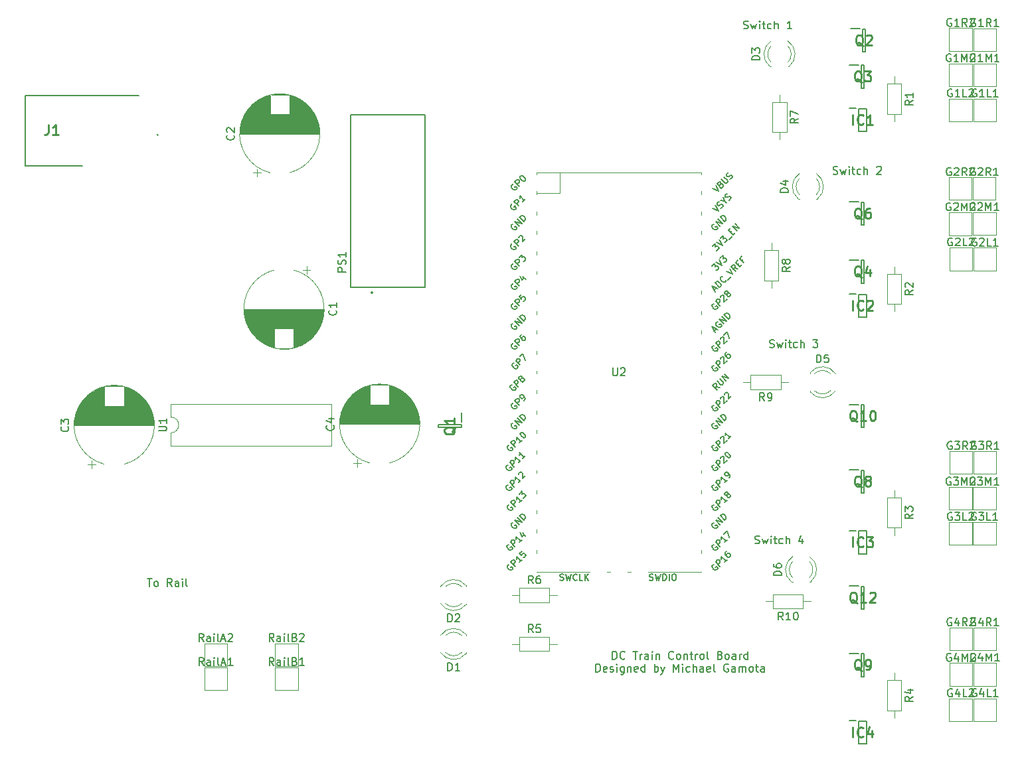
<source format=gbr>
%TF.GenerationSoftware,KiCad,Pcbnew,(6.0.7)*%
%TF.CreationDate,2022-12-24T23:10:44-08:00*%
%TF.ProjectId,ControlBoard,436f6e74-726f-46c4-926f-6172642e6b69,rev?*%
%TF.SameCoordinates,Original*%
%TF.FileFunction,Legend,Top*%
%TF.FilePolarity,Positive*%
%FSLAX46Y46*%
G04 Gerber Fmt 4.6, Leading zero omitted, Abs format (unit mm)*
G04 Created by KiCad (PCBNEW (6.0.7)) date 2022-12-24 23:10:44*
%MOMM*%
%LPD*%
G01*
G04 APERTURE LIST*
%ADD10C,0.150000*%
%ADD11C,0.254000*%
%ADD12C,0.120000*%
%ADD13C,0.200000*%
%ADD14C,0.127000*%
G04 APERTURE END LIST*
D10*
X215228571Y-99254761D02*
X215371428Y-99302380D01*
X215609523Y-99302380D01*
X215704761Y-99254761D01*
X215752380Y-99207142D01*
X215800000Y-99111904D01*
X215800000Y-99016666D01*
X215752380Y-98921428D01*
X215704761Y-98873809D01*
X215609523Y-98826190D01*
X215419047Y-98778571D01*
X215323809Y-98730952D01*
X215276190Y-98683333D01*
X215228571Y-98588095D01*
X215228571Y-98492857D01*
X215276190Y-98397619D01*
X215323809Y-98350000D01*
X215419047Y-98302380D01*
X215657142Y-98302380D01*
X215800000Y-98350000D01*
X216133333Y-98635714D02*
X216323809Y-99302380D01*
X216514285Y-98826190D01*
X216704761Y-99302380D01*
X216895238Y-98635714D01*
X217276190Y-99302380D02*
X217276190Y-98635714D01*
X217276190Y-98302380D02*
X217228571Y-98350000D01*
X217276190Y-98397619D01*
X217323809Y-98350000D01*
X217276190Y-98302380D01*
X217276190Y-98397619D01*
X217609523Y-98635714D02*
X217990476Y-98635714D01*
X217752380Y-98302380D02*
X217752380Y-99159523D01*
X217800000Y-99254761D01*
X217895238Y-99302380D01*
X217990476Y-99302380D01*
X218752380Y-99254761D02*
X218657142Y-99302380D01*
X218466666Y-99302380D01*
X218371428Y-99254761D01*
X218323809Y-99207142D01*
X218276190Y-99111904D01*
X218276190Y-98826190D01*
X218323809Y-98730952D01*
X218371428Y-98683333D01*
X218466666Y-98635714D01*
X218657142Y-98635714D01*
X218752380Y-98683333D01*
X219180952Y-99302380D02*
X219180952Y-98302380D01*
X219609523Y-99302380D02*
X219609523Y-98778571D01*
X219561904Y-98683333D01*
X219466666Y-98635714D01*
X219323809Y-98635714D01*
X219228571Y-98683333D01*
X219180952Y-98730952D01*
X221276190Y-98635714D02*
X221276190Y-99302380D01*
X221038095Y-98254761D02*
X220800000Y-98969047D01*
X221419047Y-98969047D01*
X217088571Y-74224761D02*
X217231428Y-74272380D01*
X217469523Y-74272380D01*
X217564761Y-74224761D01*
X217612380Y-74177142D01*
X217660000Y-74081904D01*
X217660000Y-73986666D01*
X217612380Y-73891428D01*
X217564761Y-73843809D01*
X217469523Y-73796190D01*
X217279047Y-73748571D01*
X217183809Y-73700952D01*
X217136190Y-73653333D01*
X217088571Y-73558095D01*
X217088571Y-73462857D01*
X217136190Y-73367619D01*
X217183809Y-73320000D01*
X217279047Y-73272380D01*
X217517142Y-73272380D01*
X217660000Y-73320000D01*
X217993333Y-73605714D02*
X218183809Y-74272380D01*
X218374285Y-73796190D01*
X218564761Y-74272380D01*
X218755238Y-73605714D01*
X219136190Y-74272380D02*
X219136190Y-73605714D01*
X219136190Y-73272380D02*
X219088571Y-73320000D01*
X219136190Y-73367619D01*
X219183809Y-73320000D01*
X219136190Y-73272380D01*
X219136190Y-73367619D01*
X219469523Y-73605714D02*
X219850476Y-73605714D01*
X219612380Y-73272380D02*
X219612380Y-74129523D01*
X219660000Y-74224761D01*
X219755238Y-74272380D01*
X219850476Y-74272380D01*
X220612380Y-74224761D02*
X220517142Y-74272380D01*
X220326666Y-74272380D01*
X220231428Y-74224761D01*
X220183809Y-74177142D01*
X220136190Y-74081904D01*
X220136190Y-73796190D01*
X220183809Y-73700952D01*
X220231428Y-73653333D01*
X220326666Y-73605714D01*
X220517142Y-73605714D01*
X220612380Y-73653333D01*
X221040952Y-74272380D02*
X221040952Y-73272380D01*
X221469523Y-74272380D02*
X221469523Y-73748571D01*
X221421904Y-73653333D01*
X221326666Y-73605714D01*
X221183809Y-73605714D01*
X221088571Y-73653333D01*
X221040952Y-73700952D01*
X222612380Y-73272380D02*
X223231428Y-73272380D01*
X222898095Y-73653333D01*
X223040952Y-73653333D01*
X223136190Y-73700952D01*
X223183809Y-73748571D01*
X223231428Y-73843809D01*
X223231428Y-74081904D01*
X223183809Y-74177142D01*
X223136190Y-74224761D01*
X223040952Y-74272380D01*
X222755238Y-74272380D01*
X222660000Y-74224761D01*
X222612380Y-74177142D01*
X225198571Y-52114761D02*
X225341428Y-52162380D01*
X225579523Y-52162380D01*
X225674761Y-52114761D01*
X225722380Y-52067142D01*
X225770000Y-51971904D01*
X225770000Y-51876666D01*
X225722380Y-51781428D01*
X225674761Y-51733809D01*
X225579523Y-51686190D01*
X225389047Y-51638571D01*
X225293809Y-51590952D01*
X225246190Y-51543333D01*
X225198571Y-51448095D01*
X225198571Y-51352857D01*
X225246190Y-51257619D01*
X225293809Y-51210000D01*
X225389047Y-51162380D01*
X225627142Y-51162380D01*
X225770000Y-51210000D01*
X226103333Y-51495714D02*
X226293809Y-52162380D01*
X226484285Y-51686190D01*
X226674761Y-52162380D01*
X226865238Y-51495714D01*
X227246190Y-52162380D02*
X227246190Y-51495714D01*
X227246190Y-51162380D02*
X227198571Y-51210000D01*
X227246190Y-51257619D01*
X227293809Y-51210000D01*
X227246190Y-51162380D01*
X227246190Y-51257619D01*
X227579523Y-51495714D02*
X227960476Y-51495714D01*
X227722380Y-51162380D02*
X227722380Y-52019523D01*
X227770000Y-52114761D01*
X227865238Y-52162380D01*
X227960476Y-52162380D01*
X228722380Y-52114761D02*
X228627142Y-52162380D01*
X228436666Y-52162380D01*
X228341428Y-52114761D01*
X228293809Y-52067142D01*
X228246190Y-51971904D01*
X228246190Y-51686190D01*
X228293809Y-51590952D01*
X228341428Y-51543333D01*
X228436666Y-51495714D01*
X228627142Y-51495714D01*
X228722380Y-51543333D01*
X229150952Y-52162380D02*
X229150952Y-51162380D01*
X229579523Y-52162380D02*
X229579523Y-51638571D01*
X229531904Y-51543333D01*
X229436666Y-51495714D01*
X229293809Y-51495714D01*
X229198571Y-51543333D01*
X229150952Y-51590952D01*
X230770000Y-51257619D02*
X230817619Y-51210000D01*
X230912857Y-51162380D01*
X231150952Y-51162380D01*
X231246190Y-51210000D01*
X231293809Y-51257619D01*
X231341428Y-51352857D01*
X231341428Y-51448095D01*
X231293809Y-51590952D01*
X230722380Y-52162380D01*
X231341428Y-52162380D01*
X213778571Y-33554761D02*
X213921428Y-33602380D01*
X214159523Y-33602380D01*
X214254761Y-33554761D01*
X214302380Y-33507142D01*
X214350000Y-33411904D01*
X214350000Y-33316666D01*
X214302380Y-33221428D01*
X214254761Y-33173809D01*
X214159523Y-33126190D01*
X213969047Y-33078571D01*
X213873809Y-33030952D01*
X213826190Y-32983333D01*
X213778571Y-32888095D01*
X213778571Y-32792857D01*
X213826190Y-32697619D01*
X213873809Y-32650000D01*
X213969047Y-32602380D01*
X214207142Y-32602380D01*
X214350000Y-32650000D01*
X214683333Y-32935714D02*
X214873809Y-33602380D01*
X215064285Y-33126190D01*
X215254761Y-33602380D01*
X215445238Y-32935714D01*
X215826190Y-33602380D02*
X215826190Y-32935714D01*
X215826190Y-32602380D02*
X215778571Y-32650000D01*
X215826190Y-32697619D01*
X215873809Y-32650000D01*
X215826190Y-32602380D01*
X215826190Y-32697619D01*
X216159523Y-32935714D02*
X216540476Y-32935714D01*
X216302380Y-32602380D02*
X216302380Y-33459523D01*
X216350000Y-33554761D01*
X216445238Y-33602380D01*
X216540476Y-33602380D01*
X217302380Y-33554761D02*
X217207142Y-33602380D01*
X217016666Y-33602380D01*
X216921428Y-33554761D01*
X216873809Y-33507142D01*
X216826190Y-33411904D01*
X216826190Y-33126190D01*
X216873809Y-33030952D01*
X216921428Y-32983333D01*
X217016666Y-32935714D01*
X217207142Y-32935714D01*
X217302380Y-32983333D01*
X217730952Y-33602380D02*
X217730952Y-32602380D01*
X218159523Y-33602380D02*
X218159523Y-33078571D01*
X218111904Y-32983333D01*
X218016666Y-32935714D01*
X217873809Y-32935714D01*
X217778571Y-32983333D01*
X217730952Y-33030952D01*
X219921428Y-33602380D02*
X219350000Y-33602380D01*
X219635714Y-33602380D02*
X219635714Y-32602380D01*
X219540476Y-32745238D01*
X219445238Y-32840476D01*
X219350000Y-32888095D01*
X137758571Y-103762380D02*
X138330000Y-103762380D01*
X138044285Y-104762380D02*
X138044285Y-103762380D01*
X138806190Y-104762380D02*
X138710952Y-104714761D01*
X138663333Y-104667142D01*
X138615714Y-104571904D01*
X138615714Y-104286190D01*
X138663333Y-104190952D01*
X138710952Y-104143333D01*
X138806190Y-104095714D01*
X138949047Y-104095714D01*
X139044285Y-104143333D01*
X139091904Y-104190952D01*
X139139523Y-104286190D01*
X139139523Y-104571904D01*
X139091904Y-104667142D01*
X139044285Y-104714761D01*
X138949047Y-104762380D01*
X138806190Y-104762380D01*
X140901428Y-104762380D02*
X140568095Y-104286190D01*
X140330000Y-104762380D02*
X140330000Y-103762380D01*
X140710952Y-103762380D01*
X140806190Y-103810000D01*
X140853809Y-103857619D01*
X140901428Y-103952857D01*
X140901428Y-104095714D01*
X140853809Y-104190952D01*
X140806190Y-104238571D01*
X140710952Y-104286190D01*
X140330000Y-104286190D01*
X141758571Y-104762380D02*
X141758571Y-104238571D01*
X141710952Y-104143333D01*
X141615714Y-104095714D01*
X141425238Y-104095714D01*
X141330000Y-104143333D01*
X141758571Y-104714761D02*
X141663333Y-104762380D01*
X141425238Y-104762380D01*
X141330000Y-104714761D01*
X141282380Y-104619523D01*
X141282380Y-104524285D01*
X141330000Y-104429047D01*
X141425238Y-104381428D01*
X141663333Y-104381428D01*
X141758571Y-104333809D01*
X142234761Y-104762380D02*
X142234761Y-104095714D01*
X142234761Y-103762380D02*
X142187142Y-103810000D01*
X142234761Y-103857619D01*
X142282380Y-103810000D01*
X142234761Y-103762380D01*
X142234761Y-103857619D01*
X142853809Y-104762380D02*
X142758571Y-104714761D01*
X142710952Y-104619523D01*
X142710952Y-103762380D01*
X197070952Y-114047380D02*
X197070952Y-113047380D01*
X197309047Y-113047380D01*
X197451904Y-113095000D01*
X197547142Y-113190238D01*
X197594761Y-113285476D01*
X197642380Y-113475952D01*
X197642380Y-113618809D01*
X197594761Y-113809285D01*
X197547142Y-113904523D01*
X197451904Y-113999761D01*
X197309047Y-114047380D01*
X197070952Y-114047380D01*
X198642380Y-113952142D02*
X198594761Y-113999761D01*
X198451904Y-114047380D01*
X198356666Y-114047380D01*
X198213809Y-113999761D01*
X198118571Y-113904523D01*
X198070952Y-113809285D01*
X198023333Y-113618809D01*
X198023333Y-113475952D01*
X198070952Y-113285476D01*
X198118571Y-113190238D01*
X198213809Y-113095000D01*
X198356666Y-113047380D01*
X198451904Y-113047380D01*
X198594761Y-113095000D01*
X198642380Y-113142619D01*
X199690000Y-113047380D02*
X200261428Y-113047380D01*
X199975714Y-114047380D02*
X199975714Y-113047380D01*
X200594761Y-114047380D02*
X200594761Y-113380714D01*
X200594761Y-113571190D02*
X200642380Y-113475952D01*
X200690000Y-113428333D01*
X200785238Y-113380714D01*
X200880476Y-113380714D01*
X201642380Y-114047380D02*
X201642380Y-113523571D01*
X201594761Y-113428333D01*
X201499523Y-113380714D01*
X201309047Y-113380714D01*
X201213809Y-113428333D01*
X201642380Y-113999761D02*
X201547142Y-114047380D01*
X201309047Y-114047380D01*
X201213809Y-113999761D01*
X201166190Y-113904523D01*
X201166190Y-113809285D01*
X201213809Y-113714047D01*
X201309047Y-113666428D01*
X201547142Y-113666428D01*
X201642380Y-113618809D01*
X202118571Y-114047380D02*
X202118571Y-113380714D01*
X202118571Y-113047380D02*
X202070952Y-113095000D01*
X202118571Y-113142619D01*
X202166190Y-113095000D01*
X202118571Y-113047380D01*
X202118571Y-113142619D01*
X202594761Y-113380714D02*
X202594761Y-114047380D01*
X202594761Y-113475952D02*
X202642380Y-113428333D01*
X202737619Y-113380714D01*
X202880476Y-113380714D01*
X202975714Y-113428333D01*
X203023333Y-113523571D01*
X203023333Y-114047380D01*
X204832857Y-113952142D02*
X204785238Y-113999761D01*
X204642380Y-114047380D01*
X204547142Y-114047380D01*
X204404285Y-113999761D01*
X204309047Y-113904523D01*
X204261428Y-113809285D01*
X204213809Y-113618809D01*
X204213809Y-113475952D01*
X204261428Y-113285476D01*
X204309047Y-113190238D01*
X204404285Y-113095000D01*
X204547142Y-113047380D01*
X204642380Y-113047380D01*
X204785238Y-113095000D01*
X204832857Y-113142619D01*
X205404285Y-114047380D02*
X205309047Y-113999761D01*
X205261428Y-113952142D01*
X205213809Y-113856904D01*
X205213809Y-113571190D01*
X205261428Y-113475952D01*
X205309047Y-113428333D01*
X205404285Y-113380714D01*
X205547142Y-113380714D01*
X205642380Y-113428333D01*
X205690000Y-113475952D01*
X205737619Y-113571190D01*
X205737619Y-113856904D01*
X205690000Y-113952142D01*
X205642380Y-113999761D01*
X205547142Y-114047380D01*
X205404285Y-114047380D01*
X206166190Y-113380714D02*
X206166190Y-114047380D01*
X206166190Y-113475952D02*
X206213809Y-113428333D01*
X206309047Y-113380714D01*
X206451904Y-113380714D01*
X206547142Y-113428333D01*
X206594761Y-113523571D01*
X206594761Y-114047380D01*
X206928095Y-113380714D02*
X207309047Y-113380714D01*
X207070952Y-113047380D02*
X207070952Y-113904523D01*
X207118571Y-113999761D01*
X207213809Y-114047380D01*
X207309047Y-114047380D01*
X207642380Y-114047380D02*
X207642380Y-113380714D01*
X207642380Y-113571190D02*
X207690000Y-113475952D01*
X207737619Y-113428333D01*
X207832857Y-113380714D01*
X207928095Y-113380714D01*
X208404285Y-114047380D02*
X208309047Y-113999761D01*
X208261428Y-113952142D01*
X208213809Y-113856904D01*
X208213809Y-113571190D01*
X208261428Y-113475952D01*
X208309047Y-113428333D01*
X208404285Y-113380714D01*
X208547142Y-113380714D01*
X208642380Y-113428333D01*
X208690000Y-113475952D01*
X208737619Y-113571190D01*
X208737619Y-113856904D01*
X208690000Y-113952142D01*
X208642380Y-113999761D01*
X208547142Y-114047380D01*
X208404285Y-114047380D01*
X209309047Y-114047380D02*
X209213809Y-113999761D01*
X209166190Y-113904523D01*
X209166190Y-113047380D01*
X210785238Y-113523571D02*
X210928095Y-113571190D01*
X210975714Y-113618809D01*
X211023333Y-113714047D01*
X211023333Y-113856904D01*
X210975714Y-113952142D01*
X210928095Y-113999761D01*
X210832857Y-114047380D01*
X210451904Y-114047380D01*
X210451904Y-113047380D01*
X210785238Y-113047380D01*
X210880476Y-113095000D01*
X210928095Y-113142619D01*
X210975714Y-113237857D01*
X210975714Y-113333095D01*
X210928095Y-113428333D01*
X210880476Y-113475952D01*
X210785238Y-113523571D01*
X210451904Y-113523571D01*
X211594761Y-114047380D02*
X211499523Y-113999761D01*
X211451904Y-113952142D01*
X211404285Y-113856904D01*
X211404285Y-113571190D01*
X211451904Y-113475952D01*
X211499523Y-113428333D01*
X211594761Y-113380714D01*
X211737619Y-113380714D01*
X211832857Y-113428333D01*
X211880476Y-113475952D01*
X211928095Y-113571190D01*
X211928095Y-113856904D01*
X211880476Y-113952142D01*
X211832857Y-113999761D01*
X211737619Y-114047380D01*
X211594761Y-114047380D01*
X212785238Y-114047380D02*
X212785238Y-113523571D01*
X212737619Y-113428333D01*
X212642380Y-113380714D01*
X212451904Y-113380714D01*
X212356666Y-113428333D01*
X212785238Y-113999761D02*
X212690000Y-114047380D01*
X212451904Y-114047380D01*
X212356666Y-113999761D01*
X212309047Y-113904523D01*
X212309047Y-113809285D01*
X212356666Y-113714047D01*
X212451904Y-113666428D01*
X212690000Y-113666428D01*
X212785238Y-113618809D01*
X213261428Y-114047380D02*
X213261428Y-113380714D01*
X213261428Y-113571190D02*
X213309047Y-113475952D01*
X213356666Y-113428333D01*
X213451904Y-113380714D01*
X213547142Y-113380714D01*
X214309047Y-114047380D02*
X214309047Y-113047380D01*
X214309047Y-113999761D02*
X214213809Y-114047380D01*
X214023333Y-114047380D01*
X213928095Y-113999761D01*
X213880476Y-113952142D01*
X213832857Y-113856904D01*
X213832857Y-113571190D01*
X213880476Y-113475952D01*
X213928095Y-113428333D01*
X214023333Y-113380714D01*
X214213809Y-113380714D01*
X214309047Y-113428333D01*
X194951904Y-115657380D02*
X194951904Y-114657380D01*
X195190000Y-114657380D01*
X195332857Y-114705000D01*
X195428095Y-114800238D01*
X195475714Y-114895476D01*
X195523333Y-115085952D01*
X195523333Y-115228809D01*
X195475714Y-115419285D01*
X195428095Y-115514523D01*
X195332857Y-115609761D01*
X195190000Y-115657380D01*
X194951904Y-115657380D01*
X196332857Y-115609761D02*
X196237619Y-115657380D01*
X196047142Y-115657380D01*
X195951904Y-115609761D01*
X195904285Y-115514523D01*
X195904285Y-115133571D01*
X195951904Y-115038333D01*
X196047142Y-114990714D01*
X196237619Y-114990714D01*
X196332857Y-115038333D01*
X196380476Y-115133571D01*
X196380476Y-115228809D01*
X195904285Y-115324047D01*
X196761428Y-115609761D02*
X196856666Y-115657380D01*
X197047142Y-115657380D01*
X197142380Y-115609761D01*
X197190000Y-115514523D01*
X197190000Y-115466904D01*
X197142380Y-115371666D01*
X197047142Y-115324047D01*
X196904285Y-115324047D01*
X196809047Y-115276428D01*
X196761428Y-115181190D01*
X196761428Y-115133571D01*
X196809047Y-115038333D01*
X196904285Y-114990714D01*
X197047142Y-114990714D01*
X197142380Y-115038333D01*
X197618571Y-115657380D02*
X197618571Y-114990714D01*
X197618571Y-114657380D02*
X197570952Y-114705000D01*
X197618571Y-114752619D01*
X197666190Y-114705000D01*
X197618571Y-114657380D01*
X197618571Y-114752619D01*
X198523333Y-114990714D02*
X198523333Y-115800238D01*
X198475714Y-115895476D01*
X198428095Y-115943095D01*
X198332857Y-115990714D01*
X198190000Y-115990714D01*
X198094761Y-115943095D01*
X198523333Y-115609761D02*
X198428095Y-115657380D01*
X198237619Y-115657380D01*
X198142380Y-115609761D01*
X198094761Y-115562142D01*
X198047142Y-115466904D01*
X198047142Y-115181190D01*
X198094761Y-115085952D01*
X198142380Y-115038333D01*
X198237619Y-114990714D01*
X198428095Y-114990714D01*
X198523333Y-115038333D01*
X198999523Y-114990714D02*
X198999523Y-115657380D01*
X198999523Y-115085952D02*
X199047142Y-115038333D01*
X199142380Y-114990714D01*
X199285238Y-114990714D01*
X199380476Y-115038333D01*
X199428095Y-115133571D01*
X199428095Y-115657380D01*
X200285238Y-115609761D02*
X200190000Y-115657380D01*
X199999523Y-115657380D01*
X199904285Y-115609761D01*
X199856666Y-115514523D01*
X199856666Y-115133571D01*
X199904285Y-115038333D01*
X199999523Y-114990714D01*
X200190000Y-114990714D01*
X200285238Y-115038333D01*
X200332857Y-115133571D01*
X200332857Y-115228809D01*
X199856666Y-115324047D01*
X201190000Y-115657380D02*
X201190000Y-114657380D01*
X201190000Y-115609761D02*
X201094761Y-115657380D01*
X200904285Y-115657380D01*
X200809047Y-115609761D01*
X200761428Y-115562142D01*
X200713809Y-115466904D01*
X200713809Y-115181190D01*
X200761428Y-115085952D01*
X200809047Y-115038333D01*
X200904285Y-114990714D01*
X201094761Y-114990714D01*
X201190000Y-115038333D01*
X202428095Y-115657380D02*
X202428095Y-114657380D01*
X202428095Y-115038333D02*
X202523333Y-114990714D01*
X202713809Y-114990714D01*
X202809047Y-115038333D01*
X202856666Y-115085952D01*
X202904285Y-115181190D01*
X202904285Y-115466904D01*
X202856666Y-115562142D01*
X202809047Y-115609761D01*
X202713809Y-115657380D01*
X202523333Y-115657380D01*
X202428095Y-115609761D01*
X203237619Y-114990714D02*
X203475714Y-115657380D01*
X203713809Y-114990714D02*
X203475714Y-115657380D01*
X203380476Y-115895476D01*
X203332857Y-115943095D01*
X203237619Y-115990714D01*
X204856666Y-115657380D02*
X204856666Y-114657380D01*
X205190000Y-115371666D01*
X205523333Y-114657380D01*
X205523333Y-115657380D01*
X205999523Y-115657380D02*
X205999523Y-114990714D01*
X205999523Y-114657380D02*
X205951904Y-114705000D01*
X205999523Y-114752619D01*
X206047142Y-114705000D01*
X205999523Y-114657380D01*
X205999523Y-114752619D01*
X206904285Y-115609761D02*
X206809047Y-115657380D01*
X206618571Y-115657380D01*
X206523333Y-115609761D01*
X206475714Y-115562142D01*
X206428095Y-115466904D01*
X206428095Y-115181190D01*
X206475714Y-115085952D01*
X206523333Y-115038333D01*
X206618571Y-114990714D01*
X206809047Y-114990714D01*
X206904285Y-115038333D01*
X207332857Y-115657380D02*
X207332857Y-114657380D01*
X207761428Y-115657380D02*
X207761428Y-115133571D01*
X207713809Y-115038333D01*
X207618571Y-114990714D01*
X207475714Y-114990714D01*
X207380476Y-115038333D01*
X207332857Y-115085952D01*
X208666190Y-115657380D02*
X208666190Y-115133571D01*
X208618571Y-115038333D01*
X208523333Y-114990714D01*
X208332857Y-114990714D01*
X208237619Y-115038333D01*
X208666190Y-115609761D02*
X208570952Y-115657380D01*
X208332857Y-115657380D01*
X208237619Y-115609761D01*
X208190000Y-115514523D01*
X208190000Y-115419285D01*
X208237619Y-115324047D01*
X208332857Y-115276428D01*
X208570952Y-115276428D01*
X208666190Y-115228809D01*
X209523333Y-115609761D02*
X209428095Y-115657380D01*
X209237619Y-115657380D01*
X209142380Y-115609761D01*
X209094761Y-115514523D01*
X209094761Y-115133571D01*
X209142380Y-115038333D01*
X209237619Y-114990714D01*
X209428095Y-114990714D01*
X209523333Y-115038333D01*
X209570952Y-115133571D01*
X209570952Y-115228809D01*
X209094761Y-115324047D01*
X210142380Y-115657380D02*
X210047142Y-115609761D01*
X209999523Y-115514523D01*
X209999523Y-114657380D01*
X211809047Y-114705000D02*
X211713809Y-114657380D01*
X211570952Y-114657380D01*
X211428095Y-114705000D01*
X211332857Y-114800238D01*
X211285238Y-114895476D01*
X211237619Y-115085952D01*
X211237619Y-115228809D01*
X211285238Y-115419285D01*
X211332857Y-115514523D01*
X211428095Y-115609761D01*
X211570952Y-115657380D01*
X211666190Y-115657380D01*
X211809047Y-115609761D01*
X211856666Y-115562142D01*
X211856666Y-115228809D01*
X211666190Y-115228809D01*
X212713809Y-115657380D02*
X212713809Y-115133571D01*
X212666190Y-115038333D01*
X212570952Y-114990714D01*
X212380476Y-114990714D01*
X212285238Y-115038333D01*
X212713809Y-115609761D02*
X212618571Y-115657380D01*
X212380476Y-115657380D01*
X212285238Y-115609761D01*
X212237619Y-115514523D01*
X212237619Y-115419285D01*
X212285238Y-115324047D01*
X212380476Y-115276428D01*
X212618571Y-115276428D01*
X212713809Y-115228809D01*
X213190000Y-115657380D02*
X213190000Y-114990714D01*
X213190000Y-115085952D02*
X213237619Y-115038333D01*
X213332857Y-114990714D01*
X213475714Y-114990714D01*
X213570952Y-115038333D01*
X213618571Y-115133571D01*
X213618571Y-115657380D01*
X213618571Y-115133571D02*
X213666190Y-115038333D01*
X213761428Y-114990714D01*
X213904285Y-114990714D01*
X213999523Y-115038333D01*
X214047142Y-115133571D01*
X214047142Y-115657380D01*
X214666190Y-115657380D02*
X214570952Y-115609761D01*
X214523333Y-115562142D01*
X214475714Y-115466904D01*
X214475714Y-115181190D01*
X214523333Y-115085952D01*
X214570952Y-115038333D01*
X214666190Y-114990714D01*
X214809047Y-114990714D01*
X214904285Y-115038333D01*
X214951904Y-115085952D01*
X214999523Y-115181190D01*
X214999523Y-115466904D01*
X214951904Y-115562142D01*
X214904285Y-115609761D01*
X214809047Y-115657380D01*
X214666190Y-115657380D01*
X215285238Y-114990714D02*
X215666190Y-114990714D01*
X215428095Y-114657380D02*
X215428095Y-115514523D01*
X215475714Y-115609761D01*
X215570952Y-115657380D01*
X215666190Y-115657380D01*
X216428095Y-115657380D02*
X216428095Y-115133571D01*
X216380476Y-115038333D01*
X216285238Y-114990714D01*
X216094761Y-114990714D01*
X215999523Y-115038333D01*
X216428095Y-115609761D02*
X216332857Y-115657380D01*
X216094761Y-115657380D01*
X215999523Y-115609761D01*
X215951904Y-115514523D01*
X215951904Y-115419285D01*
X215999523Y-115324047D01*
X216094761Y-115276428D01*
X216332857Y-115276428D01*
X216428095Y-115228809D01*
%TO.C,R10*%
X218807142Y-109042380D02*
X218473809Y-108566190D01*
X218235714Y-109042380D02*
X218235714Y-108042380D01*
X218616666Y-108042380D01*
X218711904Y-108090000D01*
X218759523Y-108137619D01*
X218807142Y-108232857D01*
X218807142Y-108375714D01*
X218759523Y-108470952D01*
X218711904Y-108518571D01*
X218616666Y-108566190D01*
X218235714Y-108566190D01*
X219759523Y-109042380D02*
X219188095Y-109042380D01*
X219473809Y-109042380D02*
X219473809Y-108042380D01*
X219378571Y-108185238D01*
X219283333Y-108280476D01*
X219188095Y-108328095D01*
X220378571Y-108042380D02*
X220473809Y-108042380D01*
X220569047Y-108090000D01*
X220616666Y-108137619D01*
X220664285Y-108232857D01*
X220711904Y-108423333D01*
X220711904Y-108661428D01*
X220664285Y-108851904D01*
X220616666Y-108947142D01*
X220569047Y-108994761D01*
X220473809Y-109042380D01*
X220378571Y-109042380D01*
X220283333Y-108994761D01*
X220235714Y-108947142D01*
X220188095Y-108851904D01*
X220140476Y-108661428D01*
X220140476Y-108423333D01*
X220188095Y-108232857D01*
X220235714Y-108137619D01*
X220283333Y-108090000D01*
X220378571Y-108042380D01*
%TO.C,R9*%
X216423333Y-81072380D02*
X216090000Y-80596190D01*
X215851904Y-81072380D02*
X215851904Y-80072380D01*
X216232857Y-80072380D01*
X216328095Y-80120000D01*
X216375714Y-80167619D01*
X216423333Y-80262857D01*
X216423333Y-80405714D01*
X216375714Y-80500952D01*
X216328095Y-80548571D01*
X216232857Y-80596190D01*
X215851904Y-80596190D01*
X216899523Y-81072380D02*
X217090000Y-81072380D01*
X217185238Y-81024761D01*
X217232857Y-80977142D01*
X217328095Y-80834285D01*
X217375714Y-80643809D01*
X217375714Y-80262857D01*
X217328095Y-80167619D01*
X217280476Y-80120000D01*
X217185238Y-80072380D01*
X216994761Y-80072380D01*
X216899523Y-80120000D01*
X216851904Y-80167619D01*
X216804285Y-80262857D01*
X216804285Y-80500952D01*
X216851904Y-80596190D01*
X216899523Y-80643809D01*
X216994761Y-80691428D01*
X217185238Y-80691428D01*
X217280476Y-80643809D01*
X217328095Y-80596190D01*
X217375714Y-80500952D01*
%TO.C,R8*%
X219692380Y-63966666D02*
X219216190Y-64300000D01*
X219692380Y-64538095D02*
X218692380Y-64538095D01*
X218692380Y-64157142D01*
X218740000Y-64061904D01*
X218787619Y-64014285D01*
X218882857Y-63966666D01*
X219025714Y-63966666D01*
X219120952Y-64014285D01*
X219168571Y-64061904D01*
X219216190Y-64157142D01*
X219216190Y-64538095D01*
X219120952Y-63395238D02*
X219073333Y-63490476D01*
X219025714Y-63538095D01*
X218930476Y-63585714D01*
X218882857Y-63585714D01*
X218787619Y-63538095D01*
X218740000Y-63490476D01*
X218692380Y-63395238D01*
X218692380Y-63204761D01*
X218740000Y-63109523D01*
X218787619Y-63061904D01*
X218882857Y-63014285D01*
X218930476Y-63014285D01*
X219025714Y-63061904D01*
X219073333Y-63109523D01*
X219120952Y-63204761D01*
X219120952Y-63395238D01*
X219168571Y-63490476D01*
X219216190Y-63538095D01*
X219311428Y-63585714D01*
X219501904Y-63585714D01*
X219597142Y-63538095D01*
X219644761Y-63490476D01*
X219692380Y-63395238D01*
X219692380Y-63204761D01*
X219644761Y-63109523D01*
X219597142Y-63061904D01*
X219501904Y-63014285D01*
X219311428Y-63014285D01*
X219216190Y-63061904D01*
X219168571Y-63109523D01*
X219120952Y-63204761D01*
%TO.C,R7*%
X220722380Y-45036666D02*
X220246190Y-45370000D01*
X220722380Y-45608095D02*
X219722380Y-45608095D01*
X219722380Y-45227142D01*
X219770000Y-45131904D01*
X219817619Y-45084285D01*
X219912857Y-45036666D01*
X220055714Y-45036666D01*
X220150952Y-45084285D01*
X220198571Y-45131904D01*
X220246190Y-45227142D01*
X220246190Y-45608095D01*
X219722380Y-44703333D02*
X219722380Y-44036666D01*
X220722380Y-44465238D01*
%TO.C,R6*%
X186943333Y-104372380D02*
X186610000Y-103896190D01*
X186371904Y-104372380D02*
X186371904Y-103372380D01*
X186752857Y-103372380D01*
X186848095Y-103420000D01*
X186895714Y-103467619D01*
X186943333Y-103562857D01*
X186943333Y-103705714D01*
X186895714Y-103800952D01*
X186848095Y-103848571D01*
X186752857Y-103896190D01*
X186371904Y-103896190D01*
X187800476Y-103372380D02*
X187610000Y-103372380D01*
X187514761Y-103420000D01*
X187467142Y-103467619D01*
X187371904Y-103610476D01*
X187324285Y-103800952D01*
X187324285Y-104181904D01*
X187371904Y-104277142D01*
X187419523Y-104324761D01*
X187514761Y-104372380D01*
X187705238Y-104372380D01*
X187800476Y-104324761D01*
X187848095Y-104277142D01*
X187895714Y-104181904D01*
X187895714Y-103943809D01*
X187848095Y-103848571D01*
X187800476Y-103800952D01*
X187705238Y-103753333D01*
X187514761Y-103753333D01*
X187419523Y-103800952D01*
X187371904Y-103848571D01*
X187324285Y-103943809D01*
%TO.C,R5*%
X186943333Y-110632380D02*
X186610000Y-110156190D01*
X186371904Y-110632380D02*
X186371904Y-109632380D01*
X186752857Y-109632380D01*
X186848095Y-109680000D01*
X186895714Y-109727619D01*
X186943333Y-109822857D01*
X186943333Y-109965714D01*
X186895714Y-110060952D01*
X186848095Y-110108571D01*
X186752857Y-110156190D01*
X186371904Y-110156190D01*
X187848095Y-109632380D02*
X187371904Y-109632380D01*
X187324285Y-110108571D01*
X187371904Y-110060952D01*
X187467142Y-110013333D01*
X187705238Y-110013333D01*
X187800476Y-110060952D01*
X187848095Y-110108571D01*
X187895714Y-110203809D01*
X187895714Y-110441904D01*
X187848095Y-110537142D01*
X187800476Y-110584761D01*
X187705238Y-110632380D01*
X187467142Y-110632380D01*
X187371904Y-110584761D01*
X187324285Y-110537142D01*
%TO.C,D6*%
X218592380Y-103353095D02*
X217592380Y-103353095D01*
X217592380Y-103115000D01*
X217640000Y-102972142D01*
X217735238Y-102876904D01*
X217830476Y-102829285D01*
X218020952Y-102781666D01*
X218163809Y-102781666D01*
X218354285Y-102829285D01*
X218449523Y-102876904D01*
X218544761Y-102972142D01*
X218592380Y-103115000D01*
X218592380Y-103353095D01*
X217592380Y-101924523D02*
X217592380Y-102115000D01*
X217640000Y-102210238D01*
X217687619Y-102257857D01*
X217830476Y-102353095D01*
X218020952Y-102400714D01*
X218401904Y-102400714D01*
X218497142Y-102353095D01*
X218544761Y-102305476D01*
X218592380Y-102210238D01*
X218592380Y-102019761D01*
X218544761Y-101924523D01*
X218497142Y-101876904D01*
X218401904Y-101829285D01*
X218163809Y-101829285D01*
X218068571Y-101876904D01*
X218020952Y-101924523D01*
X217973333Y-102019761D01*
X217973333Y-102210238D01*
X218020952Y-102305476D01*
X218068571Y-102353095D01*
X218163809Y-102400714D01*
%TO.C,D5*%
X223086904Y-76192380D02*
X223086904Y-75192380D01*
X223325000Y-75192380D01*
X223467857Y-75240000D01*
X223563095Y-75335238D01*
X223610714Y-75430476D01*
X223658333Y-75620952D01*
X223658333Y-75763809D01*
X223610714Y-75954285D01*
X223563095Y-76049523D01*
X223467857Y-76144761D01*
X223325000Y-76192380D01*
X223086904Y-76192380D01*
X224563095Y-75192380D02*
X224086904Y-75192380D01*
X224039285Y-75668571D01*
X224086904Y-75620952D01*
X224182142Y-75573333D01*
X224420238Y-75573333D01*
X224515476Y-75620952D01*
X224563095Y-75668571D01*
X224610714Y-75763809D01*
X224610714Y-76001904D01*
X224563095Y-76097142D01*
X224515476Y-76144761D01*
X224420238Y-76192380D01*
X224182142Y-76192380D01*
X224086904Y-76144761D01*
X224039285Y-76097142D01*
%TO.C,D4*%
X219462380Y-54473095D02*
X218462380Y-54473095D01*
X218462380Y-54235000D01*
X218510000Y-54092142D01*
X218605238Y-53996904D01*
X218700476Y-53949285D01*
X218890952Y-53901666D01*
X219033809Y-53901666D01*
X219224285Y-53949285D01*
X219319523Y-53996904D01*
X219414761Y-54092142D01*
X219462380Y-54235000D01*
X219462380Y-54473095D01*
X218795714Y-53044523D02*
X219462380Y-53044523D01*
X218414761Y-53282619D02*
X219129047Y-53520714D01*
X219129047Y-52901666D01*
%TO.C,D3*%
X215842380Y-37573095D02*
X214842380Y-37573095D01*
X214842380Y-37335000D01*
X214890000Y-37192142D01*
X214985238Y-37096904D01*
X215080476Y-37049285D01*
X215270952Y-37001666D01*
X215413809Y-37001666D01*
X215604285Y-37049285D01*
X215699523Y-37096904D01*
X215794761Y-37192142D01*
X215842380Y-37335000D01*
X215842380Y-37573095D01*
X214842380Y-36668333D02*
X214842380Y-36049285D01*
X215223333Y-36382619D01*
X215223333Y-36239761D01*
X215270952Y-36144523D01*
X215318571Y-36096904D01*
X215413809Y-36049285D01*
X215651904Y-36049285D01*
X215747142Y-36096904D01*
X215794761Y-36144523D01*
X215842380Y-36239761D01*
X215842380Y-36525476D01*
X215794761Y-36620714D01*
X215747142Y-36668333D01*
%TO.C,D2*%
X176066904Y-109272380D02*
X176066904Y-108272380D01*
X176305000Y-108272380D01*
X176447857Y-108320000D01*
X176543095Y-108415238D01*
X176590714Y-108510476D01*
X176638333Y-108700952D01*
X176638333Y-108843809D01*
X176590714Y-109034285D01*
X176543095Y-109129523D01*
X176447857Y-109224761D01*
X176305000Y-109272380D01*
X176066904Y-109272380D01*
X177019285Y-108367619D02*
X177066904Y-108320000D01*
X177162142Y-108272380D01*
X177400238Y-108272380D01*
X177495476Y-108320000D01*
X177543095Y-108367619D01*
X177590714Y-108462857D01*
X177590714Y-108558095D01*
X177543095Y-108700952D01*
X176971666Y-109272380D01*
X177590714Y-109272380D01*
%TO.C,D1*%
X176066904Y-115512380D02*
X176066904Y-114512380D01*
X176305000Y-114512380D01*
X176447857Y-114560000D01*
X176543095Y-114655238D01*
X176590714Y-114750476D01*
X176638333Y-114940952D01*
X176638333Y-115083809D01*
X176590714Y-115274285D01*
X176543095Y-115369523D01*
X176447857Y-115464761D01*
X176305000Y-115512380D01*
X176066904Y-115512380D01*
X177590714Y-115512380D02*
X177019285Y-115512380D01*
X177305000Y-115512380D02*
X177305000Y-114512380D01*
X177209761Y-114655238D01*
X177114523Y-114750476D01*
X177019285Y-114798095D01*
%TO.C,RailB2*%
X153880952Y-111774380D02*
X153547619Y-111298190D01*
X153309523Y-111774380D02*
X153309523Y-110774380D01*
X153690476Y-110774380D01*
X153785714Y-110822000D01*
X153833333Y-110869619D01*
X153880952Y-110964857D01*
X153880952Y-111107714D01*
X153833333Y-111202952D01*
X153785714Y-111250571D01*
X153690476Y-111298190D01*
X153309523Y-111298190D01*
X154738095Y-111774380D02*
X154738095Y-111250571D01*
X154690476Y-111155333D01*
X154595238Y-111107714D01*
X154404761Y-111107714D01*
X154309523Y-111155333D01*
X154738095Y-111726761D02*
X154642857Y-111774380D01*
X154404761Y-111774380D01*
X154309523Y-111726761D01*
X154261904Y-111631523D01*
X154261904Y-111536285D01*
X154309523Y-111441047D01*
X154404761Y-111393428D01*
X154642857Y-111393428D01*
X154738095Y-111345809D01*
X155214285Y-111774380D02*
X155214285Y-111107714D01*
X155214285Y-110774380D02*
X155166666Y-110822000D01*
X155214285Y-110869619D01*
X155261904Y-110822000D01*
X155214285Y-110774380D01*
X155214285Y-110869619D01*
X155833333Y-111774380D02*
X155738095Y-111726761D01*
X155690476Y-111631523D01*
X155690476Y-110774380D01*
X156547619Y-111250571D02*
X156690476Y-111298190D01*
X156738095Y-111345809D01*
X156785714Y-111441047D01*
X156785714Y-111583904D01*
X156738095Y-111679142D01*
X156690476Y-111726761D01*
X156595238Y-111774380D01*
X156214285Y-111774380D01*
X156214285Y-110774380D01*
X156547619Y-110774380D01*
X156642857Y-110822000D01*
X156690476Y-110869619D01*
X156738095Y-110964857D01*
X156738095Y-111060095D01*
X156690476Y-111155333D01*
X156642857Y-111202952D01*
X156547619Y-111250571D01*
X156214285Y-111250571D01*
X157166666Y-110869619D02*
X157214285Y-110822000D01*
X157309523Y-110774380D01*
X157547619Y-110774380D01*
X157642857Y-110822000D01*
X157690476Y-110869619D01*
X157738095Y-110964857D01*
X157738095Y-111060095D01*
X157690476Y-111202952D01*
X157119047Y-111774380D01*
X157738095Y-111774380D01*
%TO.C,RailA2*%
X144922380Y-111784380D02*
X144589047Y-111308190D01*
X144350952Y-111784380D02*
X144350952Y-110784380D01*
X144731904Y-110784380D01*
X144827142Y-110832000D01*
X144874761Y-110879619D01*
X144922380Y-110974857D01*
X144922380Y-111117714D01*
X144874761Y-111212952D01*
X144827142Y-111260571D01*
X144731904Y-111308190D01*
X144350952Y-111308190D01*
X145779523Y-111784380D02*
X145779523Y-111260571D01*
X145731904Y-111165333D01*
X145636666Y-111117714D01*
X145446190Y-111117714D01*
X145350952Y-111165333D01*
X145779523Y-111736761D02*
X145684285Y-111784380D01*
X145446190Y-111784380D01*
X145350952Y-111736761D01*
X145303333Y-111641523D01*
X145303333Y-111546285D01*
X145350952Y-111451047D01*
X145446190Y-111403428D01*
X145684285Y-111403428D01*
X145779523Y-111355809D01*
X146255714Y-111784380D02*
X146255714Y-111117714D01*
X146255714Y-110784380D02*
X146208095Y-110832000D01*
X146255714Y-110879619D01*
X146303333Y-110832000D01*
X146255714Y-110784380D01*
X146255714Y-110879619D01*
X146874761Y-111784380D02*
X146779523Y-111736761D01*
X146731904Y-111641523D01*
X146731904Y-110784380D01*
X147208095Y-111498666D02*
X147684285Y-111498666D01*
X147112857Y-111784380D02*
X147446190Y-110784380D01*
X147779523Y-111784380D01*
X148065238Y-110879619D02*
X148112857Y-110832000D01*
X148208095Y-110784380D01*
X148446190Y-110784380D01*
X148541428Y-110832000D01*
X148589047Y-110879619D01*
X148636666Y-110974857D01*
X148636666Y-111070095D01*
X148589047Y-111212952D01*
X148017619Y-111784380D01*
X148636666Y-111784380D01*
%TO.C,G4R2*%
X240279523Y-108822000D02*
X240184285Y-108774380D01*
X240041428Y-108774380D01*
X239898571Y-108822000D01*
X239803333Y-108917238D01*
X239755714Y-109012476D01*
X239708095Y-109202952D01*
X239708095Y-109345809D01*
X239755714Y-109536285D01*
X239803333Y-109631523D01*
X239898571Y-109726761D01*
X240041428Y-109774380D01*
X240136666Y-109774380D01*
X240279523Y-109726761D01*
X240327142Y-109679142D01*
X240327142Y-109345809D01*
X240136666Y-109345809D01*
X241184285Y-109107714D02*
X241184285Y-109774380D01*
X240946190Y-108726761D02*
X240708095Y-109441047D01*
X241327142Y-109441047D01*
X242279523Y-109774380D02*
X241946190Y-109298190D01*
X241708095Y-109774380D02*
X241708095Y-108774380D01*
X242089047Y-108774380D01*
X242184285Y-108822000D01*
X242231904Y-108869619D01*
X242279523Y-108964857D01*
X242279523Y-109107714D01*
X242231904Y-109202952D01*
X242184285Y-109250571D01*
X242089047Y-109298190D01*
X241708095Y-109298190D01*
X242660476Y-108869619D02*
X242708095Y-108822000D01*
X242803333Y-108774380D01*
X243041428Y-108774380D01*
X243136666Y-108822000D01*
X243184285Y-108869619D01*
X243231904Y-108964857D01*
X243231904Y-109060095D01*
X243184285Y-109202952D01*
X242612857Y-109774380D01*
X243231904Y-109774380D01*
%TO.C,G4M2*%
X240208095Y-113342000D02*
X240112857Y-113294380D01*
X239970000Y-113294380D01*
X239827142Y-113342000D01*
X239731904Y-113437238D01*
X239684285Y-113532476D01*
X239636666Y-113722952D01*
X239636666Y-113865809D01*
X239684285Y-114056285D01*
X239731904Y-114151523D01*
X239827142Y-114246761D01*
X239970000Y-114294380D01*
X240065238Y-114294380D01*
X240208095Y-114246761D01*
X240255714Y-114199142D01*
X240255714Y-113865809D01*
X240065238Y-113865809D01*
X241112857Y-113627714D02*
X241112857Y-114294380D01*
X240874761Y-113246761D02*
X240636666Y-113961047D01*
X241255714Y-113961047D01*
X241636666Y-114294380D02*
X241636666Y-113294380D01*
X241970000Y-114008666D01*
X242303333Y-113294380D01*
X242303333Y-114294380D01*
X242731904Y-113389619D02*
X242779523Y-113342000D01*
X242874761Y-113294380D01*
X243112857Y-113294380D01*
X243208095Y-113342000D01*
X243255714Y-113389619D01*
X243303333Y-113484857D01*
X243303333Y-113580095D01*
X243255714Y-113722952D01*
X242684285Y-114294380D01*
X243303333Y-114294380D01*
%TO.C,G4L2*%
X240354761Y-117882000D02*
X240259523Y-117834380D01*
X240116666Y-117834380D01*
X239973809Y-117882000D01*
X239878571Y-117977238D01*
X239830952Y-118072476D01*
X239783333Y-118262952D01*
X239783333Y-118405809D01*
X239830952Y-118596285D01*
X239878571Y-118691523D01*
X239973809Y-118786761D01*
X240116666Y-118834380D01*
X240211904Y-118834380D01*
X240354761Y-118786761D01*
X240402380Y-118739142D01*
X240402380Y-118405809D01*
X240211904Y-118405809D01*
X241259523Y-118167714D02*
X241259523Y-118834380D01*
X241021428Y-117786761D02*
X240783333Y-118501047D01*
X241402380Y-118501047D01*
X242259523Y-118834380D02*
X241783333Y-118834380D01*
X241783333Y-117834380D01*
X242545238Y-117929619D02*
X242592857Y-117882000D01*
X242688095Y-117834380D01*
X242926190Y-117834380D01*
X243021428Y-117882000D01*
X243069047Y-117929619D01*
X243116666Y-118024857D01*
X243116666Y-118120095D01*
X243069047Y-118262952D01*
X242497619Y-118834380D01*
X243116666Y-118834380D01*
%TO.C,G3R2*%
X240309523Y-86312000D02*
X240214285Y-86264380D01*
X240071428Y-86264380D01*
X239928571Y-86312000D01*
X239833333Y-86407238D01*
X239785714Y-86502476D01*
X239738095Y-86692952D01*
X239738095Y-86835809D01*
X239785714Y-87026285D01*
X239833333Y-87121523D01*
X239928571Y-87216761D01*
X240071428Y-87264380D01*
X240166666Y-87264380D01*
X240309523Y-87216761D01*
X240357142Y-87169142D01*
X240357142Y-86835809D01*
X240166666Y-86835809D01*
X240690476Y-86264380D02*
X241309523Y-86264380D01*
X240976190Y-86645333D01*
X241119047Y-86645333D01*
X241214285Y-86692952D01*
X241261904Y-86740571D01*
X241309523Y-86835809D01*
X241309523Y-87073904D01*
X241261904Y-87169142D01*
X241214285Y-87216761D01*
X241119047Y-87264380D01*
X240833333Y-87264380D01*
X240738095Y-87216761D01*
X240690476Y-87169142D01*
X242309523Y-87264380D02*
X241976190Y-86788190D01*
X241738095Y-87264380D02*
X241738095Y-86264380D01*
X242119047Y-86264380D01*
X242214285Y-86312000D01*
X242261904Y-86359619D01*
X242309523Y-86454857D01*
X242309523Y-86597714D01*
X242261904Y-86692952D01*
X242214285Y-86740571D01*
X242119047Y-86788190D01*
X241738095Y-86788190D01*
X242690476Y-86359619D02*
X242738095Y-86312000D01*
X242833333Y-86264380D01*
X243071428Y-86264380D01*
X243166666Y-86312000D01*
X243214285Y-86359619D01*
X243261904Y-86454857D01*
X243261904Y-86550095D01*
X243214285Y-86692952D01*
X242642857Y-87264380D01*
X243261904Y-87264380D01*
%TO.C,G3M2*%
X240178095Y-90872000D02*
X240082857Y-90824380D01*
X239940000Y-90824380D01*
X239797142Y-90872000D01*
X239701904Y-90967238D01*
X239654285Y-91062476D01*
X239606666Y-91252952D01*
X239606666Y-91395809D01*
X239654285Y-91586285D01*
X239701904Y-91681523D01*
X239797142Y-91776761D01*
X239940000Y-91824380D01*
X240035238Y-91824380D01*
X240178095Y-91776761D01*
X240225714Y-91729142D01*
X240225714Y-91395809D01*
X240035238Y-91395809D01*
X240559047Y-90824380D02*
X241178095Y-90824380D01*
X240844761Y-91205333D01*
X240987619Y-91205333D01*
X241082857Y-91252952D01*
X241130476Y-91300571D01*
X241178095Y-91395809D01*
X241178095Y-91633904D01*
X241130476Y-91729142D01*
X241082857Y-91776761D01*
X240987619Y-91824380D01*
X240701904Y-91824380D01*
X240606666Y-91776761D01*
X240559047Y-91729142D01*
X241606666Y-91824380D02*
X241606666Y-90824380D01*
X241940000Y-91538666D01*
X242273333Y-90824380D01*
X242273333Y-91824380D01*
X242701904Y-90919619D02*
X242749523Y-90872000D01*
X242844761Y-90824380D01*
X243082857Y-90824380D01*
X243178095Y-90872000D01*
X243225714Y-90919619D01*
X243273333Y-91014857D01*
X243273333Y-91110095D01*
X243225714Y-91252952D01*
X242654285Y-91824380D01*
X243273333Y-91824380D01*
%TO.C,G3L2*%
X240334761Y-95362000D02*
X240239523Y-95314380D01*
X240096666Y-95314380D01*
X239953809Y-95362000D01*
X239858571Y-95457238D01*
X239810952Y-95552476D01*
X239763333Y-95742952D01*
X239763333Y-95885809D01*
X239810952Y-96076285D01*
X239858571Y-96171523D01*
X239953809Y-96266761D01*
X240096666Y-96314380D01*
X240191904Y-96314380D01*
X240334761Y-96266761D01*
X240382380Y-96219142D01*
X240382380Y-95885809D01*
X240191904Y-95885809D01*
X240715714Y-95314380D02*
X241334761Y-95314380D01*
X241001428Y-95695333D01*
X241144285Y-95695333D01*
X241239523Y-95742952D01*
X241287142Y-95790571D01*
X241334761Y-95885809D01*
X241334761Y-96123904D01*
X241287142Y-96219142D01*
X241239523Y-96266761D01*
X241144285Y-96314380D01*
X240858571Y-96314380D01*
X240763333Y-96266761D01*
X240715714Y-96219142D01*
X242239523Y-96314380D02*
X241763333Y-96314380D01*
X241763333Y-95314380D01*
X242525238Y-95409619D02*
X242572857Y-95362000D01*
X242668095Y-95314380D01*
X242906190Y-95314380D01*
X243001428Y-95362000D01*
X243049047Y-95409619D01*
X243096666Y-95504857D01*
X243096666Y-95600095D01*
X243049047Y-95742952D01*
X242477619Y-96314380D01*
X243096666Y-96314380D01*
%TO.C,G2R2*%
X240209523Y-51352000D02*
X240114285Y-51304380D01*
X239971428Y-51304380D01*
X239828571Y-51352000D01*
X239733333Y-51447238D01*
X239685714Y-51542476D01*
X239638095Y-51732952D01*
X239638095Y-51875809D01*
X239685714Y-52066285D01*
X239733333Y-52161523D01*
X239828571Y-52256761D01*
X239971428Y-52304380D01*
X240066666Y-52304380D01*
X240209523Y-52256761D01*
X240257142Y-52209142D01*
X240257142Y-51875809D01*
X240066666Y-51875809D01*
X240638095Y-51399619D02*
X240685714Y-51352000D01*
X240780952Y-51304380D01*
X241019047Y-51304380D01*
X241114285Y-51352000D01*
X241161904Y-51399619D01*
X241209523Y-51494857D01*
X241209523Y-51590095D01*
X241161904Y-51732952D01*
X240590476Y-52304380D01*
X241209523Y-52304380D01*
X242209523Y-52304380D02*
X241876190Y-51828190D01*
X241638095Y-52304380D02*
X241638095Y-51304380D01*
X242019047Y-51304380D01*
X242114285Y-51352000D01*
X242161904Y-51399619D01*
X242209523Y-51494857D01*
X242209523Y-51637714D01*
X242161904Y-51732952D01*
X242114285Y-51780571D01*
X242019047Y-51828190D01*
X241638095Y-51828190D01*
X242590476Y-51399619D02*
X242638095Y-51352000D01*
X242733333Y-51304380D01*
X242971428Y-51304380D01*
X243066666Y-51352000D01*
X243114285Y-51399619D01*
X243161904Y-51494857D01*
X243161904Y-51590095D01*
X243114285Y-51732952D01*
X242542857Y-52304380D01*
X243161904Y-52304380D01*
%TO.C,G2M2*%
X240158095Y-55842000D02*
X240062857Y-55794380D01*
X239920000Y-55794380D01*
X239777142Y-55842000D01*
X239681904Y-55937238D01*
X239634285Y-56032476D01*
X239586666Y-56222952D01*
X239586666Y-56365809D01*
X239634285Y-56556285D01*
X239681904Y-56651523D01*
X239777142Y-56746761D01*
X239920000Y-56794380D01*
X240015238Y-56794380D01*
X240158095Y-56746761D01*
X240205714Y-56699142D01*
X240205714Y-56365809D01*
X240015238Y-56365809D01*
X240586666Y-55889619D02*
X240634285Y-55842000D01*
X240729523Y-55794380D01*
X240967619Y-55794380D01*
X241062857Y-55842000D01*
X241110476Y-55889619D01*
X241158095Y-55984857D01*
X241158095Y-56080095D01*
X241110476Y-56222952D01*
X240539047Y-56794380D01*
X241158095Y-56794380D01*
X241586666Y-56794380D02*
X241586666Y-55794380D01*
X241920000Y-56508666D01*
X242253333Y-55794380D01*
X242253333Y-56794380D01*
X242681904Y-55889619D02*
X242729523Y-55842000D01*
X242824761Y-55794380D01*
X243062857Y-55794380D01*
X243158095Y-55842000D01*
X243205714Y-55889619D01*
X243253333Y-55984857D01*
X243253333Y-56080095D01*
X243205714Y-56222952D01*
X242634285Y-56794380D01*
X243253333Y-56794380D01*
%TO.C,G2L2*%
X240374761Y-60332000D02*
X240279523Y-60284380D01*
X240136666Y-60284380D01*
X239993809Y-60332000D01*
X239898571Y-60427238D01*
X239850952Y-60522476D01*
X239803333Y-60712952D01*
X239803333Y-60855809D01*
X239850952Y-61046285D01*
X239898571Y-61141523D01*
X239993809Y-61236761D01*
X240136666Y-61284380D01*
X240231904Y-61284380D01*
X240374761Y-61236761D01*
X240422380Y-61189142D01*
X240422380Y-60855809D01*
X240231904Y-60855809D01*
X240803333Y-60379619D02*
X240850952Y-60332000D01*
X240946190Y-60284380D01*
X241184285Y-60284380D01*
X241279523Y-60332000D01*
X241327142Y-60379619D01*
X241374761Y-60474857D01*
X241374761Y-60570095D01*
X241327142Y-60712952D01*
X240755714Y-61284380D01*
X241374761Y-61284380D01*
X242279523Y-61284380D02*
X241803333Y-61284380D01*
X241803333Y-60284380D01*
X242565238Y-60379619D02*
X242612857Y-60332000D01*
X242708095Y-60284380D01*
X242946190Y-60284380D01*
X243041428Y-60332000D01*
X243089047Y-60379619D01*
X243136666Y-60474857D01*
X243136666Y-60570095D01*
X243089047Y-60712952D01*
X242517619Y-61284380D01*
X243136666Y-61284380D01*
%TO.C,G1R2*%
X240259523Y-32322000D02*
X240164285Y-32274380D01*
X240021428Y-32274380D01*
X239878571Y-32322000D01*
X239783333Y-32417238D01*
X239735714Y-32512476D01*
X239688095Y-32702952D01*
X239688095Y-32845809D01*
X239735714Y-33036285D01*
X239783333Y-33131523D01*
X239878571Y-33226761D01*
X240021428Y-33274380D01*
X240116666Y-33274380D01*
X240259523Y-33226761D01*
X240307142Y-33179142D01*
X240307142Y-32845809D01*
X240116666Y-32845809D01*
X241259523Y-33274380D02*
X240688095Y-33274380D01*
X240973809Y-33274380D02*
X240973809Y-32274380D01*
X240878571Y-32417238D01*
X240783333Y-32512476D01*
X240688095Y-32560095D01*
X242259523Y-33274380D02*
X241926190Y-32798190D01*
X241688095Y-33274380D02*
X241688095Y-32274380D01*
X242069047Y-32274380D01*
X242164285Y-32322000D01*
X242211904Y-32369619D01*
X242259523Y-32464857D01*
X242259523Y-32607714D01*
X242211904Y-32702952D01*
X242164285Y-32750571D01*
X242069047Y-32798190D01*
X241688095Y-32798190D01*
X242640476Y-32369619D02*
X242688095Y-32322000D01*
X242783333Y-32274380D01*
X243021428Y-32274380D01*
X243116666Y-32322000D01*
X243164285Y-32369619D01*
X243211904Y-32464857D01*
X243211904Y-32560095D01*
X243164285Y-32702952D01*
X242592857Y-33274380D01*
X243211904Y-33274380D01*
%TO.C,G1M2*%
X240178095Y-36842000D02*
X240082857Y-36794380D01*
X239940000Y-36794380D01*
X239797142Y-36842000D01*
X239701904Y-36937238D01*
X239654285Y-37032476D01*
X239606666Y-37222952D01*
X239606666Y-37365809D01*
X239654285Y-37556285D01*
X239701904Y-37651523D01*
X239797142Y-37746761D01*
X239940000Y-37794380D01*
X240035238Y-37794380D01*
X240178095Y-37746761D01*
X240225714Y-37699142D01*
X240225714Y-37365809D01*
X240035238Y-37365809D01*
X241178095Y-37794380D02*
X240606666Y-37794380D01*
X240892380Y-37794380D02*
X240892380Y-36794380D01*
X240797142Y-36937238D01*
X240701904Y-37032476D01*
X240606666Y-37080095D01*
X241606666Y-37794380D02*
X241606666Y-36794380D01*
X241940000Y-37508666D01*
X242273333Y-36794380D01*
X242273333Y-37794380D01*
X242701904Y-36889619D02*
X242749523Y-36842000D01*
X242844761Y-36794380D01*
X243082857Y-36794380D01*
X243178095Y-36842000D01*
X243225714Y-36889619D01*
X243273333Y-36984857D01*
X243273333Y-37080095D01*
X243225714Y-37222952D01*
X242654285Y-37794380D01*
X243273333Y-37794380D01*
%TO.C,G1L2*%
X240334761Y-41322000D02*
X240239523Y-41274380D01*
X240096666Y-41274380D01*
X239953809Y-41322000D01*
X239858571Y-41417238D01*
X239810952Y-41512476D01*
X239763333Y-41702952D01*
X239763333Y-41845809D01*
X239810952Y-42036285D01*
X239858571Y-42131523D01*
X239953809Y-42226761D01*
X240096666Y-42274380D01*
X240191904Y-42274380D01*
X240334761Y-42226761D01*
X240382380Y-42179142D01*
X240382380Y-41845809D01*
X240191904Y-41845809D01*
X241334761Y-42274380D02*
X240763333Y-42274380D01*
X241049047Y-42274380D02*
X241049047Y-41274380D01*
X240953809Y-41417238D01*
X240858571Y-41512476D01*
X240763333Y-41560095D01*
X242239523Y-42274380D02*
X241763333Y-42274380D01*
X241763333Y-41274380D01*
X242525238Y-41369619D02*
X242572857Y-41322000D01*
X242668095Y-41274380D01*
X242906190Y-41274380D01*
X243001428Y-41322000D01*
X243049047Y-41369619D01*
X243096666Y-41464857D01*
X243096666Y-41560095D01*
X243049047Y-41702952D01*
X242477619Y-42274380D01*
X243096666Y-42274380D01*
%TO.C,RailB1*%
X153880952Y-114824380D02*
X153547619Y-114348190D01*
X153309523Y-114824380D02*
X153309523Y-113824380D01*
X153690476Y-113824380D01*
X153785714Y-113872000D01*
X153833333Y-113919619D01*
X153880952Y-114014857D01*
X153880952Y-114157714D01*
X153833333Y-114252952D01*
X153785714Y-114300571D01*
X153690476Y-114348190D01*
X153309523Y-114348190D01*
X154738095Y-114824380D02*
X154738095Y-114300571D01*
X154690476Y-114205333D01*
X154595238Y-114157714D01*
X154404761Y-114157714D01*
X154309523Y-114205333D01*
X154738095Y-114776761D02*
X154642857Y-114824380D01*
X154404761Y-114824380D01*
X154309523Y-114776761D01*
X154261904Y-114681523D01*
X154261904Y-114586285D01*
X154309523Y-114491047D01*
X154404761Y-114443428D01*
X154642857Y-114443428D01*
X154738095Y-114395809D01*
X155214285Y-114824380D02*
X155214285Y-114157714D01*
X155214285Y-113824380D02*
X155166666Y-113872000D01*
X155214285Y-113919619D01*
X155261904Y-113872000D01*
X155214285Y-113824380D01*
X155214285Y-113919619D01*
X155833333Y-114824380D02*
X155738095Y-114776761D01*
X155690476Y-114681523D01*
X155690476Y-113824380D01*
X156547619Y-114300571D02*
X156690476Y-114348190D01*
X156738095Y-114395809D01*
X156785714Y-114491047D01*
X156785714Y-114633904D01*
X156738095Y-114729142D01*
X156690476Y-114776761D01*
X156595238Y-114824380D01*
X156214285Y-114824380D01*
X156214285Y-113824380D01*
X156547619Y-113824380D01*
X156642857Y-113872000D01*
X156690476Y-113919619D01*
X156738095Y-114014857D01*
X156738095Y-114110095D01*
X156690476Y-114205333D01*
X156642857Y-114252952D01*
X156547619Y-114300571D01*
X156214285Y-114300571D01*
X157738095Y-114824380D02*
X157166666Y-114824380D01*
X157452380Y-114824380D02*
X157452380Y-113824380D01*
X157357142Y-113967238D01*
X157261904Y-114062476D01*
X157166666Y-114110095D01*
%TO.C,RailA1*%
X144932380Y-114824380D02*
X144599047Y-114348190D01*
X144360952Y-114824380D02*
X144360952Y-113824380D01*
X144741904Y-113824380D01*
X144837142Y-113872000D01*
X144884761Y-113919619D01*
X144932380Y-114014857D01*
X144932380Y-114157714D01*
X144884761Y-114252952D01*
X144837142Y-114300571D01*
X144741904Y-114348190D01*
X144360952Y-114348190D01*
X145789523Y-114824380D02*
X145789523Y-114300571D01*
X145741904Y-114205333D01*
X145646666Y-114157714D01*
X145456190Y-114157714D01*
X145360952Y-114205333D01*
X145789523Y-114776761D02*
X145694285Y-114824380D01*
X145456190Y-114824380D01*
X145360952Y-114776761D01*
X145313333Y-114681523D01*
X145313333Y-114586285D01*
X145360952Y-114491047D01*
X145456190Y-114443428D01*
X145694285Y-114443428D01*
X145789523Y-114395809D01*
X146265714Y-114824380D02*
X146265714Y-114157714D01*
X146265714Y-113824380D02*
X146218095Y-113872000D01*
X146265714Y-113919619D01*
X146313333Y-113872000D01*
X146265714Y-113824380D01*
X146265714Y-113919619D01*
X146884761Y-114824380D02*
X146789523Y-114776761D01*
X146741904Y-114681523D01*
X146741904Y-113824380D01*
X147218095Y-114538666D02*
X147694285Y-114538666D01*
X147122857Y-114824380D02*
X147456190Y-113824380D01*
X147789523Y-114824380D01*
X148646666Y-114824380D02*
X148075238Y-114824380D01*
X148360952Y-114824380D02*
X148360952Y-113824380D01*
X148265714Y-113967238D01*
X148170476Y-114062476D01*
X148075238Y-114110095D01*
%TO.C,G4R1*%
X243329523Y-108832000D02*
X243234285Y-108784380D01*
X243091428Y-108784380D01*
X242948571Y-108832000D01*
X242853333Y-108927238D01*
X242805714Y-109022476D01*
X242758095Y-109212952D01*
X242758095Y-109355809D01*
X242805714Y-109546285D01*
X242853333Y-109641523D01*
X242948571Y-109736761D01*
X243091428Y-109784380D01*
X243186666Y-109784380D01*
X243329523Y-109736761D01*
X243377142Y-109689142D01*
X243377142Y-109355809D01*
X243186666Y-109355809D01*
X244234285Y-109117714D02*
X244234285Y-109784380D01*
X243996190Y-108736761D02*
X243758095Y-109451047D01*
X244377142Y-109451047D01*
X245329523Y-109784380D02*
X244996190Y-109308190D01*
X244758095Y-109784380D02*
X244758095Y-108784380D01*
X245139047Y-108784380D01*
X245234285Y-108832000D01*
X245281904Y-108879619D01*
X245329523Y-108974857D01*
X245329523Y-109117714D01*
X245281904Y-109212952D01*
X245234285Y-109260571D01*
X245139047Y-109308190D01*
X244758095Y-109308190D01*
X246281904Y-109784380D02*
X245710476Y-109784380D01*
X245996190Y-109784380D02*
X245996190Y-108784380D01*
X245900952Y-108927238D01*
X245805714Y-109022476D01*
X245710476Y-109070095D01*
%TO.C,G4M1*%
X243288095Y-113332000D02*
X243192857Y-113284380D01*
X243050000Y-113284380D01*
X242907142Y-113332000D01*
X242811904Y-113427238D01*
X242764285Y-113522476D01*
X242716666Y-113712952D01*
X242716666Y-113855809D01*
X242764285Y-114046285D01*
X242811904Y-114141523D01*
X242907142Y-114236761D01*
X243050000Y-114284380D01*
X243145238Y-114284380D01*
X243288095Y-114236761D01*
X243335714Y-114189142D01*
X243335714Y-113855809D01*
X243145238Y-113855809D01*
X244192857Y-113617714D02*
X244192857Y-114284380D01*
X243954761Y-113236761D02*
X243716666Y-113951047D01*
X244335714Y-113951047D01*
X244716666Y-114284380D02*
X244716666Y-113284380D01*
X245050000Y-113998666D01*
X245383333Y-113284380D01*
X245383333Y-114284380D01*
X246383333Y-114284380D02*
X245811904Y-114284380D01*
X246097619Y-114284380D02*
X246097619Y-113284380D01*
X246002380Y-113427238D01*
X245907142Y-113522476D01*
X245811904Y-113570095D01*
%TO.C,G4L1*%
X243434761Y-117842000D02*
X243339523Y-117794380D01*
X243196666Y-117794380D01*
X243053809Y-117842000D01*
X242958571Y-117937238D01*
X242910952Y-118032476D01*
X242863333Y-118222952D01*
X242863333Y-118365809D01*
X242910952Y-118556285D01*
X242958571Y-118651523D01*
X243053809Y-118746761D01*
X243196666Y-118794380D01*
X243291904Y-118794380D01*
X243434761Y-118746761D01*
X243482380Y-118699142D01*
X243482380Y-118365809D01*
X243291904Y-118365809D01*
X244339523Y-118127714D02*
X244339523Y-118794380D01*
X244101428Y-117746761D02*
X243863333Y-118461047D01*
X244482380Y-118461047D01*
X245339523Y-118794380D02*
X244863333Y-118794380D01*
X244863333Y-117794380D01*
X246196666Y-118794380D02*
X245625238Y-118794380D01*
X245910952Y-118794380D02*
X245910952Y-117794380D01*
X245815714Y-117937238D01*
X245720476Y-118032476D01*
X245625238Y-118080095D01*
%TO.C,G3R1*%
X243369523Y-86302000D02*
X243274285Y-86254380D01*
X243131428Y-86254380D01*
X242988571Y-86302000D01*
X242893333Y-86397238D01*
X242845714Y-86492476D01*
X242798095Y-86682952D01*
X242798095Y-86825809D01*
X242845714Y-87016285D01*
X242893333Y-87111523D01*
X242988571Y-87206761D01*
X243131428Y-87254380D01*
X243226666Y-87254380D01*
X243369523Y-87206761D01*
X243417142Y-87159142D01*
X243417142Y-86825809D01*
X243226666Y-86825809D01*
X243750476Y-86254380D02*
X244369523Y-86254380D01*
X244036190Y-86635333D01*
X244179047Y-86635333D01*
X244274285Y-86682952D01*
X244321904Y-86730571D01*
X244369523Y-86825809D01*
X244369523Y-87063904D01*
X244321904Y-87159142D01*
X244274285Y-87206761D01*
X244179047Y-87254380D01*
X243893333Y-87254380D01*
X243798095Y-87206761D01*
X243750476Y-87159142D01*
X245369523Y-87254380D02*
X245036190Y-86778190D01*
X244798095Y-87254380D02*
X244798095Y-86254380D01*
X245179047Y-86254380D01*
X245274285Y-86302000D01*
X245321904Y-86349619D01*
X245369523Y-86444857D01*
X245369523Y-86587714D01*
X245321904Y-86682952D01*
X245274285Y-86730571D01*
X245179047Y-86778190D01*
X244798095Y-86778190D01*
X246321904Y-87254380D02*
X245750476Y-87254380D01*
X246036190Y-87254380D02*
X246036190Y-86254380D01*
X245940952Y-86397238D01*
X245845714Y-86492476D01*
X245750476Y-86540095D01*
%TO.C,G3M1*%
X243228095Y-90872000D02*
X243132857Y-90824380D01*
X242990000Y-90824380D01*
X242847142Y-90872000D01*
X242751904Y-90967238D01*
X242704285Y-91062476D01*
X242656666Y-91252952D01*
X242656666Y-91395809D01*
X242704285Y-91586285D01*
X242751904Y-91681523D01*
X242847142Y-91776761D01*
X242990000Y-91824380D01*
X243085238Y-91824380D01*
X243228095Y-91776761D01*
X243275714Y-91729142D01*
X243275714Y-91395809D01*
X243085238Y-91395809D01*
X243609047Y-90824380D02*
X244228095Y-90824380D01*
X243894761Y-91205333D01*
X244037619Y-91205333D01*
X244132857Y-91252952D01*
X244180476Y-91300571D01*
X244228095Y-91395809D01*
X244228095Y-91633904D01*
X244180476Y-91729142D01*
X244132857Y-91776761D01*
X244037619Y-91824380D01*
X243751904Y-91824380D01*
X243656666Y-91776761D01*
X243609047Y-91729142D01*
X244656666Y-91824380D02*
X244656666Y-90824380D01*
X244990000Y-91538666D01*
X245323333Y-90824380D01*
X245323333Y-91824380D01*
X246323333Y-91824380D02*
X245751904Y-91824380D01*
X246037619Y-91824380D02*
X246037619Y-90824380D01*
X245942380Y-90967238D01*
X245847142Y-91062476D01*
X245751904Y-91110095D01*
%TO.C,G3L1*%
X243394761Y-95352000D02*
X243299523Y-95304380D01*
X243156666Y-95304380D01*
X243013809Y-95352000D01*
X242918571Y-95447238D01*
X242870952Y-95542476D01*
X242823333Y-95732952D01*
X242823333Y-95875809D01*
X242870952Y-96066285D01*
X242918571Y-96161523D01*
X243013809Y-96256761D01*
X243156666Y-96304380D01*
X243251904Y-96304380D01*
X243394761Y-96256761D01*
X243442380Y-96209142D01*
X243442380Y-95875809D01*
X243251904Y-95875809D01*
X243775714Y-95304380D02*
X244394761Y-95304380D01*
X244061428Y-95685333D01*
X244204285Y-95685333D01*
X244299523Y-95732952D01*
X244347142Y-95780571D01*
X244394761Y-95875809D01*
X244394761Y-96113904D01*
X244347142Y-96209142D01*
X244299523Y-96256761D01*
X244204285Y-96304380D01*
X243918571Y-96304380D01*
X243823333Y-96256761D01*
X243775714Y-96209142D01*
X245299523Y-96304380D02*
X244823333Y-96304380D01*
X244823333Y-95304380D01*
X246156666Y-96304380D02*
X245585238Y-96304380D01*
X245870952Y-96304380D02*
X245870952Y-95304380D01*
X245775714Y-95447238D01*
X245680476Y-95542476D01*
X245585238Y-95590095D01*
%TO.C,G2R1*%
X243279523Y-51352000D02*
X243184285Y-51304380D01*
X243041428Y-51304380D01*
X242898571Y-51352000D01*
X242803333Y-51447238D01*
X242755714Y-51542476D01*
X242708095Y-51732952D01*
X242708095Y-51875809D01*
X242755714Y-52066285D01*
X242803333Y-52161523D01*
X242898571Y-52256761D01*
X243041428Y-52304380D01*
X243136666Y-52304380D01*
X243279523Y-52256761D01*
X243327142Y-52209142D01*
X243327142Y-51875809D01*
X243136666Y-51875809D01*
X243708095Y-51399619D02*
X243755714Y-51352000D01*
X243850952Y-51304380D01*
X244089047Y-51304380D01*
X244184285Y-51352000D01*
X244231904Y-51399619D01*
X244279523Y-51494857D01*
X244279523Y-51590095D01*
X244231904Y-51732952D01*
X243660476Y-52304380D01*
X244279523Y-52304380D01*
X245279523Y-52304380D02*
X244946190Y-51828190D01*
X244708095Y-52304380D02*
X244708095Y-51304380D01*
X245089047Y-51304380D01*
X245184285Y-51352000D01*
X245231904Y-51399619D01*
X245279523Y-51494857D01*
X245279523Y-51637714D01*
X245231904Y-51732952D01*
X245184285Y-51780571D01*
X245089047Y-51828190D01*
X244708095Y-51828190D01*
X246231904Y-52304380D02*
X245660476Y-52304380D01*
X245946190Y-52304380D02*
X245946190Y-51304380D01*
X245850952Y-51447238D01*
X245755714Y-51542476D01*
X245660476Y-51590095D01*
%TO.C,G2M1*%
X243228095Y-55832000D02*
X243132857Y-55784380D01*
X242990000Y-55784380D01*
X242847142Y-55832000D01*
X242751904Y-55927238D01*
X242704285Y-56022476D01*
X242656666Y-56212952D01*
X242656666Y-56355809D01*
X242704285Y-56546285D01*
X242751904Y-56641523D01*
X242847142Y-56736761D01*
X242990000Y-56784380D01*
X243085238Y-56784380D01*
X243228095Y-56736761D01*
X243275714Y-56689142D01*
X243275714Y-56355809D01*
X243085238Y-56355809D01*
X243656666Y-55879619D02*
X243704285Y-55832000D01*
X243799523Y-55784380D01*
X244037619Y-55784380D01*
X244132857Y-55832000D01*
X244180476Y-55879619D01*
X244228095Y-55974857D01*
X244228095Y-56070095D01*
X244180476Y-56212952D01*
X243609047Y-56784380D01*
X244228095Y-56784380D01*
X244656666Y-56784380D02*
X244656666Y-55784380D01*
X244990000Y-56498666D01*
X245323333Y-55784380D01*
X245323333Y-56784380D01*
X246323333Y-56784380D02*
X245751904Y-56784380D01*
X246037619Y-56784380D02*
X246037619Y-55784380D01*
X245942380Y-55927238D01*
X245847142Y-56022476D01*
X245751904Y-56070095D01*
%TO.C,G2L1*%
X243434761Y-60342000D02*
X243339523Y-60294380D01*
X243196666Y-60294380D01*
X243053809Y-60342000D01*
X242958571Y-60437238D01*
X242910952Y-60532476D01*
X242863333Y-60722952D01*
X242863333Y-60865809D01*
X242910952Y-61056285D01*
X242958571Y-61151523D01*
X243053809Y-61246761D01*
X243196666Y-61294380D01*
X243291904Y-61294380D01*
X243434761Y-61246761D01*
X243482380Y-61199142D01*
X243482380Y-60865809D01*
X243291904Y-60865809D01*
X243863333Y-60389619D02*
X243910952Y-60342000D01*
X244006190Y-60294380D01*
X244244285Y-60294380D01*
X244339523Y-60342000D01*
X244387142Y-60389619D01*
X244434761Y-60484857D01*
X244434761Y-60580095D01*
X244387142Y-60722952D01*
X243815714Y-61294380D01*
X244434761Y-61294380D01*
X245339523Y-61294380D02*
X244863333Y-61294380D01*
X244863333Y-60294380D01*
X246196666Y-61294380D02*
X245625238Y-61294380D01*
X245910952Y-61294380D02*
X245910952Y-60294380D01*
X245815714Y-60437238D01*
X245720476Y-60532476D01*
X245625238Y-60580095D01*
%TO.C,G1R1*%
X243329523Y-32352000D02*
X243234285Y-32304380D01*
X243091428Y-32304380D01*
X242948571Y-32352000D01*
X242853333Y-32447238D01*
X242805714Y-32542476D01*
X242758095Y-32732952D01*
X242758095Y-32875809D01*
X242805714Y-33066285D01*
X242853333Y-33161523D01*
X242948571Y-33256761D01*
X243091428Y-33304380D01*
X243186666Y-33304380D01*
X243329523Y-33256761D01*
X243377142Y-33209142D01*
X243377142Y-32875809D01*
X243186666Y-32875809D01*
X244329523Y-33304380D02*
X243758095Y-33304380D01*
X244043809Y-33304380D02*
X244043809Y-32304380D01*
X243948571Y-32447238D01*
X243853333Y-32542476D01*
X243758095Y-32590095D01*
X245329523Y-33304380D02*
X244996190Y-32828190D01*
X244758095Y-33304380D02*
X244758095Y-32304380D01*
X245139047Y-32304380D01*
X245234285Y-32352000D01*
X245281904Y-32399619D01*
X245329523Y-32494857D01*
X245329523Y-32637714D01*
X245281904Y-32732952D01*
X245234285Y-32780571D01*
X245139047Y-32828190D01*
X244758095Y-32828190D01*
X246281904Y-33304380D02*
X245710476Y-33304380D01*
X245996190Y-33304380D02*
X245996190Y-32304380D01*
X245900952Y-32447238D01*
X245805714Y-32542476D01*
X245710476Y-32590095D01*
%TO.C,G1M1*%
X243248095Y-36832000D02*
X243152857Y-36784380D01*
X243010000Y-36784380D01*
X242867142Y-36832000D01*
X242771904Y-36927238D01*
X242724285Y-37022476D01*
X242676666Y-37212952D01*
X242676666Y-37355809D01*
X242724285Y-37546285D01*
X242771904Y-37641523D01*
X242867142Y-37736761D01*
X243010000Y-37784380D01*
X243105238Y-37784380D01*
X243248095Y-37736761D01*
X243295714Y-37689142D01*
X243295714Y-37355809D01*
X243105238Y-37355809D01*
X244248095Y-37784380D02*
X243676666Y-37784380D01*
X243962380Y-37784380D02*
X243962380Y-36784380D01*
X243867142Y-36927238D01*
X243771904Y-37022476D01*
X243676666Y-37070095D01*
X244676666Y-37784380D02*
X244676666Y-36784380D01*
X245010000Y-37498666D01*
X245343333Y-36784380D01*
X245343333Y-37784380D01*
X246343333Y-37784380D02*
X245771904Y-37784380D01*
X246057619Y-37784380D02*
X246057619Y-36784380D01*
X245962380Y-36927238D01*
X245867142Y-37022476D01*
X245771904Y-37070095D01*
%TO.C,G1L1*%
X243444761Y-41332000D02*
X243349523Y-41284380D01*
X243206666Y-41284380D01*
X243063809Y-41332000D01*
X242968571Y-41427238D01*
X242920952Y-41522476D01*
X242873333Y-41712952D01*
X242873333Y-41855809D01*
X242920952Y-42046285D01*
X242968571Y-42141523D01*
X243063809Y-42236761D01*
X243206666Y-42284380D01*
X243301904Y-42284380D01*
X243444761Y-42236761D01*
X243492380Y-42189142D01*
X243492380Y-41855809D01*
X243301904Y-41855809D01*
X244444761Y-42284380D02*
X243873333Y-42284380D01*
X244159047Y-42284380D02*
X244159047Y-41284380D01*
X244063809Y-41427238D01*
X243968571Y-41522476D01*
X243873333Y-41570095D01*
X245349523Y-42284380D02*
X244873333Y-42284380D01*
X244873333Y-41284380D01*
X246206666Y-42284380D02*
X245635238Y-42284380D01*
X245920952Y-42284380D02*
X245920952Y-41284380D01*
X245825714Y-41427238D01*
X245730476Y-41522476D01*
X245635238Y-41570095D01*
%TO.C,R4*%
X235352380Y-118816666D02*
X234876190Y-119150000D01*
X235352380Y-119388095D02*
X234352380Y-119388095D01*
X234352380Y-119007142D01*
X234400000Y-118911904D01*
X234447619Y-118864285D01*
X234542857Y-118816666D01*
X234685714Y-118816666D01*
X234780952Y-118864285D01*
X234828571Y-118911904D01*
X234876190Y-119007142D01*
X234876190Y-119388095D01*
X234685714Y-117959523D02*
X235352380Y-117959523D01*
X234304761Y-118197619D02*
X235019047Y-118435714D01*
X235019047Y-117816666D01*
%TO.C,R3*%
X235352380Y-95516666D02*
X234876190Y-95850000D01*
X235352380Y-96088095D02*
X234352380Y-96088095D01*
X234352380Y-95707142D01*
X234400000Y-95611904D01*
X234447619Y-95564285D01*
X234542857Y-95516666D01*
X234685714Y-95516666D01*
X234780952Y-95564285D01*
X234828571Y-95611904D01*
X234876190Y-95707142D01*
X234876190Y-96088095D01*
X234352380Y-95183333D02*
X234352380Y-94564285D01*
X234733333Y-94897619D01*
X234733333Y-94754761D01*
X234780952Y-94659523D01*
X234828571Y-94611904D01*
X234923809Y-94564285D01*
X235161904Y-94564285D01*
X235257142Y-94611904D01*
X235304761Y-94659523D01*
X235352380Y-94754761D01*
X235352380Y-95040476D01*
X235304761Y-95135714D01*
X235257142Y-95183333D01*
%TO.C,R2*%
X235352380Y-66956666D02*
X234876190Y-67290000D01*
X235352380Y-67528095D02*
X234352380Y-67528095D01*
X234352380Y-67147142D01*
X234400000Y-67051904D01*
X234447619Y-67004285D01*
X234542857Y-66956666D01*
X234685714Y-66956666D01*
X234780952Y-67004285D01*
X234828571Y-67051904D01*
X234876190Y-67147142D01*
X234876190Y-67528095D01*
X234447619Y-66575714D02*
X234400000Y-66528095D01*
X234352380Y-66432857D01*
X234352380Y-66194761D01*
X234400000Y-66099523D01*
X234447619Y-66051904D01*
X234542857Y-66004285D01*
X234638095Y-66004285D01*
X234780952Y-66051904D01*
X235352380Y-66623333D01*
X235352380Y-66004285D01*
%TO.C,R1*%
X235352380Y-42716666D02*
X234876190Y-43050000D01*
X235352380Y-43288095D02*
X234352380Y-43288095D01*
X234352380Y-42907142D01*
X234400000Y-42811904D01*
X234447619Y-42764285D01*
X234542857Y-42716666D01*
X234685714Y-42716666D01*
X234780952Y-42764285D01*
X234828571Y-42811904D01*
X234876190Y-42907142D01*
X234876190Y-43288095D01*
X235352380Y-41764285D02*
X235352380Y-42335714D01*
X235352380Y-42050000D02*
X234352380Y-42050000D01*
X234495238Y-42145238D01*
X234590476Y-42240476D01*
X234638095Y-42335714D01*
D11*
%TO.C,IC4*%
X227720238Y-123984523D02*
X227720238Y-122714523D01*
X229050714Y-123863571D02*
X228990238Y-123924047D01*
X228808809Y-123984523D01*
X228687857Y-123984523D01*
X228506428Y-123924047D01*
X228385476Y-123803095D01*
X228325000Y-123682142D01*
X228264523Y-123440238D01*
X228264523Y-123258809D01*
X228325000Y-123016904D01*
X228385476Y-122895952D01*
X228506428Y-122775000D01*
X228687857Y-122714523D01*
X228808809Y-122714523D01*
X228990238Y-122775000D01*
X229050714Y-122835476D01*
X230139285Y-123137857D02*
X230139285Y-123984523D01*
X229836904Y-122654047D02*
X229534523Y-123561190D01*
X230320714Y-123561190D01*
%TO.C,IC3*%
X227720238Y-99714523D02*
X227720238Y-98444523D01*
X229050714Y-99593571D02*
X228990238Y-99654047D01*
X228808809Y-99714523D01*
X228687857Y-99714523D01*
X228506428Y-99654047D01*
X228385476Y-99533095D01*
X228325000Y-99412142D01*
X228264523Y-99170238D01*
X228264523Y-98988809D01*
X228325000Y-98746904D01*
X228385476Y-98625952D01*
X228506428Y-98505000D01*
X228687857Y-98444523D01*
X228808809Y-98444523D01*
X228990238Y-98505000D01*
X229050714Y-98565476D01*
X229474047Y-98444523D02*
X230260238Y-98444523D01*
X229836904Y-98928333D01*
X230018333Y-98928333D01*
X230139285Y-98988809D01*
X230199761Y-99049285D01*
X230260238Y-99170238D01*
X230260238Y-99472619D01*
X230199761Y-99593571D01*
X230139285Y-99654047D01*
X230018333Y-99714523D01*
X229655476Y-99714523D01*
X229534523Y-99654047D01*
X229474047Y-99593571D01*
%TO.C,IC2*%
X227720238Y-69514523D02*
X227720238Y-68244523D01*
X229050714Y-69393571D02*
X228990238Y-69454047D01*
X228808809Y-69514523D01*
X228687857Y-69514523D01*
X228506428Y-69454047D01*
X228385476Y-69333095D01*
X228325000Y-69212142D01*
X228264523Y-68970238D01*
X228264523Y-68788809D01*
X228325000Y-68546904D01*
X228385476Y-68425952D01*
X228506428Y-68305000D01*
X228687857Y-68244523D01*
X228808809Y-68244523D01*
X228990238Y-68305000D01*
X229050714Y-68365476D01*
X229534523Y-68365476D02*
X229595000Y-68305000D01*
X229715952Y-68244523D01*
X230018333Y-68244523D01*
X230139285Y-68305000D01*
X230199761Y-68365476D01*
X230260238Y-68486428D01*
X230260238Y-68607380D01*
X230199761Y-68788809D01*
X229474047Y-69514523D01*
X230260238Y-69514523D01*
%TO.C,IC1*%
X227720238Y-45814523D02*
X227720238Y-44544523D01*
X229050714Y-45693571D02*
X228990238Y-45754047D01*
X228808809Y-45814523D01*
X228687857Y-45814523D01*
X228506428Y-45754047D01*
X228385476Y-45633095D01*
X228325000Y-45512142D01*
X228264523Y-45270238D01*
X228264523Y-45088809D01*
X228325000Y-44846904D01*
X228385476Y-44725952D01*
X228506428Y-44605000D01*
X228687857Y-44544523D01*
X228808809Y-44544523D01*
X228990238Y-44605000D01*
X229050714Y-44665476D01*
X230260238Y-45814523D02*
X229534523Y-45814523D01*
X229897380Y-45814523D02*
X229897380Y-44544523D01*
X229776428Y-44725952D01*
X229655476Y-44846904D01*
X229534523Y-44907380D01*
D10*
%TO.C,U2*%
X197108095Y-76867380D02*
X197108095Y-77676904D01*
X197155714Y-77772142D01*
X197203333Y-77819761D01*
X197298571Y-77867380D01*
X197489047Y-77867380D01*
X197584285Y-77819761D01*
X197631904Y-77772142D01*
X197679523Y-77676904D01*
X197679523Y-76867380D01*
X198108095Y-76962619D02*
X198155714Y-76915000D01*
X198250952Y-76867380D01*
X198489047Y-76867380D01*
X198584285Y-76915000D01*
X198631904Y-76962619D01*
X198679523Y-77057857D01*
X198679523Y-77153095D01*
X198631904Y-77295952D01*
X198060476Y-77867380D01*
X198679523Y-77867380D01*
X183713722Y-89235592D02*
X183632910Y-89262529D01*
X183552097Y-89343341D01*
X183498223Y-89451091D01*
X183498223Y-89558841D01*
X183525160Y-89639653D01*
X183605972Y-89774340D01*
X183686784Y-89855152D01*
X183821471Y-89935964D01*
X183902284Y-89962902D01*
X184010033Y-89962902D01*
X184117783Y-89909027D01*
X184171658Y-89855152D01*
X184225532Y-89747402D01*
X184225532Y-89693528D01*
X184036971Y-89504966D01*
X183929221Y-89612715D01*
X184521844Y-89504966D02*
X183956158Y-88939280D01*
X184171658Y-88723781D01*
X184252470Y-88696844D01*
X184306345Y-88696844D01*
X184387157Y-88723781D01*
X184467969Y-88804593D01*
X184494906Y-88885406D01*
X184494906Y-88939280D01*
X184467969Y-89020093D01*
X184252470Y-89235592D01*
X185383841Y-88642969D02*
X185060592Y-88966218D01*
X185222216Y-88804593D02*
X184656531Y-88238908D01*
X184683468Y-88373595D01*
X184683468Y-88481345D01*
X184656531Y-88562157D01*
X185922589Y-88104221D02*
X185599340Y-88427470D01*
X185760964Y-88265845D02*
X185195279Y-87700160D01*
X185222216Y-87834847D01*
X185222216Y-87942597D01*
X185195279Y-88023409D01*
X210021597Y-72155964D02*
X210290971Y-71886590D01*
X210129346Y-72371463D02*
X209752223Y-71617216D01*
X210506470Y-71994340D01*
X210452595Y-70970719D02*
X210371783Y-70997656D01*
X210290971Y-71078468D01*
X210237096Y-71186218D01*
X210237096Y-71293967D01*
X210264033Y-71374780D01*
X210344845Y-71509467D01*
X210425658Y-71590279D01*
X210560345Y-71671091D01*
X210641157Y-71698028D01*
X210748906Y-71698028D01*
X210856656Y-71644154D01*
X210910531Y-71590279D01*
X210964406Y-71482529D01*
X210964406Y-71428654D01*
X210775844Y-71240093D01*
X210668094Y-71347842D01*
X211260717Y-71240093D02*
X210695032Y-70674407D01*
X211583966Y-70916844D01*
X211018280Y-70351158D01*
X211853340Y-70647470D02*
X211287654Y-70081784D01*
X211422341Y-69947097D01*
X211530091Y-69893223D01*
X211637841Y-69893223D01*
X211718653Y-69920160D01*
X211853340Y-70000972D01*
X211934152Y-70081784D01*
X212014964Y-70216471D01*
X212041902Y-70297284D01*
X212041902Y-70405033D01*
X211988027Y-70512783D01*
X211853340Y-70647470D01*
X209956158Y-96613155D02*
X209875346Y-96640093D01*
X209794534Y-96720905D01*
X209740659Y-96828654D01*
X209740659Y-96936404D01*
X209767597Y-97017216D01*
X209848409Y-97151903D01*
X209929221Y-97232715D01*
X210063908Y-97313528D01*
X210144720Y-97340465D01*
X210252470Y-97340465D01*
X210360219Y-97286590D01*
X210414094Y-97232715D01*
X210467969Y-97124966D01*
X210467969Y-97071091D01*
X210279407Y-96882529D01*
X210171658Y-96990279D01*
X210764280Y-96882529D02*
X210198595Y-96316844D01*
X211087529Y-96559280D01*
X210521844Y-95993595D01*
X211356903Y-96289906D02*
X210791218Y-95724221D01*
X210925905Y-95589534D01*
X211033654Y-95535659D01*
X211141404Y-95535659D01*
X211222216Y-95562597D01*
X211356903Y-95643409D01*
X211437715Y-95724221D01*
X211518528Y-95858908D01*
X211545465Y-95939720D01*
X211545465Y-96047470D01*
X211491590Y-96155219D01*
X211356903Y-96289906D01*
X209823129Y-53942309D02*
X210577377Y-54319433D01*
X210200253Y-53565186D01*
X210846751Y-53457436D02*
X210954500Y-53403561D01*
X211008375Y-53403561D01*
X211089187Y-53430499D01*
X211170000Y-53511311D01*
X211196937Y-53592123D01*
X211196937Y-53645998D01*
X211170000Y-53726810D01*
X210954500Y-53942309D01*
X210388815Y-53376624D01*
X210577377Y-53188062D01*
X210658189Y-53161125D01*
X210712064Y-53161125D01*
X210792876Y-53188062D01*
X210846751Y-53241937D01*
X210873688Y-53322749D01*
X210873688Y-53376624D01*
X210846751Y-53457436D01*
X210658189Y-53645998D01*
X210954500Y-52810938D02*
X211412436Y-53268874D01*
X211493248Y-53295812D01*
X211547123Y-53295812D01*
X211627935Y-53268874D01*
X211735685Y-53161125D01*
X211762622Y-53080312D01*
X211762622Y-53026438D01*
X211735685Y-52945625D01*
X211277749Y-52487690D01*
X212058934Y-52784001D02*
X212166683Y-52730126D01*
X212301370Y-52595439D01*
X212328308Y-52514627D01*
X212328308Y-52460752D01*
X212301370Y-52379940D01*
X212247496Y-52326065D01*
X212166683Y-52299128D01*
X212112809Y-52299128D01*
X212031996Y-52326065D01*
X211897309Y-52406877D01*
X211816497Y-52433815D01*
X211762622Y-52433815D01*
X211681810Y-52406877D01*
X211627935Y-52353003D01*
X211600998Y-52272190D01*
X211600998Y-52218316D01*
X211627935Y-52137503D01*
X211762622Y-52002816D01*
X211870372Y-51948942D01*
X209956158Y-58513155D02*
X209875346Y-58540093D01*
X209794534Y-58620905D01*
X209740659Y-58728654D01*
X209740659Y-58836404D01*
X209767597Y-58917216D01*
X209848409Y-59051903D01*
X209929221Y-59132715D01*
X210063908Y-59213528D01*
X210144720Y-59240465D01*
X210252470Y-59240465D01*
X210360219Y-59186590D01*
X210414094Y-59132715D01*
X210467969Y-59024966D01*
X210467969Y-58971091D01*
X210279407Y-58782529D01*
X210171658Y-58890279D01*
X210764280Y-58782529D02*
X210198595Y-58216844D01*
X211087529Y-58459280D01*
X210521844Y-57893595D01*
X211356903Y-58189906D02*
X210791218Y-57624221D01*
X210925905Y-57489534D01*
X211033654Y-57435659D01*
X211141404Y-57435659D01*
X211222216Y-57462597D01*
X211356903Y-57543409D01*
X211437715Y-57624221D01*
X211518528Y-57758908D01*
X211545465Y-57839720D01*
X211545465Y-57947470D01*
X211491590Y-58055219D01*
X211356903Y-58189906D01*
X183859722Y-94315592D02*
X183778910Y-94342529D01*
X183698097Y-94423341D01*
X183644223Y-94531091D01*
X183644223Y-94638841D01*
X183671160Y-94719653D01*
X183751972Y-94854340D01*
X183832784Y-94935152D01*
X183967471Y-95015964D01*
X184048284Y-95042902D01*
X184156033Y-95042902D01*
X184263783Y-94989027D01*
X184317658Y-94935152D01*
X184371532Y-94827402D01*
X184371532Y-94773528D01*
X184182971Y-94584966D01*
X184075221Y-94692715D01*
X184667844Y-94584966D02*
X184102158Y-94019280D01*
X184317658Y-93803781D01*
X184398470Y-93776844D01*
X184452345Y-93776844D01*
X184533157Y-93803781D01*
X184613969Y-93884593D01*
X184640906Y-93965406D01*
X184640906Y-94019280D01*
X184613969Y-94100093D01*
X184398470Y-94315592D01*
X185529841Y-93722969D02*
X185206592Y-94046218D01*
X185368216Y-93884593D02*
X184802531Y-93318908D01*
X184829468Y-93453595D01*
X184829468Y-93561345D01*
X184802531Y-93642157D01*
X185152717Y-92968722D02*
X185502903Y-92618536D01*
X185529841Y-93022597D01*
X185610653Y-92941784D01*
X185691465Y-92914847D01*
X185745340Y-92914847D01*
X185826152Y-92941784D01*
X185960839Y-93076471D01*
X185987776Y-93157284D01*
X185987776Y-93211158D01*
X185960839Y-93291971D01*
X185799215Y-93453595D01*
X185718402Y-93480532D01*
X185664528Y-93480532D01*
X210024788Y-66948773D02*
X210294162Y-66679399D01*
X210132537Y-67164272D02*
X209755414Y-66410025D01*
X210509661Y-66787149D01*
X210698223Y-66598587D02*
X210132537Y-66032902D01*
X210267224Y-65898215D01*
X210374974Y-65844340D01*
X210482723Y-65844340D01*
X210563536Y-65871277D01*
X210698223Y-65952089D01*
X210779035Y-66032902D01*
X210859847Y-66167589D01*
X210886784Y-66248401D01*
X210886784Y-66356150D01*
X210832910Y-66463900D01*
X210698223Y-66598587D01*
X211533282Y-65655778D02*
X211533282Y-65709653D01*
X211479407Y-65817402D01*
X211425532Y-65871277D01*
X211317783Y-65925152D01*
X211210033Y-65925152D01*
X211129221Y-65898215D01*
X210994534Y-65817402D01*
X210913722Y-65736590D01*
X210832910Y-65601903D01*
X210805972Y-65521091D01*
X210805972Y-65413341D01*
X210859847Y-65305592D01*
X210913722Y-65251717D01*
X211021471Y-65197842D01*
X211075346Y-65197842D01*
X211748781Y-65655778D02*
X212179780Y-65224780D01*
X211614094Y-64551345D02*
X212368341Y-64928468D01*
X211991218Y-64174221D01*
X213068714Y-64228096D02*
X212610778Y-64147284D01*
X212745465Y-64551345D02*
X212179780Y-63985659D01*
X212395279Y-63770160D01*
X212476091Y-63743223D01*
X212529966Y-63743223D01*
X212610778Y-63770160D01*
X212691590Y-63850972D01*
X212718528Y-63931784D01*
X212718528Y-63985659D01*
X212691590Y-64066471D01*
X212476091Y-64281971D01*
X213014839Y-63689348D02*
X213203401Y-63500786D01*
X213580524Y-63716285D02*
X213311150Y-63985659D01*
X212745465Y-63419974D01*
X213014839Y-63150600D01*
X213715211Y-62988975D02*
X213526650Y-63177537D01*
X213822961Y-63473849D02*
X213257276Y-62908163D01*
X213526650Y-62638789D01*
X184383096Y-66106218D02*
X184302284Y-66133155D01*
X184221471Y-66213967D01*
X184167597Y-66321717D01*
X184167597Y-66429467D01*
X184194534Y-66510279D01*
X184275346Y-66644966D01*
X184356158Y-66725778D01*
X184490845Y-66806590D01*
X184571658Y-66833528D01*
X184679407Y-66833528D01*
X184787157Y-66779653D01*
X184841032Y-66725778D01*
X184894906Y-66618028D01*
X184894906Y-66564154D01*
X184706345Y-66375592D01*
X184598595Y-66483341D01*
X185191218Y-66375592D02*
X184625532Y-65809906D01*
X184841032Y-65594407D01*
X184921844Y-65567470D01*
X184975719Y-65567470D01*
X185056531Y-65594407D01*
X185137343Y-65675219D01*
X185164280Y-65756032D01*
X185164280Y-65809906D01*
X185137343Y-65890719D01*
X184921844Y-66106218D01*
X185622216Y-65190346D02*
X185999340Y-65567470D01*
X185272030Y-65109534D02*
X185541404Y-65648282D01*
X185891590Y-65298096D01*
X184483096Y-76236218D02*
X184402284Y-76263155D01*
X184321471Y-76343967D01*
X184267597Y-76451717D01*
X184267597Y-76559467D01*
X184294534Y-76640279D01*
X184375346Y-76774966D01*
X184456158Y-76855778D01*
X184590845Y-76936590D01*
X184671658Y-76963528D01*
X184779407Y-76963528D01*
X184887157Y-76909653D01*
X184941032Y-76855778D01*
X184994906Y-76748028D01*
X184994906Y-76694154D01*
X184806345Y-76505592D01*
X184698595Y-76613341D01*
X185291218Y-76505592D02*
X184725532Y-75939906D01*
X184941032Y-75724407D01*
X185021844Y-75697470D01*
X185075719Y-75697470D01*
X185156531Y-75724407D01*
X185237343Y-75805219D01*
X185264280Y-75886032D01*
X185264280Y-75939906D01*
X185237343Y-76020719D01*
X185021844Y-76236218D01*
X185237343Y-75428096D02*
X185614467Y-75050972D01*
X185937715Y-75859094D01*
X183859722Y-101935592D02*
X183778910Y-101962529D01*
X183698097Y-102043341D01*
X183644223Y-102151091D01*
X183644223Y-102258841D01*
X183671160Y-102339653D01*
X183751972Y-102474340D01*
X183832784Y-102555152D01*
X183967471Y-102635964D01*
X184048284Y-102662902D01*
X184156033Y-102662902D01*
X184263783Y-102609027D01*
X184317658Y-102555152D01*
X184371532Y-102447402D01*
X184371532Y-102393528D01*
X184182971Y-102204966D01*
X184075221Y-102312715D01*
X184667844Y-102204966D02*
X184102158Y-101639280D01*
X184317658Y-101423781D01*
X184398470Y-101396844D01*
X184452345Y-101396844D01*
X184533157Y-101423781D01*
X184613969Y-101504593D01*
X184640906Y-101585406D01*
X184640906Y-101639280D01*
X184613969Y-101720093D01*
X184398470Y-101935592D01*
X185529841Y-101342969D02*
X185206592Y-101666218D01*
X185368216Y-101504593D02*
X184802531Y-100938908D01*
X184829468Y-101073595D01*
X184829468Y-101181345D01*
X184802531Y-101262157D01*
X185475966Y-100265473D02*
X185206592Y-100534847D01*
X185449028Y-100831158D01*
X185449028Y-100777284D01*
X185475966Y-100696471D01*
X185610653Y-100561784D01*
X185691465Y-100534847D01*
X185745340Y-100534847D01*
X185826152Y-100561784D01*
X185960839Y-100696471D01*
X185987776Y-100777284D01*
X185987776Y-100831158D01*
X185960839Y-100911971D01*
X185826152Y-101046658D01*
X185745340Y-101073595D01*
X185691465Y-101073595D01*
X209967722Y-99395592D02*
X209886910Y-99422529D01*
X209806097Y-99503341D01*
X209752223Y-99611091D01*
X209752223Y-99718841D01*
X209779160Y-99799653D01*
X209859972Y-99934340D01*
X209940784Y-100015152D01*
X210075471Y-100095964D01*
X210156284Y-100122902D01*
X210264033Y-100122902D01*
X210371783Y-100069027D01*
X210425658Y-100015152D01*
X210479532Y-99907402D01*
X210479532Y-99853528D01*
X210290971Y-99664966D01*
X210183221Y-99772715D01*
X210775844Y-99664966D02*
X210210158Y-99099280D01*
X210425658Y-98883781D01*
X210506470Y-98856844D01*
X210560345Y-98856844D01*
X210641157Y-98883781D01*
X210721969Y-98964593D01*
X210748906Y-99045406D01*
X210748906Y-99099280D01*
X210721969Y-99180093D01*
X210506470Y-99395592D01*
X211637841Y-98802969D02*
X211314592Y-99126218D01*
X211476216Y-98964593D02*
X210910531Y-98398908D01*
X210937468Y-98533595D01*
X210937468Y-98641345D01*
X210910531Y-98722157D01*
X211260717Y-98048722D02*
X211637841Y-97671598D01*
X211961089Y-98479720D01*
X209967722Y-76535592D02*
X209886910Y-76562529D01*
X209806097Y-76643341D01*
X209752223Y-76751091D01*
X209752223Y-76858841D01*
X209779160Y-76939653D01*
X209859972Y-77074340D01*
X209940784Y-77155152D01*
X210075471Y-77235964D01*
X210156284Y-77262902D01*
X210264033Y-77262902D01*
X210371783Y-77209027D01*
X210425658Y-77155152D01*
X210479532Y-77047402D01*
X210479532Y-76993528D01*
X210290971Y-76804966D01*
X210183221Y-76912715D01*
X210775844Y-76804966D02*
X210210158Y-76239280D01*
X210425658Y-76023781D01*
X210506470Y-75996844D01*
X210560345Y-75996844D01*
X210641157Y-76023781D01*
X210721969Y-76104593D01*
X210748906Y-76185406D01*
X210748906Y-76239280D01*
X210721969Y-76320093D01*
X210506470Y-76535592D01*
X210802781Y-75754407D02*
X210802781Y-75700532D01*
X210829719Y-75619720D01*
X210964406Y-75485033D01*
X211045218Y-75458096D01*
X211099093Y-75458096D01*
X211179905Y-75485033D01*
X211233780Y-75538908D01*
X211287654Y-75646658D01*
X211287654Y-76293155D01*
X211637841Y-75942969D01*
X211557028Y-74892410D02*
X211449279Y-75000160D01*
X211422341Y-75080972D01*
X211422341Y-75134847D01*
X211449279Y-75269534D01*
X211530091Y-75404221D01*
X211745590Y-75619720D01*
X211826402Y-75646658D01*
X211880277Y-75646658D01*
X211961089Y-75619720D01*
X212068839Y-75511971D01*
X212095776Y-75431158D01*
X212095776Y-75377284D01*
X212068839Y-75296471D01*
X211934152Y-75161784D01*
X211853340Y-75134847D01*
X211799465Y-75134847D01*
X211718653Y-75161784D01*
X211610903Y-75269534D01*
X211583966Y-75350346D01*
X211583966Y-75404221D01*
X211610903Y-75485033D01*
X190360476Y-103938809D02*
X190474761Y-103976904D01*
X190665238Y-103976904D01*
X190741428Y-103938809D01*
X190779523Y-103900714D01*
X190817619Y-103824523D01*
X190817619Y-103748333D01*
X190779523Y-103672142D01*
X190741428Y-103634047D01*
X190665238Y-103595952D01*
X190512857Y-103557857D01*
X190436666Y-103519761D01*
X190398571Y-103481666D01*
X190360476Y-103405476D01*
X190360476Y-103329285D01*
X190398571Y-103253095D01*
X190436666Y-103215000D01*
X190512857Y-103176904D01*
X190703333Y-103176904D01*
X190817619Y-103215000D01*
X191084285Y-103176904D02*
X191274761Y-103976904D01*
X191427142Y-103405476D01*
X191579523Y-103976904D01*
X191770000Y-103176904D01*
X192531904Y-103900714D02*
X192493809Y-103938809D01*
X192379523Y-103976904D01*
X192303333Y-103976904D01*
X192189047Y-103938809D01*
X192112857Y-103862619D01*
X192074761Y-103786428D01*
X192036666Y-103634047D01*
X192036666Y-103519761D01*
X192074761Y-103367380D01*
X192112857Y-103291190D01*
X192189047Y-103215000D01*
X192303333Y-103176904D01*
X192379523Y-103176904D01*
X192493809Y-103215000D01*
X192531904Y-103253095D01*
X193255714Y-103976904D02*
X192874761Y-103976904D01*
X192874761Y-103176904D01*
X193522380Y-103976904D02*
X193522380Y-103176904D01*
X193979523Y-103976904D02*
X193636666Y-103519761D01*
X193979523Y-103176904D02*
X193522380Y-103634047D01*
X209792131Y-61373308D02*
X210142317Y-61023122D01*
X210169255Y-61427183D01*
X210250067Y-61346370D01*
X210330879Y-61319433D01*
X210384754Y-61319433D01*
X210465566Y-61346370D01*
X210600253Y-61481057D01*
X210627190Y-61561870D01*
X210627190Y-61615744D01*
X210600253Y-61696557D01*
X210438629Y-61858181D01*
X210357816Y-61885118D01*
X210303942Y-61885118D01*
X210303942Y-60861497D02*
X211058189Y-61238621D01*
X210681065Y-60484374D01*
X210815752Y-60349687D02*
X211165938Y-59999500D01*
X211192876Y-60403561D01*
X211273688Y-60322749D01*
X211354500Y-60295812D01*
X211408375Y-60295812D01*
X211489187Y-60322749D01*
X211623874Y-60457436D01*
X211650812Y-60538248D01*
X211650812Y-60592123D01*
X211623874Y-60672935D01*
X211462250Y-60834560D01*
X211381438Y-60861497D01*
X211327563Y-60861497D01*
X211893248Y-60511311D02*
X212324247Y-60080312D01*
X212108748Y-59595439D02*
X212297309Y-59406877D01*
X212674433Y-59622377D02*
X212405059Y-59891751D01*
X211839374Y-59326065D01*
X212108748Y-59056691D01*
X212916870Y-59379940D02*
X212351184Y-58814255D01*
X213240118Y-59056691D01*
X212674433Y-58491006D01*
X209759847Y-63905592D02*
X210110033Y-63555406D01*
X210136971Y-63959467D01*
X210217783Y-63878654D01*
X210298595Y-63851717D01*
X210352470Y-63851717D01*
X210433282Y-63878654D01*
X210567969Y-64013341D01*
X210594906Y-64094154D01*
X210594906Y-64148028D01*
X210567969Y-64228841D01*
X210406345Y-64390465D01*
X210325532Y-64417402D01*
X210271658Y-64417402D01*
X210271658Y-63393781D02*
X211025905Y-63770905D01*
X210648781Y-63016658D01*
X210783468Y-62881971D02*
X211133654Y-62531784D01*
X211160592Y-62935845D01*
X211241404Y-62855033D01*
X211322216Y-62828096D01*
X211376091Y-62828096D01*
X211456903Y-62855033D01*
X211591590Y-62989720D01*
X211618528Y-63070532D01*
X211618528Y-63124407D01*
X211591590Y-63205219D01*
X211429966Y-63366844D01*
X211349154Y-63393781D01*
X211295279Y-63393781D01*
X184243096Y-79006218D02*
X184162284Y-79033155D01*
X184081471Y-79113967D01*
X184027597Y-79221717D01*
X184027597Y-79329467D01*
X184054534Y-79410279D01*
X184135346Y-79544966D01*
X184216158Y-79625778D01*
X184350845Y-79706590D01*
X184431658Y-79733528D01*
X184539407Y-79733528D01*
X184647157Y-79679653D01*
X184701032Y-79625778D01*
X184754906Y-79518028D01*
X184754906Y-79464154D01*
X184566345Y-79275592D01*
X184458595Y-79383341D01*
X185051218Y-79275592D02*
X184485532Y-78709906D01*
X184701032Y-78494407D01*
X184781844Y-78467470D01*
X184835719Y-78467470D01*
X184916531Y-78494407D01*
X184997343Y-78575219D01*
X185024280Y-78656032D01*
X185024280Y-78709906D01*
X184997343Y-78790719D01*
X184781844Y-79006218D01*
X185374467Y-78305845D02*
X185293654Y-78332783D01*
X185239780Y-78332783D01*
X185158967Y-78305845D01*
X185132030Y-78278908D01*
X185105093Y-78198096D01*
X185105093Y-78144221D01*
X185132030Y-78063409D01*
X185239780Y-77955659D01*
X185320592Y-77928722D01*
X185374467Y-77928722D01*
X185455279Y-77955659D01*
X185482216Y-77982597D01*
X185509154Y-78063409D01*
X185509154Y-78117284D01*
X185482216Y-78198096D01*
X185374467Y-78305845D01*
X185347529Y-78386658D01*
X185347529Y-78440532D01*
X185374467Y-78521345D01*
X185482216Y-78629094D01*
X185563028Y-78656032D01*
X185616903Y-78656032D01*
X185697715Y-78629094D01*
X185805465Y-78521345D01*
X185832402Y-78440532D01*
X185832402Y-78386658D01*
X185805465Y-78305845D01*
X185697715Y-78198096D01*
X185616903Y-78171158D01*
X185563028Y-78171158D01*
X185482216Y-78198096D01*
X209967722Y-101935592D02*
X209886910Y-101962529D01*
X209806097Y-102043341D01*
X209752223Y-102151091D01*
X209752223Y-102258841D01*
X209779160Y-102339653D01*
X209859972Y-102474340D01*
X209940784Y-102555152D01*
X210075471Y-102635964D01*
X210156284Y-102662902D01*
X210264033Y-102662902D01*
X210371783Y-102609027D01*
X210425658Y-102555152D01*
X210479532Y-102447402D01*
X210479532Y-102393528D01*
X210290971Y-102204966D01*
X210183221Y-102312715D01*
X210775844Y-102204966D02*
X210210158Y-101639280D01*
X210425658Y-101423781D01*
X210506470Y-101396844D01*
X210560345Y-101396844D01*
X210641157Y-101423781D01*
X210721969Y-101504593D01*
X210748906Y-101585406D01*
X210748906Y-101639280D01*
X210721969Y-101720093D01*
X210506470Y-101935592D01*
X211637841Y-101342969D02*
X211314592Y-101666218D01*
X211476216Y-101504593D02*
X210910531Y-100938908D01*
X210937468Y-101073595D01*
X210937468Y-101181345D01*
X210910531Y-101262157D01*
X211557028Y-100292410D02*
X211449279Y-100400160D01*
X211422341Y-100480972D01*
X211422341Y-100534847D01*
X211449279Y-100669534D01*
X211530091Y-100804221D01*
X211745590Y-101019720D01*
X211826402Y-101046658D01*
X211880277Y-101046658D01*
X211961089Y-101019720D01*
X212068839Y-100911971D01*
X212095776Y-100831158D01*
X212095776Y-100777284D01*
X212068839Y-100696471D01*
X211934152Y-100561784D01*
X211853340Y-100534847D01*
X211799465Y-100534847D01*
X211718653Y-100561784D01*
X211610903Y-100669534D01*
X211583966Y-100750346D01*
X211583966Y-100804221D01*
X211610903Y-100885033D01*
X209956158Y-83913155D02*
X209875346Y-83940093D01*
X209794534Y-84020905D01*
X209740659Y-84128654D01*
X209740659Y-84236404D01*
X209767597Y-84317216D01*
X209848409Y-84451903D01*
X209929221Y-84532715D01*
X210063908Y-84613528D01*
X210144720Y-84640465D01*
X210252470Y-84640465D01*
X210360219Y-84586590D01*
X210414094Y-84532715D01*
X210467969Y-84424966D01*
X210467969Y-84371091D01*
X210279407Y-84182529D01*
X210171658Y-84290279D01*
X210764280Y-84182529D02*
X210198595Y-83616844D01*
X211087529Y-83859280D01*
X210521844Y-83293595D01*
X211356903Y-83589906D02*
X210791218Y-83024221D01*
X210925905Y-82889534D01*
X211033654Y-82835659D01*
X211141404Y-82835659D01*
X211222216Y-82862597D01*
X211356903Y-82943409D01*
X211437715Y-83024221D01*
X211518528Y-83158908D01*
X211545465Y-83239720D01*
X211545465Y-83347470D01*
X211491590Y-83455219D01*
X211356903Y-83589906D01*
X184356158Y-71213155D02*
X184275346Y-71240093D01*
X184194534Y-71320905D01*
X184140659Y-71428654D01*
X184140659Y-71536404D01*
X184167597Y-71617216D01*
X184248409Y-71751903D01*
X184329221Y-71832715D01*
X184463908Y-71913528D01*
X184544720Y-71940465D01*
X184652470Y-71940465D01*
X184760219Y-71886590D01*
X184814094Y-71832715D01*
X184867969Y-71724966D01*
X184867969Y-71671091D01*
X184679407Y-71482529D01*
X184571658Y-71590279D01*
X185164280Y-71482529D02*
X184598595Y-70916844D01*
X185487529Y-71159280D01*
X184921844Y-70593595D01*
X185756903Y-70889906D02*
X185191218Y-70324221D01*
X185325905Y-70189534D01*
X185433654Y-70135659D01*
X185541404Y-70135659D01*
X185622216Y-70162597D01*
X185756903Y-70243409D01*
X185837715Y-70324221D01*
X185918528Y-70458908D01*
X185945465Y-70539720D01*
X185945465Y-70647470D01*
X185891590Y-70755219D01*
X185756903Y-70889906D01*
X209967722Y-68661592D02*
X209886910Y-68688529D01*
X209806097Y-68769341D01*
X209752223Y-68877091D01*
X209752223Y-68984841D01*
X209779160Y-69065653D01*
X209859972Y-69200340D01*
X209940784Y-69281152D01*
X210075471Y-69361964D01*
X210156284Y-69388902D01*
X210264033Y-69388902D01*
X210371783Y-69335027D01*
X210425658Y-69281152D01*
X210479532Y-69173402D01*
X210479532Y-69119528D01*
X210290971Y-68930966D01*
X210183221Y-69038715D01*
X210775844Y-68930966D02*
X210210158Y-68365280D01*
X210425658Y-68149781D01*
X210506470Y-68122844D01*
X210560345Y-68122844D01*
X210641157Y-68149781D01*
X210721969Y-68230593D01*
X210748906Y-68311406D01*
X210748906Y-68365280D01*
X210721969Y-68446093D01*
X210506470Y-68661592D01*
X210802781Y-67880407D02*
X210802781Y-67826532D01*
X210829719Y-67745720D01*
X210964406Y-67611033D01*
X211045218Y-67584096D01*
X211099093Y-67584096D01*
X211179905Y-67611033D01*
X211233780Y-67664908D01*
X211287654Y-67772658D01*
X211287654Y-68419155D01*
X211637841Y-68068969D01*
X211637841Y-67422471D02*
X211557028Y-67449409D01*
X211503154Y-67449409D01*
X211422341Y-67422471D01*
X211395404Y-67395534D01*
X211368467Y-67314722D01*
X211368467Y-67260847D01*
X211395404Y-67180035D01*
X211503154Y-67072285D01*
X211583966Y-67045348D01*
X211637841Y-67045348D01*
X211718653Y-67072285D01*
X211745590Y-67099223D01*
X211772528Y-67180035D01*
X211772528Y-67233910D01*
X211745590Y-67314722D01*
X211637841Y-67422471D01*
X211610903Y-67503284D01*
X211610903Y-67557158D01*
X211637841Y-67637971D01*
X211745590Y-67745720D01*
X211826402Y-67772658D01*
X211880277Y-67772658D01*
X211961089Y-67745720D01*
X212068839Y-67637971D01*
X212095776Y-67557158D01*
X212095776Y-67503284D01*
X212068839Y-67422471D01*
X211961089Y-67314722D01*
X211880277Y-67287784D01*
X211826402Y-67287784D01*
X211745590Y-67314722D01*
X184383096Y-81346218D02*
X184302284Y-81373155D01*
X184221471Y-81453967D01*
X184167597Y-81561717D01*
X184167597Y-81669467D01*
X184194534Y-81750279D01*
X184275346Y-81884966D01*
X184356158Y-81965778D01*
X184490845Y-82046590D01*
X184571658Y-82073528D01*
X184679407Y-82073528D01*
X184787157Y-82019653D01*
X184841032Y-81965778D01*
X184894906Y-81858028D01*
X184894906Y-81804154D01*
X184706345Y-81615592D01*
X184598595Y-81723341D01*
X185191218Y-81615592D02*
X184625532Y-81049906D01*
X184841032Y-80834407D01*
X184921844Y-80807470D01*
X184975719Y-80807470D01*
X185056531Y-80834407D01*
X185137343Y-80915219D01*
X185164280Y-80996032D01*
X185164280Y-81049906D01*
X185137343Y-81130719D01*
X184921844Y-81346218D01*
X185783841Y-81022969D02*
X185891590Y-80915219D01*
X185918528Y-80834407D01*
X185918528Y-80780532D01*
X185891590Y-80645845D01*
X185810778Y-80511158D01*
X185595279Y-80295659D01*
X185514467Y-80268722D01*
X185460592Y-80268722D01*
X185379780Y-80295659D01*
X185272030Y-80403409D01*
X185245093Y-80484221D01*
X185245093Y-80538096D01*
X185272030Y-80618908D01*
X185406717Y-80753595D01*
X185487529Y-80780532D01*
X185541404Y-80780532D01*
X185622216Y-80753595D01*
X185729966Y-80645845D01*
X185756903Y-80565033D01*
X185756903Y-80511158D01*
X185729966Y-80430346D01*
X201774761Y-103938809D02*
X201889047Y-103976904D01*
X202079523Y-103976904D01*
X202155714Y-103938809D01*
X202193809Y-103900714D01*
X202231904Y-103824523D01*
X202231904Y-103748333D01*
X202193809Y-103672142D01*
X202155714Y-103634047D01*
X202079523Y-103595952D01*
X201927142Y-103557857D01*
X201850952Y-103519761D01*
X201812857Y-103481666D01*
X201774761Y-103405476D01*
X201774761Y-103329285D01*
X201812857Y-103253095D01*
X201850952Y-103215000D01*
X201927142Y-103176904D01*
X202117619Y-103176904D01*
X202231904Y-103215000D01*
X202498571Y-103176904D02*
X202689047Y-103976904D01*
X202841428Y-103405476D01*
X202993809Y-103976904D01*
X203184285Y-103176904D01*
X203489047Y-103976904D02*
X203489047Y-103176904D01*
X203679523Y-103176904D01*
X203793809Y-103215000D01*
X203870000Y-103291190D01*
X203908095Y-103367380D01*
X203946190Y-103519761D01*
X203946190Y-103634047D01*
X203908095Y-103786428D01*
X203870000Y-103862619D01*
X203793809Y-103938809D01*
X203679523Y-103976904D01*
X203489047Y-103976904D01*
X204289047Y-103976904D02*
X204289047Y-103176904D01*
X204822380Y-103176904D02*
X204974761Y-103176904D01*
X205050952Y-103215000D01*
X205127142Y-103291190D01*
X205165238Y-103443571D01*
X205165238Y-103710238D01*
X205127142Y-103862619D01*
X205050952Y-103938809D01*
X204974761Y-103976904D01*
X204822380Y-103976904D01*
X204746190Y-103938809D01*
X204670000Y-103862619D01*
X204631904Y-103710238D01*
X204631904Y-103443571D01*
X204670000Y-103291190D01*
X204746190Y-103215000D01*
X204822380Y-103176904D01*
X184383096Y-68646218D02*
X184302284Y-68673155D01*
X184221471Y-68753967D01*
X184167597Y-68861717D01*
X184167597Y-68969467D01*
X184194534Y-69050279D01*
X184275346Y-69184966D01*
X184356158Y-69265778D01*
X184490845Y-69346590D01*
X184571658Y-69373528D01*
X184679407Y-69373528D01*
X184787157Y-69319653D01*
X184841032Y-69265778D01*
X184894906Y-69158028D01*
X184894906Y-69104154D01*
X184706345Y-68915592D01*
X184598595Y-69023341D01*
X185191218Y-68915592D02*
X184625532Y-68349906D01*
X184841032Y-68134407D01*
X184921844Y-68107470D01*
X184975719Y-68107470D01*
X185056531Y-68134407D01*
X185137343Y-68215219D01*
X185164280Y-68296032D01*
X185164280Y-68349906D01*
X185137343Y-68430719D01*
X184921844Y-68646218D01*
X185460592Y-67514847D02*
X185191218Y-67784221D01*
X185433654Y-68080532D01*
X185433654Y-68026658D01*
X185460592Y-67945845D01*
X185595279Y-67811158D01*
X185676091Y-67784221D01*
X185729966Y-67784221D01*
X185810778Y-67811158D01*
X185945465Y-67945845D01*
X185972402Y-68026658D01*
X185972402Y-68080532D01*
X185945465Y-68161345D01*
X185810778Y-68296032D01*
X185729966Y-68322969D01*
X185676091Y-68322969D01*
X184383096Y-53406218D02*
X184302284Y-53433155D01*
X184221471Y-53513967D01*
X184167597Y-53621717D01*
X184167597Y-53729467D01*
X184194534Y-53810279D01*
X184275346Y-53944966D01*
X184356158Y-54025778D01*
X184490845Y-54106590D01*
X184571658Y-54133528D01*
X184679407Y-54133528D01*
X184787157Y-54079653D01*
X184841032Y-54025778D01*
X184894906Y-53918028D01*
X184894906Y-53864154D01*
X184706345Y-53675592D01*
X184598595Y-53783341D01*
X185191218Y-53675592D02*
X184625532Y-53109906D01*
X184841032Y-52894407D01*
X184921844Y-52867470D01*
X184975719Y-52867470D01*
X185056531Y-52894407D01*
X185137343Y-52975219D01*
X185164280Y-53056032D01*
X185164280Y-53109906D01*
X185137343Y-53190719D01*
X184921844Y-53406218D01*
X185298967Y-52436471D02*
X185352842Y-52382597D01*
X185433654Y-52355659D01*
X185487529Y-52355659D01*
X185568341Y-52382597D01*
X185703028Y-52463409D01*
X185837715Y-52598096D01*
X185918528Y-52732783D01*
X185945465Y-52813595D01*
X185945465Y-52867470D01*
X185918528Y-52948282D01*
X185864653Y-53002157D01*
X185783841Y-53029094D01*
X185729966Y-53029094D01*
X185649154Y-53002157D01*
X185514467Y-52921345D01*
X185379780Y-52786658D01*
X185298967Y-52651971D01*
X185272030Y-52571158D01*
X185272030Y-52517284D01*
X185298967Y-52436471D01*
X184383096Y-63566218D02*
X184302284Y-63593155D01*
X184221471Y-63673967D01*
X184167597Y-63781717D01*
X184167597Y-63889467D01*
X184194534Y-63970279D01*
X184275346Y-64104966D01*
X184356158Y-64185778D01*
X184490845Y-64266590D01*
X184571658Y-64293528D01*
X184679407Y-64293528D01*
X184787157Y-64239653D01*
X184841032Y-64185778D01*
X184894906Y-64078028D01*
X184894906Y-64024154D01*
X184706345Y-63835592D01*
X184598595Y-63943341D01*
X185191218Y-63835592D02*
X184625532Y-63269906D01*
X184841032Y-63054407D01*
X184921844Y-63027470D01*
X184975719Y-63027470D01*
X185056531Y-63054407D01*
X185137343Y-63135219D01*
X185164280Y-63216032D01*
X185164280Y-63269906D01*
X185137343Y-63350719D01*
X184921844Y-63566218D01*
X185137343Y-62758096D02*
X185487529Y-62407910D01*
X185514467Y-62811971D01*
X185595279Y-62731158D01*
X185676091Y-62704221D01*
X185729966Y-62704221D01*
X185810778Y-62731158D01*
X185945465Y-62865845D01*
X185972402Y-62946658D01*
X185972402Y-63000532D01*
X185945465Y-63081345D01*
X185783841Y-63242969D01*
X185703028Y-63269906D01*
X185649154Y-63269906D01*
X184356158Y-96613155D02*
X184275346Y-96640093D01*
X184194534Y-96720905D01*
X184140659Y-96828654D01*
X184140659Y-96936404D01*
X184167597Y-97017216D01*
X184248409Y-97151903D01*
X184329221Y-97232715D01*
X184463908Y-97313528D01*
X184544720Y-97340465D01*
X184652470Y-97340465D01*
X184760219Y-97286590D01*
X184814094Y-97232715D01*
X184867969Y-97124966D01*
X184867969Y-97071091D01*
X184679407Y-96882529D01*
X184571658Y-96990279D01*
X185164280Y-96882529D02*
X184598595Y-96316844D01*
X185487529Y-96559280D01*
X184921844Y-95993595D01*
X185756903Y-96289906D02*
X185191218Y-95724221D01*
X185325905Y-95589534D01*
X185433654Y-95535659D01*
X185541404Y-95535659D01*
X185622216Y-95562597D01*
X185756903Y-95643409D01*
X185837715Y-95724221D01*
X185918528Y-95858908D01*
X185945465Y-95939720D01*
X185945465Y-96047470D01*
X185891590Y-96155219D01*
X185756903Y-96289906D01*
X184356158Y-58513155D02*
X184275346Y-58540093D01*
X184194534Y-58620905D01*
X184140659Y-58728654D01*
X184140659Y-58836404D01*
X184167597Y-58917216D01*
X184248409Y-59051903D01*
X184329221Y-59132715D01*
X184463908Y-59213528D01*
X184544720Y-59240465D01*
X184652470Y-59240465D01*
X184760219Y-59186590D01*
X184814094Y-59132715D01*
X184867969Y-59024966D01*
X184867969Y-58971091D01*
X184679407Y-58782529D01*
X184571658Y-58890279D01*
X185164280Y-58782529D02*
X184598595Y-58216844D01*
X185487529Y-58459280D01*
X184921844Y-57893595D01*
X185756903Y-58189906D02*
X185191218Y-57624221D01*
X185325905Y-57489534D01*
X185433654Y-57435659D01*
X185541404Y-57435659D01*
X185622216Y-57462597D01*
X185756903Y-57543409D01*
X185837715Y-57624221D01*
X185918528Y-57758908D01*
X185945465Y-57839720D01*
X185945465Y-57947470D01*
X185891590Y-58055219D01*
X185756903Y-58189906D01*
X209967722Y-89235592D02*
X209886910Y-89262529D01*
X209806097Y-89343341D01*
X209752223Y-89451091D01*
X209752223Y-89558841D01*
X209779160Y-89639653D01*
X209859972Y-89774340D01*
X209940784Y-89855152D01*
X210075471Y-89935964D01*
X210156284Y-89962902D01*
X210264033Y-89962902D01*
X210371783Y-89909027D01*
X210425658Y-89855152D01*
X210479532Y-89747402D01*
X210479532Y-89693528D01*
X210290971Y-89504966D01*
X210183221Y-89612715D01*
X210775844Y-89504966D02*
X210210158Y-88939280D01*
X210425658Y-88723781D01*
X210506470Y-88696844D01*
X210560345Y-88696844D01*
X210641157Y-88723781D01*
X210721969Y-88804593D01*
X210748906Y-88885406D01*
X210748906Y-88939280D01*
X210721969Y-89020093D01*
X210506470Y-89235592D01*
X210802781Y-88454407D02*
X210802781Y-88400532D01*
X210829719Y-88319720D01*
X210964406Y-88185033D01*
X211045218Y-88158096D01*
X211099093Y-88158096D01*
X211179905Y-88185033D01*
X211233780Y-88238908D01*
X211287654Y-88346658D01*
X211287654Y-88993155D01*
X211637841Y-88642969D01*
X211422341Y-87727097D02*
X211476216Y-87673223D01*
X211557028Y-87646285D01*
X211610903Y-87646285D01*
X211691715Y-87673223D01*
X211826402Y-87754035D01*
X211961089Y-87888722D01*
X212041902Y-88023409D01*
X212068839Y-88104221D01*
X212068839Y-88158096D01*
X212041902Y-88238908D01*
X211988027Y-88292783D01*
X211907215Y-88319720D01*
X211853340Y-88319720D01*
X211772528Y-88292783D01*
X211637841Y-88211971D01*
X211503154Y-88077284D01*
X211422341Y-87942597D01*
X211395404Y-87861784D01*
X211395404Y-87807910D01*
X211422341Y-87727097D01*
X209967722Y-91775592D02*
X209886910Y-91802529D01*
X209806097Y-91883341D01*
X209752223Y-91991091D01*
X209752223Y-92098841D01*
X209779160Y-92179653D01*
X209859972Y-92314340D01*
X209940784Y-92395152D01*
X210075471Y-92475964D01*
X210156284Y-92502902D01*
X210264033Y-92502902D01*
X210371783Y-92449027D01*
X210425658Y-92395152D01*
X210479532Y-92287402D01*
X210479532Y-92233528D01*
X210290971Y-92044966D01*
X210183221Y-92152715D01*
X210775844Y-92044966D02*
X210210158Y-91479280D01*
X210425658Y-91263781D01*
X210506470Y-91236844D01*
X210560345Y-91236844D01*
X210641157Y-91263781D01*
X210721969Y-91344593D01*
X210748906Y-91425406D01*
X210748906Y-91479280D01*
X210721969Y-91560093D01*
X210506470Y-91775592D01*
X211637841Y-91182969D02*
X211314592Y-91506218D01*
X211476216Y-91344593D02*
X210910531Y-90778908D01*
X210937468Y-90913595D01*
X210937468Y-91021345D01*
X210910531Y-91102157D01*
X211907215Y-90913595D02*
X212014964Y-90805845D01*
X212041902Y-90725033D01*
X212041902Y-90671158D01*
X212014964Y-90536471D01*
X211934152Y-90401784D01*
X211718653Y-90186285D01*
X211637841Y-90159348D01*
X211583966Y-90159348D01*
X211503154Y-90186285D01*
X211395404Y-90294035D01*
X211368467Y-90374847D01*
X211368467Y-90428722D01*
X211395404Y-90509534D01*
X211530091Y-90644221D01*
X211610903Y-90671158D01*
X211664778Y-90671158D01*
X211745590Y-90644221D01*
X211853340Y-90536471D01*
X211880277Y-90455659D01*
X211880277Y-90401784D01*
X211853340Y-90320972D01*
X184283096Y-61026218D02*
X184202284Y-61053155D01*
X184121471Y-61133967D01*
X184067597Y-61241717D01*
X184067597Y-61349467D01*
X184094534Y-61430279D01*
X184175346Y-61564966D01*
X184256158Y-61645778D01*
X184390845Y-61726590D01*
X184471658Y-61753528D01*
X184579407Y-61753528D01*
X184687157Y-61699653D01*
X184741032Y-61645778D01*
X184794906Y-61538028D01*
X184794906Y-61484154D01*
X184606345Y-61295592D01*
X184498595Y-61403341D01*
X185091218Y-61295592D02*
X184525532Y-60729906D01*
X184741032Y-60514407D01*
X184821844Y-60487470D01*
X184875719Y-60487470D01*
X184956531Y-60514407D01*
X185037343Y-60595219D01*
X185064280Y-60676032D01*
X185064280Y-60729906D01*
X185037343Y-60810719D01*
X184821844Y-61026218D01*
X185118155Y-60245033D02*
X185118155Y-60191158D01*
X185145093Y-60110346D01*
X185279780Y-59975659D01*
X185360592Y-59948722D01*
X185414467Y-59948722D01*
X185495279Y-59975659D01*
X185549154Y-60029534D01*
X185603028Y-60137284D01*
X185603028Y-60783781D01*
X185953215Y-60433595D01*
X209967722Y-94315592D02*
X209886910Y-94342529D01*
X209806097Y-94423341D01*
X209752223Y-94531091D01*
X209752223Y-94638841D01*
X209779160Y-94719653D01*
X209859972Y-94854340D01*
X209940784Y-94935152D01*
X210075471Y-95015964D01*
X210156284Y-95042902D01*
X210264033Y-95042902D01*
X210371783Y-94989027D01*
X210425658Y-94935152D01*
X210479532Y-94827402D01*
X210479532Y-94773528D01*
X210290971Y-94584966D01*
X210183221Y-94692715D01*
X210775844Y-94584966D02*
X210210158Y-94019280D01*
X210425658Y-93803781D01*
X210506470Y-93776844D01*
X210560345Y-93776844D01*
X210641157Y-93803781D01*
X210721969Y-93884593D01*
X210748906Y-93965406D01*
X210748906Y-94019280D01*
X210721969Y-94100093D01*
X210506470Y-94315592D01*
X211637841Y-93722969D02*
X211314592Y-94046218D01*
X211476216Y-93884593D02*
X210910531Y-93318908D01*
X210937468Y-93453595D01*
X210937468Y-93561345D01*
X210910531Y-93642157D01*
X211637841Y-93076471D02*
X211557028Y-93103409D01*
X211503154Y-93103409D01*
X211422341Y-93076471D01*
X211395404Y-93049534D01*
X211368467Y-92968722D01*
X211368467Y-92914847D01*
X211395404Y-92834035D01*
X211503154Y-92726285D01*
X211583966Y-92699348D01*
X211637841Y-92699348D01*
X211718653Y-92726285D01*
X211745590Y-92753223D01*
X211772528Y-92834035D01*
X211772528Y-92887910D01*
X211745590Y-92968722D01*
X211637841Y-93076471D01*
X211610903Y-93157284D01*
X211610903Y-93211158D01*
X211637841Y-93291971D01*
X211745590Y-93399720D01*
X211826402Y-93426658D01*
X211880277Y-93426658D01*
X211961089Y-93399720D01*
X212068839Y-93291971D01*
X212095776Y-93211158D01*
X212095776Y-93157284D01*
X212068839Y-93076471D01*
X211961089Y-92968722D01*
X211880277Y-92941784D01*
X211826402Y-92941784D01*
X211745590Y-92968722D01*
X184383096Y-73726218D02*
X184302284Y-73753155D01*
X184221471Y-73833967D01*
X184167597Y-73941717D01*
X184167597Y-74049467D01*
X184194534Y-74130279D01*
X184275346Y-74264966D01*
X184356158Y-74345778D01*
X184490845Y-74426590D01*
X184571658Y-74453528D01*
X184679407Y-74453528D01*
X184787157Y-74399653D01*
X184841032Y-74345778D01*
X184894906Y-74238028D01*
X184894906Y-74184154D01*
X184706345Y-73995592D01*
X184598595Y-74103341D01*
X185191218Y-73995592D02*
X184625532Y-73429906D01*
X184841032Y-73214407D01*
X184921844Y-73187470D01*
X184975719Y-73187470D01*
X185056531Y-73214407D01*
X185137343Y-73295219D01*
X185164280Y-73376032D01*
X185164280Y-73429906D01*
X185137343Y-73510719D01*
X184921844Y-73726218D01*
X185433654Y-72621784D02*
X185325905Y-72729534D01*
X185298967Y-72810346D01*
X185298967Y-72864221D01*
X185325905Y-72998908D01*
X185406717Y-73133595D01*
X185622216Y-73349094D01*
X185703028Y-73376032D01*
X185756903Y-73376032D01*
X185837715Y-73349094D01*
X185945465Y-73241345D01*
X185972402Y-73160532D01*
X185972402Y-73106658D01*
X185945465Y-73025845D01*
X185810778Y-72891158D01*
X185729966Y-72864221D01*
X185676091Y-72864221D01*
X185595279Y-72891158D01*
X185487529Y-72998908D01*
X185460592Y-73079720D01*
X185460592Y-73133595D01*
X185487529Y-73214407D01*
X209967722Y-86705592D02*
X209886910Y-86732529D01*
X209806097Y-86813341D01*
X209752223Y-86921091D01*
X209752223Y-87028841D01*
X209779160Y-87109653D01*
X209859972Y-87244340D01*
X209940784Y-87325152D01*
X210075471Y-87405964D01*
X210156284Y-87432902D01*
X210264033Y-87432902D01*
X210371783Y-87379027D01*
X210425658Y-87325152D01*
X210479532Y-87217402D01*
X210479532Y-87163528D01*
X210290971Y-86974966D01*
X210183221Y-87082715D01*
X210775844Y-86974966D02*
X210210158Y-86409280D01*
X210425658Y-86193781D01*
X210506470Y-86166844D01*
X210560345Y-86166844D01*
X210641157Y-86193781D01*
X210721969Y-86274593D01*
X210748906Y-86355406D01*
X210748906Y-86409280D01*
X210721969Y-86490093D01*
X210506470Y-86705592D01*
X210802781Y-85924407D02*
X210802781Y-85870532D01*
X210829719Y-85789720D01*
X210964406Y-85655033D01*
X211045218Y-85628096D01*
X211099093Y-85628096D01*
X211179905Y-85655033D01*
X211233780Y-85708908D01*
X211287654Y-85816658D01*
X211287654Y-86463155D01*
X211637841Y-86112969D01*
X212176589Y-85574221D02*
X211853340Y-85897470D01*
X212014964Y-85735845D02*
X211449279Y-85170160D01*
X211476216Y-85304847D01*
X211476216Y-85412597D01*
X211449279Y-85493409D01*
X209967722Y-81615592D02*
X209886910Y-81642529D01*
X209806097Y-81723341D01*
X209752223Y-81831091D01*
X209752223Y-81938841D01*
X209779160Y-82019653D01*
X209859972Y-82154340D01*
X209940784Y-82235152D01*
X210075471Y-82315964D01*
X210156284Y-82342902D01*
X210264033Y-82342902D01*
X210371783Y-82289027D01*
X210425658Y-82235152D01*
X210479532Y-82127402D01*
X210479532Y-82073528D01*
X210290971Y-81884966D01*
X210183221Y-81992715D01*
X210775844Y-81884966D02*
X210210158Y-81319280D01*
X210425658Y-81103781D01*
X210506470Y-81076844D01*
X210560345Y-81076844D01*
X210641157Y-81103781D01*
X210721969Y-81184593D01*
X210748906Y-81265406D01*
X210748906Y-81319280D01*
X210721969Y-81400093D01*
X210506470Y-81615592D01*
X210802781Y-80834407D02*
X210802781Y-80780532D01*
X210829719Y-80699720D01*
X210964406Y-80565033D01*
X211045218Y-80538096D01*
X211099093Y-80538096D01*
X211179905Y-80565033D01*
X211233780Y-80618908D01*
X211287654Y-80726658D01*
X211287654Y-81373155D01*
X211637841Y-81022969D01*
X211341529Y-80295659D02*
X211341529Y-80241784D01*
X211368467Y-80160972D01*
X211503154Y-80026285D01*
X211583966Y-79999348D01*
X211637841Y-79999348D01*
X211718653Y-80026285D01*
X211772528Y-80080160D01*
X211826402Y-80187910D01*
X211826402Y-80834407D01*
X212176589Y-80484221D01*
X184356158Y-83913155D02*
X184275346Y-83940093D01*
X184194534Y-84020905D01*
X184140659Y-84128654D01*
X184140659Y-84236404D01*
X184167597Y-84317216D01*
X184248409Y-84451903D01*
X184329221Y-84532715D01*
X184463908Y-84613528D01*
X184544720Y-84640465D01*
X184652470Y-84640465D01*
X184760219Y-84586590D01*
X184814094Y-84532715D01*
X184867969Y-84424966D01*
X184867969Y-84371091D01*
X184679407Y-84182529D01*
X184571658Y-84290279D01*
X185164280Y-84182529D02*
X184598595Y-83616844D01*
X185487529Y-83859280D01*
X184921844Y-83293595D01*
X185756903Y-83589906D02*
X185191218Y-83024221D01*
X185325905Y-82889534D01*
X185433654Y-82835659D01*
X185541404Y-82835659D01*
X185622216Y-82862597D01*
X185756903Y-82943409D01*
X185837715Y-83024221D01*
X185918528Y-83158908D01*
X185945465Y-83239720D01*
X185945465Y-83347470D01*
X185891590Y-83455219D01*
X185756903Y-83589906D01*
X183813722Y-99395592D02*
X183732910Y-99422529D01*
X183652097Y-99503341D01*
X183598223Y-99611091D01*
X183598223Y-99718841D01*
X183625160Y-99799653D01*
X183705972Y-99934340D01*
X183786784Y-100015152D01*
X183921471Y-100095964D01*
X184002284Y-100122902D01*
X184110033Y-100122902D01*
X184217783Y-100069027D01*
X184271658Y-100015152D01*
X184325532Y-99907402D01*
X184325532Y-99853528D01*
X184136971Y-99664966D01*
X184029221Y-99772715D01*
X184621844Y-99664966D02*
X184056158Y-99099280D01*
X184271658Y-98883781D01*
X184352470Y-98856844D01*
X184406345Y-98856844D01*
X184487157Y-98883781D01*
X184567969Y-98964593D01*
X184594906Y-99045406D01*
X184594906Y-99099280D01*
X184567969Y-99180093D01*
X184352470Y-99395592D01*
X185483841Y-98802969D02*
X185160592Y-99126218D01*
X185322216Y-98964593D02*
X184756531Y-98398908D01*
X184783468Y-98533595D01*
X184783468Y-98641345D01*
X184756531Y-98722157D01*
X185591590Y-97940972D02*
X185968714Y-98318096D01*
X185241404Y-97860160D02*
X185510778Y-98398908D01*
X185860964Y-98048722D01*
X209790473Y-56484966D02*
X210544720Y-56862089D01*
X210167597Y-56107842D01*
X210867969Y-56484966D02*
X210975719Y-56431091D01*
X211110406Y-56296404D01*
X211137343Y-56215592D01*
X211137343Y-56161717D01*
X211110406Y-56080905D01*
X211056531Y-56027030D01*
X210975719Y-56000093D01*
X210921844Y-56000093D01*
X210841032Y-56027030D01*
X210706345Y-56107842D01*
X210625532Y-56134780D01*
X210571658Y-56134780D01*
X210490845Y-56107842D01*
X210436971Y-56053967D01*
X210410033Y-55973155D01*
X210410033Y-55919280D01*
X210436971Y-55838468D01*
X210571658Y-55703781D01*
X210679407Y-55649906D01*
X211298967Y-55569094D02*
X211568341Y-55838468D01*
X210814094Y-55461345D02*
X211298967Y-55569094D01*
X211191218Y-55084221D01*
X211891590Y-55461345D02*
X211999340Y-55407470D01*
X212134027Y-55272783D01*
X212160964Y-55191971D01*
X212160964Y-55138096D01*
X212134027Y-55057284D01*
X212080152Y-55003409D01*
X211999340Y-54976471D01*
X211945465Y-54976471D01*
X211864653Y-55003409D01*
X211729966Y-55084221D01*
X211649154Y-55111158D01*
X211595279Y-55111158D01*
X211514467Y-55084221D01*
X211460592Y-55030346D01*
X211433654Y-54949534D01*
X211433654Y-54895659D01*
X211460592Y-54814847D01*
X211595279Y-54680160D01*
X211703028Y-54626285D01*
X183713722Y-91775592D02*
X183632910Y-91802529D01*
X183552097Y-91883341D01*
X183498223Y-91991091D01*
X183498223Y-92098841D01*
X183525160Y-92179653D01*
X183605972Y-92314340D01*
X183686784Y-92395152D01*
X183821471Y-92475964D01*
X183902284Y-92502902D01*
X184010033Y-92502902D01*
X184117783Y-92449027D01*
X184171658Y-92395152D01*
X184225532Y-92287402D01*
X184225532Y-92233528D01*
X184036971Y-92044966D01*
X183929221Y-92152715D01*
X184521844Y-92044966D02*
X183956158Y-91479280D01*
X184171658Y-91263781D01*
X184252470Y-91236844D01*
X184306345Y-91236844D01*
X184387157Y-91263781D01*
X184467969Y-91344593D01*
X184494906Y-91425406D01*
X184494906Y-91479280D01*
X184467969Y-91560093D01*
X184252470Y-91775592D01*
X185383841Y-91182969D02*
X185060592Y-91506218D01*
X185222216Y-91344593D02*
X184656531Y-90778908D01*
X184683468Y-90913595D01*
X184683468Y-91021345D01*
X184656531Y-91102157D01*
X185087529Y-90455659D02*
X185087529Y-90401784D01*
X185114467Y-90320972D01*
X185249154Y-90186285D01*
X185329966Y-90159348D01*
X185383841Y-90159348D01*
X185464653Y-90186285D01*
X185518528Y-90240160D01*
X185572402Y-90347910D01*
X185572402Y-90994407D01*
X185922589Y-90644221D01*
X184283096Y-55936218D02*
X184202284Y-55963155D01*
X184121471Y-56043967D01*
X184067597Y-56151717D01*
X184067597Y-56259467D01*
X184094534Y-56340279D01*
X184175346Y-56474966D01*
X184256158Y-56555778D01*
X184390845Y-56636590D01*
X184471658Y-56663528D01*
X184579407Y-56663528D01*
X184687157Y-56609653D01*
X184741032Y-56555778D01*
X184794906Y-56448028D01*
X184794906Y-56394154D01*
X184606345Y-56205592D01*
X184498595Y-56313341D01*
X185091218Y-56205592D02*
X184525532Y-55639906D01*
X184741032Y-55424407D01*
X184821844Y-55397470D01*
X184875719Y-55397470D01*
X184956531Y-55424407D01*
X185037343Y-55505219D01*
X185064280Y-55586032D01*
X185064280Y-55639906D01*
X185037343Y-55720719D01*
X184821844Y-55936218D01*
X185953215Y-55343595D02*
X185629966Y-55666844D01*
X185791590Y-55505219D02*
X185225905Y-54939534D01*
X185252842Y-55074221D01*
X185252842Y-55181971D01*
X185225905Y-55262783D01*
X183859722Y-86695592D02*
X183778910Y-86722529D01*
X183698097Y-86803341D01*
X183644223Y-86911091D01*
X183644223Y-87018841D01*
X183671160Y-87099653D01*
X183751972Y-87234340D01*
X183832784Y-87315152D01*
X183967471Y-87395964D01*
X184048284Y-87422902D01*
X184156033Y-87422902D01*
X184263783Y-87369027D01*
X184317658Y-87315152D01*
X184371532Y-87207402D01*
X184371532Y-87153528D01*
X184182971Y-86964966D01*
X184075221Y-87072715D01*
X184667844Y-86964966D02*
X184102158Y-86399280D01*
X184317658Y-86183781D01*
X184398470Y-86156844D01*
X184452345Y-86156844D01*
X184533157Y-86183781D01*
X184613969Y-86264593D01*
X184640906Y-86345406D01*
X184640906Y-86399280D01*
X184613969Y-86480093D01*
X184398470Y-86695592D01*
X185529841Y-86102969D02*
X185206592Y-86426218D01*
X185368216Y-86264593D02*
X184802531Y-85698908D01*
X184829468Y-85833595D01*
X184829468Y-85941345D01*
X184802531Y-86022157D01*
X185314341Y-85187097D02*
X185368216Y-85133223D01*
X185449028Y-85106285D01*
X185502903Y-85106285D01*
X185583715Y-85133223D01*
X185718402Y-85214035D01*
X185853089Y-85348722D01*
X185933902Y-85483409D01*
X185960839Y-85564221D01*
X185960839Y-85618096D01*
X185933902Y-85698908D01*
X185880027Y-85752783D01*
X185799215Y-85779720D01*
X185745340Y-85779720D01*
X185664528Y-85752783D01*
X185529841Y-85671971D01*
X185395154Y-85537284D01*
X185314341Y-85402597D01*
X185287404Y-85321784D01*
X185287404Y-85267910D01*
X185314341Y-85187097D01*
X210708375Y-79358435D02*
X210250439Y-79277622D01*
X210385126Y-79681683D02*
X209819441Y-79115998D01*
X210034940Y-78900499D01*
X210115752Y-78873561D01*
X210169627Y-78873561D01*
X210250439Y-78900499D01*
X210331251Y-78981311D01*
X210358189Y-79062123D01*
X210358189Y-79115998D01*
X210331251Y-79196810D01*
X210115752Y-79412309D01*
X210385126Y-78550312D02*
X210843062Y-79008248D01*
X210923874Y-79035186D01*
X210977749Y-79035186D01*
X211058561Y-79008248D01*
X211166311Y-78900499D01*
X211193248Y-78819687D01*
X211193248Y-78765812D01*
X211166311Y-78684999D01*
X210708375Y-78227064D01*
X211543435Y-78523375D02*
X210977749Y-77957690D01*
X211866683Y-78200126D01*
X211300998Y-77634441D01*
X209967722Y-74005592D02*
X209886910Y-74032529D01*
X209806097Y-74113341D01*
X209752223Y-74221091D01*
X209752223Y-74328841D01*
X209779160Y-74409653D01*
X209859972Y-74544340D01*
X209940784Y-74625152D01*
X210075471Y-74705964D01*
X210156284Y-74732902D01*
X210264033Y-74732902D01*
X210371783Y-74679027D01*
X210425658Y-74625152D01*
X210479532Y-74517402D01*
X210479532Y-74463528D01*
X210290971Y-74274966D01*
X210183221Y-74382715D01*
X210775844Y-74274966D02*
X210210158Y-73709280D01*
X210425658Y-73493781D01*
X210506470Y-73466844D01*
X210560345Y-73466844D01*
X210641157Y-73493781D01*
X210721969Y-73574593D01*
X210748906Y-73655406D01*
X210748906Y-73709280D01*
X210721969Y-73790093D01*
X210506470Y-74005592D01*
X210802781Y-73224407D02*
X210802781Y-73170532D01*
X210829719Y-73089720D01*
X210964406Y-72955033D01*
X211045218Y-72928096D01*
X211099093Y-72928096D01*
X211179905Y-72955033D01*
X211233780Y-73008908D01*
X211287654Y-73116658D01*
X211287654Y-73763155D01*
X211637841Y-73412969D01*
X211260717Y-72658722D02*
X211637841Y-72281598D01*
X211961089Y-73089720D01*
%TO.C,U1*%
X139207380Y-84911904D02*
X140016904Y-84911904D01*
X140112142Y-84864285D01*
X140159761Y-84816666D01*
X140207380Y-84721428D01*
X140207380Y-84530952D01*
X140159761Y-84435714D01*
X140112142Y-84388095D01*
X140016904Y-84340476D01*
X139207380Y-84340476D01*
X140207380Y-83340476D02*
X140207380Y-83911904D01*
X140207380Y-83626190D02*
X139207380Y-83626190D01*
X139350238Y-83721428D01*
X139445476Y-83816666D01*
X139493095Y-83911904D01*
D11*
%TO.C,Q12*%
X228234285Y-106895476D02*
X228113333Y-106835000D01*
X227992380Y-106714047D01*
X227810952Y-106532619D01*
X227690000Y-106472142D01*
X227569047Y-106472142D01*
X227629523Y-106774523D02*
X227508571Y-106714047D01*
X227387619Y-106593095D01*
X227327142Y-106351190D01*
X227327142Y-105927857D01*
X227387619Y-105685952D01*
X227508571Y-105565000D01*
X227629523Y-105504523D01*
X227871428Y-105504523D01*
X227992380Y-105565000D01*
X228113333Y-105685952D01*
X228173809Y-105927857D01*
X228173809Y-106351190D01*
X228113333Y-106593095D01*
X227992380Y-106714047D01*
X227871428Y-106774523D01*
X227629523Y-106774523D01*
X229383333Y-106774523D02*
X228657619Y-106774523D01*
X229020476Y-106774523D02*
X229020476Y-105504523D01*
X228899523Y-105685952D01*
X228778571Y-105806904D01*
X228657619Y-105867380D01*
X229867142Y-105625476D02*
X229927619Y-105565000D01*
X230048571Y-105504523D01*
X230350952Y-105504523D01*
X230471904Y-105565000D01*
X230532380Y-105625476D01*
X230592857Y-105746428D01*
X230592857Y-105867380D01*
X230532380Y-106048809D01*
X229806666Y-106774523D01*
X230592857Y-106774523D01*
%TO.C,Q10*%
X228234285Y-83725476D02*
X228113333Y-83665000D01*
X227992380Y-83544047D01*
X227810952Y-83362619D01*
X227690000Y-83302142D01*
X227569047Y-83302142D01*
X227629523Y-83604523D02*
X227508571Y-83544047D01*
X227387619Y-83423095D01*
X227327142Y-83181190D01*
X227327142Y-82757857D01*
X227387619Y-82515952D01*
X227508571Y-82395000D01*
X227629523Y-82334523D01*
X227871428Y-82334523D01*
X227992380Y-82395000D01*
X228113333Y-82515952D01*
X228173809Y-82757857D01*
X228173809Y-83181190D01*
X228113333Y-83423095D01*
X227992380Y-83544047D01*
X227871428Y-83604523D01*
X227629523Y-83604523D01*
X229383333Y-83604523D02*
X228657619Y-83604523D01*
X229020476Y-83604523D02*
X229020476Y-82334523D01*
X228899523Y-82515952D01*
X228778571Y-82636904D01*
X228657619Y-82697380D01*
X230169523Y-82334523D02*
X230290476Y-82334523D01*
X230411428Y-82395000D01*
X230471904Y-82455476D01*
X230532380Y-82576428D01*
X230592857Y-82818333D01*
X230592857Y-83120714D01*
X230532380Y-83362619D01*
X230471904Y-83483571D01*
X230411428Y-83544047D01*
X230290476Y-83604523D01*
X230169523Y-83604523D01*
X230048571Y-83544047D01*
X229988095Y-83483571D01*
X229927619Y-83362619D01*
X229867142Y-83120714D01*
X229867142Y-82818333D01*
X229927619Y-82576428D01*
X229988095Y-82455476D01*
X230048571Y-82395000D01*
X230169523Y-82334523D01*
%TO.C,Q9*%
X228839047Y-115495476D02*
X228718095Y-115435000D01*
X228597142Y-115314047D01*
X228415714Y-115132619D01*
X228294761Y-115072142D01*
X228173809Y-115072142D01*
X228234285Y-115374523D02*
X228113333Y-115314047D01*
X227992380Y-115193095D01*
X227931904Y-114951190D01*
X227931904Y-114527857D01*
X227992380Y-114285952D01*
X228113333Y-114165000D01*
X228234285Y-114104523D01*
X228476190Y-114104523D01*
X228597142Y-114165000D01*
X228718095Y-114285952D01*
X228778571Y-114527857D01*
X228778571Y-114951190D01*
X228718095Y-115193095D01*
X228597142Y-115314047D01*
X228476190Y-115374523D01*
X228234285Y-115374523D01*
X229383333Y-115374523D02*
X229625238Y-115374523D01*
X229746190Y-115314047D01*
X229806666Y-115253571D01*
X229927619Y-115072142D01*
X229988095Y-114830238D01*
X229988095Y-114346428D01*
X229927619Y-114225476D01*
X229867142Y-114165000D01*
X229746190Y-114104523D01*
X229504285Y-114104523D01*
X229383333Y-114165000D01*
X229322857Y-114225476D01*
X229262380Y-114346428D01*
X229262380Y-114648809D01*
X229322857Y-114769761D01*
X229383333Y-114830238D01*
X229504285Y-114890714D01*
X229746190Y-114890714D01*
X229867142Y-114830238D01*
X229927619Y-114769761D01*
X229988095Y-114648809D01*
%TO.C,Q8*%
X228839047Y-92065476D02*
X228718095Y-92005000D01*
X228597142Y-91884047D01*
X228415714Y-91702619D01*
X228294761Y-91642142D01*
X228173809Y-91642142D01*
X228234285Y-91944523D02*
X228113333Y-91884047D01*
X227992380Y-91763095D01*
X227931904Y-91521190D01*
X227931904Y-91097857D01*
X227992380Y-90855952D01*
X228113333Y-90735000D01*
X228234285Y-90674523D01*
X228476190Y-90674523D01*
X228597142Y-90735000D01*
X228718095Y-90855952D01*
X228778571Y-91097857D01*
X228778571Y-91521190D01*
X228718095Y-91763095D01*
X228597142Y-91884047D01*
X228476190Y-91944523D01*
X228234285Y-91944523D01*
X229504285Y-91218809D02*
X229383333Y-91158333D01*
X229322857Y-91097857D01*
X229262380Y-90976904D01*
X229262380Y-90916428D01*
X229322857Y-90795476D01*
X229383333Y-90735000D01*
X229504285Y-90674523D01*
X229746190Y-90674523D01*
X229867142Y-90735000D01*
X229927619Y-90795476D01*
X229988095Y-90916428D01*
X229988095Y-90976904D01*
X229927619Y-91097857D01*
X229867142Y-91158333D01*
X229746190Y-91218809D01*
X229504285Y-91218809D01*
X229383333Y-91279285D01*
X229322857Y-91339761D01*
X229262380Y-91460714D01*
X229262380Y-91702619D01*
X229322857Y-91823571D01*
X229383333Y-91884047D01*
X229504285Y-91944523D01*
X229746190Y-91944523D01*
X229867142Y-91884047D01*
X229927619Y-91823571D01*
X229988095Y-91702619D01*
X229988095Y-91460714D01*
X229927619Y-91339761D01*
X229867142Y-91279285D01*
X229746190Y-91218809D01*
%TO.C,Q6*%
X228839047Y-57895476D02*
X228718095Y-57835000D01*
X228597142Y-57714047D01*
X228415714Y-57532619D01*
X228294761Y-57472142D01*
X228173809Y-57472142D01*
X228234285Y-57774523D02*
X228113333Y-57714047D01*
X227992380Y-57593095D01*
X227931904Y-57351190D01*
X227931904Y-56927857D01*
X227992380Y-56685952D01*
X228113333Y-56565000D01*
X228234285Y-56504523D01*
X228476190Y-56504523D01*
X228597142Y-56565000D01*
X228718095Y-56685952D01*
X228778571Y-56927857D01*
X228778571Y-57351190D01*
X228718095Y-57593095D01*
X228597142Y-57714047D01*
X228476190Y-57774523D01*
X228234285Y-57774523D01*
X229867142Y-56504523D02*
X229625238Y-56504523D01*
X229504285Y-56565000D01*
X229443809Y-56625476D01*
X229322857Y-56806904D01*
X229262380Y-57048809D01*
X229262380Y-57532619D01*
X229322857Y-57653571D01*
X229383333Y-57714047D01*
X229504285Y-57774523D01*
X229746190Y-57774523D01*
X229867142Y-57714047D01*
X229927619Y-57653571D01*
X229988095Y-57532619D01*
X229988095Y-57230238D01*
X229927619Y-57109285D01*
X229867142Y-57048809D01*
X229746190Y-56988333D01*
X229504285Y-56988333D01*
X229383333Y-57048809D01*
X229322857Y-57109285D01*
X229262380Y-57230238D01*
%TO.C,Q4*%
X228839047Y-65295476D02*
X228718095Y-65235000D01*
X228597142Y-65114047D01*
X228415714Y-64932619D01*
X228294761Y-64872142D01*
X228173809Y-64872142D01*
X228234285Y-65174523D02*
X228113333Y-65114047D01*
X227992380Y-64993095D01*
X227931904Y-64751190D01*
X227931904Y-64327857D01*
X227992380Y-64085952D01*
X228113333Y-63965000D01*
X228234285Y-63904523D01*
X228476190Y-63904523D01*
X228597142Y-63965000D01*
X228718095Y-64085952D01*
X228778571Y-64327857D01*
X228778571Y-64751190D01*
X228718095Y-64993095D01*
X228597142Y-65114047D01*
X228476190Y-65174523D01*
X228234285Y-65174523D01*
X229867142Y-64327857D02*
X229867142Y-65174523D01*
X229564761Y-63844047D02*
X229262380Y-64751190D01*
X230048571Y-64751190D01*
%TO.C,Q3*%
X228839047Y-40415476D02*
X228718095Y-40355000D01*
X228597142Y-40234047D01*
X228415714Y-40052619D01*
X228294761Y-39992142D01*
X228173809Y-39992142D01*
X228234285Y-40294523D02*
X228113333Y-40234047D01*
X227992380Y-40113095D01*
X227931904Y-39871190D01*
X227931904Y-39447857D01*
X227992380Y-39205952D01*
X228113333Y-39085000D01*
X228234285Y-39024523D01*
X228476190Y-39024523D01*
X228597142Y-39085000D01*
X228718095Y-39205952D01*
X228778571Y-39447857D01*
X228778571Y-39871190D01*
X228718095Y-40113095D01*
X228597142Y-40234047D01*
X228476190Y-40294523D01*
X228234285Y-40294523D01*
X229201904Y-39024523D02*
X229988095Y-39024523D01*
X229564761Y-39508333D01*
X229746190Y-39508333D01*
X229867142Y-39568809D01*
X229927619Y-39629285D01*
X229988095Y-39750238D01*
X229988095Y-40052619D01*
X229927619Y-40173571D01*
X229867142Y-40234047D01*
X229746190Y-40294523D01*
X229383333Y-40294523D01*
X229262380Y-40234047D01*
X229201904Y-40173571D01*
%TO.C,Q2*%
X228999047Y-35775476D02*
X228878095Y-35715000D01*
X228757142Y-35594047D01*
X228575714Y-35412619D01*
X228454761Y-35352142D01*
X228333809Y-35352142D01*
X228394285Y-35654523D02*
X228273333Y-35594047D01*
X228152380Y-35473095D01*
X228091904Y-35231190D01*
X228091904Y-34807857D01*
X228152380Y-34565952D01*
X228273333Y-34445000D01*
X228394285Y-34384523D01*
X228636190Y-34384523D01*
X228757142Y-34445000D01*
X228878095Y-34565952D01*
X228938571Y-34807857D01*
X228938571Y-35231190D01*
X228878095Y-35473095D01*
X228757142Y-35594047D01*
X228636190Y-35654523D01*
X228394285Y-35654523D01*
X229422380Y-34505476D02*
X229482857Y-34445000D01*
X229603809Y-34384523D01*
X229906190Y-34384523D01*
X230027142Y-34445000D01*
X230087619Y-34505476D01*
X230148095Y-34626428D01*
X230148095Y-34747380D01*
X230087619Y-34928809D01*
X229361904Y-35654523D01*
X230148095Y-35654523D01*
%TO.C,Q1*%
X177035476Y-84410952D02*
X176975000Y-84531904D01*
X176854047Y-84652857D01*
X176672619Y-84834285D01*
X176612142Y-84955238D01*
X176612142Y-85076190D01*
X176914523Y-85015714D02*
X176854047Y-85136666D01*
X176733095Y-85257619D01*
X176491190Y-85318095D01*
X176067857Y-85318095D01*
X175825952Y-85257619D01*
X175705000Y-85136666D01*
X175644523Y-85015714D01*
X175644523Y-84773809D01*
X175705000Y-84652857D01*
X175825952Y-84531904D01*
X176067857Y-84471428D01*
X176491190Y-84471428D01*
X176733095Y-84531904D01*
X176854047Y-84652857D01*
X176914523Y-84773809D01*
X176914523Y-85015714D01*
X176914523Y-83261904D02*
X176914523Y-83987619D01*
X176914523Y-83624761D02*
X175644523Y-83624761D01*
X175825952Y-83745714D01*
X175946904Y-83866666D01*
X176007380Y-83987619D01*
D10*
%TO.C,PS1*%
X163047380Y-64596785D02*
X162047380Y-64596785D01*
X162047380Y-64215833D01*
X162095000Y-64120595D01*
X162142619Y-64072976D01*
X162237857Y-64025357D01*
X162380714Y-64025357D01*
X162475952Y-64072976D01*
X162523571Y-64120595D01*
X162571190Y-64215833D01*
X162571190Y-64596785D01*
X162999761Y-63644404D02*
X163047380Y-63501547D01*
X163047380Y-63263452D01*
X162999761Y-63168214D01*
X162952142Y-63120595D01*
X162856904Y-63072976D01*
X162761666Y-63072976D01*
X162666428Y-63120595D01*
X162618809Y-63168214D01*
X162571190Y-63263452D01*
X162523571Y-63453928D01*
X162475952Y-63549166D01*
X162428333Y-63596785D01*
X162333095Y-63644404D01*
X162237857Y-63644404D01*
X162142619Y-63596785D01*
X162095000Y-63549166D01*
X162047380Y-63453928D01*
X162047380Y-63215833D01*
X162095000Y-63072976D01*
X163047380Y-62120595D02*
X163047380Y-62692023D01*
X163047380Y-62406309D02*
X162047380Y-62406309D01*
X162190238Y-62501547D01*
X162285476Y-62596785D01*
X162333095Y-62692023D01*
D11*
%TO.C,J1*%
X125132166Y-45825523D02*
X125132166Y-46732666D01*
X125071690Y-46914095D01*
X124950738Y-47035047D01*
X124769309Y-47095523D01*
X124648357Y-47095523D01*
X126402166Y-47095523D02*
X125676452Y-47095523D01*
X126039309Y-47095523D02*
X126039309Y-45825523D01*
X125918357Y-46006952D01*
X125797404Y-46127904D01*
X125676452Y-46188380D01*
D10*
%TO.C,C4*%
X161482022Y-84211785D02*
X161529641Y-84259404D01*
X161577260Y-84402261D01*
X161577260Y-84497499D01*
X161529641Y-84640357D01*
X161434403Y-84735595D01*
X161339165Y-84783214D01*
X161148689Y-84830833D01*
X161005832Y-84830833D01*
X160815356Y-84783214D01*
X160720118Y-84735595D01*
X160624880Y-84640357D01*
X160577260Y-84497499D01*
X160577260Y-84402261D01*
X160624880Y-84259404D01*
X160672499Y-84211785D01*
X160910594Y-83354642D02*
X161577260Y-83354642D01*
X160529641Y-83592738D02*
X161243927Y-83830833D01*
X161243927Y-83211785D01*
%TO.C,C3*%
X127637142Y-84364343D02*
X127684761Y-84411962D01*
X127732380Y-84554819D01*
X127732380Y-84650057D01*
X127684761Y-84792915D01*
X127589523Y-84888153D01*
X127494285Y-84935772D01*
X127303809Y-84983391D01*
X127160952Y-84983391D01*
X126970476Y-84935772D01*
X126875238Y-84888153D01*
X126780000Y-84792915D01*
X126732380Y-84650057D01*
X126732380Y-84554819D01*
X126780000Y-84411962D01*
X126827619Y-84364343D01*
X126732380Y-84031010D02*
X126732380Y-83411962D01*
X127113333Y-83745296D01*
X127113333Y-83602438D01*
X127160952Y-83507200D01*
X127208571Y-83459581D01*
X127303809Y-83411962D01*
X127541904Y-83411962D01*
X127637142Y-83459581D01*
X127684761Y-83507200D01*
X127732380Y-83602438D01*
X127732380Y-83888153D01*
X127684761Y-83983391D01*
X127637142Y-84031010D01*
%TO.C,C2*%
X148742142Y-47164343D02*
X148789761Y-47211962D01*
X148837380Y-47354819D01*
X148837380Y-47450057D01*
X148789761Y-47592915D01*
X148694523Y-47688153D01*
X148599285Y-47735772D01*
X148408809Y-47783391D01*
X148265952Y-47783391D01*
X148075476Y-47735772D01*
X147980238Y-47688153D01*
X147885000Y-47592915D01*
X147837380Y-47450057D01*
X147837380Y-47354819D01*
X147885000Y-47211962D01*
X147932619Y-47164343D01*
X147932619Y-46783391D02*
X147885000Y-46735772D01*
X147837380Y-46640534D01*
X147837380Y-46402438D01*
X147885000Y-46307200D01*
X147932619Y-46259581D01*
X148027857Y-46211962D01*
X148123095Y-46211962D01*
X148265952Y-46259581D01*
X148837380Y-46831010D01*
X148837380Y-46211962D01*
%TO.C,C1*%
X161782142Y-69518989D02*
X161829761Y-69566608D01*
X161877380Y-69709465D01*
X161877380Y-69804703D01*
X161829761Y-69947561D01*
X161734523Y-70042799D01*
X161639285Y-70090418D01*
X161448809Y-70138037D01*
X161305952Y-70138037D01*
X161115476Y-70090418D01*
X161020238Y-70042799D01*
X160925000Y-69947561D01*
X160877380Y-69804703D01*
X160877380Y-69709465D01*
X160925000Y-69566608D01*
X160972619Y-69518989D01*
X161877380Y-68566608D02*
X161877380Y-69138037D01*
X161877380Y-68852323D02*
X160877380Y-68852323D01*
X161020238Y-68947561D01*
X161115476Y-69042799D01*
X161163095Y-69138037D01*
D12*
%TO.C,R10*%
X217530000Y-105750000D02*
X217530000Y-107590000D01*
X217530000Y-107590000D02*
X221370000Y-107590000D01*
X221370000Y-105750000D02*
X217530000Y-105750000D01*
X216580000Y-106670000D02*
X217530000Y-106670000D01*
X221370000Y-107590000D02*
X221370000Y-105750000D01*
X222320000Y-106670000D02*
X221370000Y-106670000D01*
%TO.C,R9*%
X214670000Y-77780000D02*
X214670000Y-79620000D01*
X214670000Y-79620000D02*
X218510000Y-79620000D01*
X218510000Y-77780000D02*
X214670000Y-77780000D01*
X213720000Y-78700000D02*
X214670000Y-78700000D01*
X218510000Y-79620000D02*
X218510000Y-77780000D01*
X219460000Y-78700000D02*
X218510000Y-78700000D01*
%TO.C,R8*%
X216400000Y-65720000D02*
X218240000Y-65720000D01*
X218240000Y-65720000D02*
X218240000Y-61880000D01*
X216400000Y-61880000D02*
X216400000Y-65720000D01*
X217320000Y-66670000D02*
X217320000Y-65720000D01*
X218240000Y-61880000D02*
X216400000Y-61880000D01*
X217320000Y-60930000D02*
X217320000Y-61880000D01*
%TO.C,R7*%
X217430000Y-46790000D02*
X219270000Y-46790000D01*
X219270000Y-46790000D02*
X219270000Y-42950000D01*
X217430000Y-42950000D02*
X217430000Y-46790000D01*
X218350000Y-47740000D02*
X218350000Y-46790000D01*
X219270000Y-42950000D02*
X217430000Y-42950000D01*
X218350000Y-42000000D02*
X218350000Y-42950000D01*
%TO.C,R6*%
X189030000Y-106760000D02*
X189030000Y-104920000D01*
X189030000Y-104920000D02*
X185190000Y-104920000D01*
X185190000Y-106760000D02*
X189030000Y-106760000D01*
X189980000Y-105840000D02*
X189030000Y-105840000D01*
X185190000Y-104920000D02*
X185190000Y-106760000D01*
X184240000Y-105840000D02*
X185190000Y-105840000D01*
%TO.C,R5*%
X189030000Y-113020000D02*
X189030000Y-111180000D01*
X189030000Y-111180000D02*
X185190000Y-111180000D01*
X185190000Y-113020000D02*
X189030000Y-113020000D01*
X189980000Y-112100000D02*
X189030000Y-112100000D01*
X185190000Y-111180000D02*
X185190000Y-113020000D01*
X184240000Y-112100000D02*
X185190000Y-112100000D01*
%TO.C,D6*%
X219864000Y-104175000D02*
X220020000Y-104175000D01*
X222180000Y-104175000D02*
X222336000Y-104175000D01*
X220020163Y-101573870D02*
G75*
G03*
X220020000Y-103655961I1079837J-1041130D01*
G01*
X222335516Y-104175000D02*
G75*
G03*
X222178608Y-100942665I-1235516J1560000D01*
G01*
X222180000Y-103655961D02*
G75*
G03*
X222179837Y-101573870I-1080000J1040961D01*
G01*
X220021392Y-100942665D02*
G75*
G03*
X219864484Y-104175000I1078608J-1672335D01*
G01*
%TO.C,D5*%
X222265000Y-77464000D02*
X222265000Y-77620000D01*
X222265000Y-79780000D02*
X222265000Y-79936000D01*
X224866130Y-77620163D02*
G75*
G03*
X222784039Y-77620000I-1041130J-1079837D01*
G01*
X222265000Y-79935516D02*
G75*
G03*
X225497335Y-79778608I1560000J1235516D01*
G01*
X222784039Y-79780000D02*
G75*
G03*
X224866130Y-79779837I1040961J1080000D01*
G01*
X225497335Y-77621392D02*
G75*
G03*
X222265000Y-77464484I-1672335J-1078608D01*
G01*
%TO.C,D4*%
X220734000Y-55295000D02*
X220890000Y-55295000D01*
X223050000Y-55295000D02*
X223206000Y-55295000D01*
X220890163Y-52693870D02*
G75*
G03*
X220890000Y-54775961I1079837J-1041130D01*
G01*
X223205516Y-55295000D02*
G75*
G03*
X223048608Y-52062665I-1235516J1560000D01*
G01*
X223050000Y-54775961D02*
G75*
G03*
X223049837Y-52693870I-1080000J1040961D01*
G01*
X220891392Y-52062665D02*
G75*
G03*
X220734484Y-55295000I1078608J-1672335D01*
G01*
%TO.C,D3*%
X217114000Y-38395000D02*
X217270000Y-38395000D01*
X219430000Y-38395000D02*
X219586000Y-38395000D01*
X217270163Y-35793870D02*
G75*
G03*
X217270000Y-37875961I1079837J-1041130D01*
G01*
X219585516Y-38395000D02*
G75*
G03*
X219428608Y-35162665I-1235516J1560000D01*
G01*
X219430000Y-37875961D02*
G75*
G03*
X219429837Y-35793870I-1080000J1040961D01*
G01*
X217271392Y-35162665D02*
G75*
G03*
X217114484Y-38395000I1078608J-1672335D01*
G01*
%TO.C,D2*%
X178365000Y-107096000D02*
X178365000Y-106940000D01*
X178365000Y-104780000D02*
X178365000Y-104624000D01*
X175763870Y-106939837D02*
G75*
G03*
X177845961Y-106940000I1041130J1079837D01*
G01*
X178365000Y-104624484D02*
G75*
G03*
X175132665Y-104781392I-1560000J-1235516D01*
G01*
X177845961Y-104780000D02*
G75*
G03*
X175763870Y-104780163I-1040961J-1080000D01*
G01*
X175132665Y-106938608D02*
G75*
G03*
X178365000Y-107095516I1672335J1078608D01*
G01*
%TO.C,D1*%
X178365000Y-113336000D02*
X178365000Y-113180000D01*
X178365000Y-111020000D02*
X178365000Y-110864000D01*
X175763870Y-113179837D02*
G75*
G03*
X177845961Y-113180000I1041130J1079837D01*
G01*
X178365000Y-110864484D02*
G75*
G03*
X175132665Y-111021392I-1560000J-1235516D01*
G01*
X177845961Y-111020000D02*
G75*
G03*
X175763870Y-111020163I-1040961J-1080000D01*
G01*
X175132665Y-113178608D02*
G75*
G03*
X178365000Y-113335516I1672335J1078608D01*
G01*
%TO.C,RailB2*%
X156950000Y-112020000D02*
X156950000Y-114920000D01*
X154050000Y-112020000D02*
X156950000Y-112020000D01*
X156950000Y-114920000D02*
X154050000Y-114920000D01*
X154050000Y-114920000D02*
X154050000Y-112020000D01*
%TO.C,RailA2*%
X147920000Y-112030000D02*
X147920000Y-114930000D01*
X145020000Y-112030000D02*
X147920000Y-112030000D01*
X147920000Y-114930000D02*
X145020000Y-114930000D01*
X145020000Y-114930000D02*
X145020000Y-112030000D01*
%TO.C,G4R2*%
X242920000Y-110020000D02*
X242920000Y-112920000D01*
X240020000Y-110020000D02*
X242920000Y-110020000D01*
X242920000Y-112920000D02*
X240020000Y-112920000D01*
X240020000Y-112920000D02*
X240020000Y-110020000D01*
%TO.C,G4M2*%
X242920000Y-114540000D02*
X242920000Y-117440000D01*
X240020000Y-114540000D02*
X242920000Y-114540000D01*
X242920000Y-117440000D02*
X240020000Y-117440000D01*
X240020000Y-117440000D02*
X240020000Y-114540000D01*
%TO.C,G4L2*%
X242900000Y-119080000D02*
X242900000Y-121980000D01*
X240000000Y-119080000D02*
X242900000Y-119080000D01*
X242900000Y-121980000D02*
X240000000Y-121980000D01*
X240000000Y-121980000D02*
X240000000Y-119080000D01*
%TO.C,G3R2*%
X242950000Y-87510000D02*
X242950000Y-90410000D01*
X240050000Y-87510000D02*
X242950000Y-87510000D01*
X242950000Y-90410000D02*
X240050000Y-90410000D01*
X240050000Y-90410000D02*
X240050000Y-87510000D01*
%TO.C,G3M2*%
X242890000Y-92070000D02*
X242890000Y-94970000D01*
X239990000Y-92070000D02*
X242890000Y-92070000D01*
X242890000Y-94970000D02*
X239990000Y-94970000D01*
X239990000Y-94970000D02*
X239990000Y-92070000D01*
%TO.C,G3L2*%
X242880000Y-96560000D02*
X242880000Y-99460000D01*
X239980000Y-96560000D02*
X242880000Y-96560000D01*
X242880000Y-99460000D02*
X239980000Y-99460000D01*
X239980000Y-99460000D02*
X239980000Y-96560000D01*
%TO.C,G2R2*%
X242850000Y-52550000D02*
X242850000Y-55450000D01*
X239950000Y-52550000D02*
X242850000Y-52550000D01*
X242850000Y-55450000D02*
X239950000Y-55450000D01*
X239950000Y-55450000D02*
X239950000Y-52550000D01*
%TO.C,G2M2*%
X242870000Y-57040000D02*
X242870000Y-59940000D01*
X239970000Y-57040000D02*
X242870000Y-57040000D01*
X242870000Y-59940000D02*
X239970000Y-59940000D01*
X239970000Y-59940000D02*
X239970000Y-57040000D01*
%TO.C,G2L2*%
X242920000Y-61530000D02*
X242920000Y-64430000D01*
X240020000Y-61530000D02*
X242920000Y-61530000D01*
X242920000Y-64430000D02*
X240020000Y-64430000D01*
X240020000Y-64430000D02*
X240020000Y-61530000D01*
%TO.C,G1R2*%
X242900000Y-33520000D02*
X242900000Y-36420000D01*
X240000000Y-33520000D02*
X242900000Y-33520000D01*
X242900000Y-36420000D02*
X240000000Y-36420000D01*
X240000000Y-36420000D02*
X240000000Y-33520000D01*
%TO.C,G1M2*%
X242890000Y-38040000D02*
X242890000Y-40940000D01*
X239990000Y-38040000D02*
X242890000Y-38040000D01*
X242890000Y-40940000D02*
X239990000Y-40940000D01*
X239990000Y-40940000D02*
X239990000Y-38040000D01*
%TO.C,G1L2*%
X242880000Y-42520000D02*
X242880000Y-45420000D01*
X239980000Y-42520000D02*
X242880000Y-42520000D01*
X242880000Y-45420000D02*
X239980000Y-45420000D01*
X239980000Y-45420000D02*
X239980000Y-42520000D01*
%TO.C,RailB1*%
X156950000Y-115070000D02*
X156950000Y-117970000D01*
X154050000Y-115070000D02*
X156950000Y-115070000D01*
X156950000Y-117970000D02*
X154050000Y-117970000D01*
X154050000Y-117970000D02*
X154050000Y-115070000D01*
%TO.C,RailA1*%
X147930000Y-115070000D02*
X147930000Y-117970000D01*
X145030000Y-115070000D02*
X147930000Y-115070000D01*
X147930000Y-117970000D02*
X145030000Y-117970000D01*
X145030000Y-117970000D02*
X145030000Y-115070000D01*
%TO.C,G4R1*%
X245970000Y-110030000D02*
X245970000Y-112930000D01*
X243070000Y-110030000D02*
X245970000Y-110030000D01*
X245970000Y-112930000D02*
X243070000Y-112930000D01*
X243070000Y-112930000D02*
X243070000Y-110030000D01*
%TO.C,G4M1*%
X246000000Y-114530000D02*
X246000000Y-117430000D01*
X243100000Y-114530000D02*
X246000000Y-114530000D01*
X246000000Y-117430000D02*
X243100000Y-117430000D01*
X243100000Y-117430000D02*
X243100000Y-114530000D01*
%TO.C,G4L1*%
X245980000Y-119040000D02*
X245980000Y-121940000D01*
X243080000Y-119040000D02*
X245980000Y-119040000D01*
X245980000Y-121940000D02*
X243080000Y-121940000D01*
X243080000Y-121940000D02*
X243080000Y-119040000D01*
%TO.C,G3R1*%
X246010000Y-87500000D02*
X246010000Y-90400000D01*
X243110000Y-87500000D02*
X246010000Y-87500000D01*
X246010000Y-90400000D02*
X243110000Y-90400000D01*
X243110000Y-90400000D02*
X243110000Y-87500000D01*
%TO.C,G3M1*%
X245940000Y-92070000D02*
X245940000Y-94970000D01*
X243040000Y-92070000D02*
X245940000Y-92070000D01*
X245940000Y-94970000D02*
X243040000Y-94970000D01*
X243040000Y-94970000D02*
X243040000Y-92070000D01*
%TO.C,G3L1*%
X245940000Y-96550000D02*
X245940000Y-99450000D01*
X243040000Y-96550000D02*
X245940000Y-96550000D01*
X245940000Y-99450000D02*
X243040000Y-99450000D01*
X243040000Y-99450000D02*
X243040000Y-96550000D01*
%TO.C,G2R1*%
X245920000Y-52550000D02*
X245920000Y-55450000D01*
X243020000Y-52550000D02*
X245920000Y-52550000D01*
X245920000Y-55450000D02*
X243020000Y-55450000D01*
X243020000Y-55450000D02*
X243020000Y-52550000D01*
%TO.C,G2M1*%
X245940000Y-57030000D02*
X245940000Y-59930000D01*
X243040000Y-57030000D02*
X245940000Y-57030000D01*
X245940000Y-59930000D02*
X243040000Y-59930000D01*
X243040000Y-59930000D02*
X243040000Y-57030000D01*
%TO.C,G2L1*%
X245980000Y-61540000D02*
X245980000Y-64440000D01*
X243080000Y-61540000D02*
X245980000Y-61540000D01*
X245980000Y-64440000D02*
X243080000Y-64440000D01*
X243080000Y-64440000D02*
X243080000Y-61540000D01*
%TO.C,G1R1*%
X245970000Y-33550000D02*
X245970000Y-36450000D01*
X243070000Y-33550000D02*
X245970000Y-33550000D01*
X245970000Y-36450000D02*
X243070000Y-36450000D01*
X243070000Y-36450000D02*
X243070000Y-33550000D01*
%TO.C,G1M1*%
X245960000Y-38030000D02*
X245960000Y-40930000D01*
X243060000Y-38030000D02*
X245960000Y-38030000D01*
X245960000Y-40930000D02*
X243060000Y-40930000D01*
X243060000Y-40930000D02*
X243060000Y-38030000D01*
%TO.C,G1L1*%
X245990000Y-42530000D02*
X245990000Y-45430000D01*
X243090000Y-42530000D02*
X245990000Y-42530000D01*
X245990000Y-45430000D02*
X243090000Y-45430000D01*
X243090000Y-45430000D02*
X243090000Y-42530000D01*
%TO.C,R4*%
X232060000Y-120570000D02*
X233900000Y-120570000D01*
X233900000Y-120570000D02*
X233900000Y-116730000D01*
X232060000Y-116730000D02*
X232060000Y-120570000D01*
X232980000Y-121520000D02*
X232980000Y-120570000D01*
X233900000Y-116730000D02*
X232060000Y-116730000D01*
X232980000Y-115780000D02*
X232980000Y-116730000D01*
%TO.C,R3*%
X232060000Y-97270000D02*
X233900000Y-97270000D01*
X233900000Y-97270000D02*
X233900000Y-93430000D01*
X232060000Y-93430000D02*
X232060000Y-97270000D01*
X232980000Y-98220000D02*
X232980000Y-97270000D01*
X233900000Y-93430000D02*
X232060000Y-93430000D01*
X232980000Y-92480000D02*
X232980000Y-93430000D01*
%TO.C,R2*%
X232980000Y-63920000D02*
X232980000Y-64870000D01*
X233900000Y-64870000D02*
X232060000Y-64870000D01*
X232980000Y-69660000D02*
X232980000Y-68710000D01*
X232060000Y-64870000D02*
X232060000Y-68710000D01*
X233900000Y-68710000D02*
X233900000Y-64870000D01*
X232060000Y-68710000D02*
X233900000Y-68710000D01*
%TO.C,R1*%
X232060000Y-44470000D02*
X233900000Y-44470000D01*
X233900000Y-44470000D02*
X233900000Y-40630000D01*
X232060000Y-40630000D02*
X232060000Y-44470000D01*
X232980000Y-45420000D02*
X232980000Y-44470000D01*
X233900000Y-40630000D02*
X232060000Y-40630000D01*
X232980000Y-39680000D02*
X232980000Y-40630000D01*
D13*
%TO.C,IC4*%
X228485000Y-121950000D02*
X229435000Y-121950000D01*
X229435000Y-121950000D02*
X229435000Y-124870000D01*
X229435000Y-124870000D02*
X228485000Y-124870000D01*
X228485000Y-124870000D02*
X228485000Y-121950000D01*
X227285000Y-121910000D02*
X228135000Y-121910000D01*
%TO.C,IC3*%
X228485000Y-97680000D02*
X229435000Y-97680000D01*
X229435000Y-97680000D02*
X229435000Y-100600000D01*
X229435000Y-100600000D02*
X228485000Y-100600000D01*
X228485000Y-100600000D02*
X228485000Y-97680000D01*
X227285000Y-97640000D02*
X228135000Y-97640000D01*
%TO.C,IC2*%
X228485000Y-67480000D02*
X229435000Y-67480000D01*
X229435000Y-67480000D02*
X229435000Y-70400000D01*
X229435000Y-70400000D02*
X228485000Y-70400000D01*
X228485000Y-70400000D02*
X228485000Y-67480000D01*
X227285000Y-67440000D02*
X228135000Y-67440000D01*
%TO.C,IC1*%
X228485000Y-43780000D02*
X229435000Y-43780000D01*
X229435000Y-43780000D02*
X229435000Y-46700000D01*
X229435000Y-46700000D02*
X228485000Y-46700000D01*
X228485000Y-46700000D02*
X228485000Y-43780000D01*
X227285000Y-43740000D02*
X228135000Y-43740000D01*
D12*
%TO.C,U2*%
X208370000Y-82315000D02*
X208370000Y-82715000D01*
X187370000Y-54315000D02*
X187370000Y-54715000D01*
X187370000Y-56915000D02*
X187370000Y-57315000D01*
X208370000Y-87415000D02*
X208370000Y-87815000D01*
X194170000Y-102915000D02*
X187370000Y-102915000D01*
X208370000Y-77215000D02*
X208370000Y-77615000D01*
X208370000Y-100115000D02*
X208370000Y-100515000D01*
X208370000Y-54315000D02*
X208370000Y-54715000D01*
X190377000Y-54582000D02*
X190377000Y-51915000D01*
X208370000Y-72115000D02*
X208370000Y-72515000D01*
X187370000Y-51915000D02*
X208370000Y-51915000D01*
X187370000Y-97515000D02*
X187370000Y-97915000D01*
X187370000Y-74715000D02*
X187370000Y-75115000D01*
X187370000Y-100115000D02*
X187370000Y-100515000D01*
X187370000Y-62015000D02*
X187370000Y-62415000D01*
X187370000Y-72115000D02*
X187370000Y-72515000D01*
X208370000Y-74715000D02*
X208370000Y-75115000D01*
X208370000Y-102915000D02*
X201570000Y-102915000D01*
X208370000Y-62015000D02*
X208370000Y-62415000D01*
X187370000Y-84815000D02*
X187370000Y-85215000D01*
X187370000Y-54582000D02*
X190377000Y-54582000D01*
X187370000Y-69615000D02*
X187370000Y-70015000D01*
X187370000Y-82315000D02*
X187370000Y-82715000D01*
X196370000Y-102915000D02*
X196770000Y-102915000D01*
X187370000Y-64515000D02*
X187370000Y-64915000D01*
X208370000Y-56915000D02*
X208370000Y-57315000D01*
X187370000Y-92515000D02*
X187370000Y-92915000D01*
X198970000Y-102915000D02*
X199370000Y-102915000D01*
X208370000Y-64515000D02*
X208370000Y-64915000D01*
X187370000Y-87415000D02*
X187370000Y-87815000D01*
X208370000Y-79715000D02*
X208370000Y-80115000D01*
X187370000Y-67015000D02*
X187370000Y-67415000D01*
X187370000Y-77215000D02*
X187370000Y-77615000D01*
X187370000Y-95015000D02*
X187370000Y-95415000D01*
X187370000Y-89915000D02*
X187370000Y-90315000D01*
X208370000Y-84815000D02*
X208370000Y-85215000D01*
X208370000Y-67015000D02*
X208370000Y-67415000D01*
X208370000Y-95015000D02*
X208370000Y-95415000D01*
X208370000Y-69615000D02*
X208370000Y-70015000D01*
X187370000Y-51915000D02*
X187370000Y-52215000D01*
X208370000Y-97515000D02*
X208370000Y-97915000D01*
X208370000Y-89915000D02*
X208370000Y-90315000D01*
X208370000Y-59415000D02*
X208370000Y-59815000D01*
X187370000Y-79715000D02*
X187370000Y-80115000D01*
X208370000Y-51915000D02*
X208370000Y-52215000D01*
X187370000Y-59415000D02*
X187370000Y-59815000D01*
X208370000Y-92515000D02*
X208370000Y-92915000D01*
%TO.C,U1*%
X140755000Y-81500000D02*
X140755000Y-83150000D01*
X140755000Y-86800000D02*
X161195000Y-86800000D01*
X161195000Y-81500000D02*
X140755000Y-81500000D01*
X161195000Y-86800000D02*
X161195000Y-81500000D01*
X140755000Y-85150000D02*
X140755000Y-86800000D01*
X140755000Y-85150000D02*
G75*
G03*
X140755000Y-83150000I0J1000000D01*
G01*
D13*
%TO.C,Q12*%
X228810000Y-104740000D02*
X229110000Y-104740000D01*
X229110000Y-104740000D02*
X229110000Y-107660000D01*
X229110000Y-107660000D02*
X228810000Y-107660000D01*
X228810000Y-107660000D02*
X228810000Y-104740000D01*
X227260000Y-104700000D02*
X228460000Y-104700000D01*
%TO.C,Q10*%
X228810000Y-81570000D02*
X229110000Y-81570000D01*
X229110000Y-81570000D02*
X229110000Y-84490000D01*
X229110000Y-84490000D02*
X228810000Y-84490000D01*
X228810000Y-84490000D02*
X228810000Y-81570000D01*
X227260000Y-81530000D02*
X228460000Y-81530000D01*
%TO.C,Q9*%
X228810000Y-113340000D02*
X229110000Y-113340000D01*
X229110000Y-113340000D02*
X229110000Y-116260000D01*
X229110000Y-116260000D02*
X228810000Y-116260000D01*
X228810000Y-116260000D02*
X228810000Y-113340000D01*
X227260000Y-113300000D02*
X228460000Y-113300000D01*
%TO.C,Q8*%
X228810000Y-89910000D02*
X229110000Y-89910000D01*
X229110000Y-89910000D02*
X229110000Y-92830000D01*
X229110000Y-92830000D02*
X228810000Y-92830000D01*
X228810000Y-92830000D02*
X228810000Y-89910000D01*
X227260000Y-89870000D02*
X228460000Y-89870000D01*
%TO.C,Q6*%
X228810000Y-55740000D02*
X229110000Y-55740000D01*
X229110000Y-55740000D02*
X229110000Y-58660000D01*
X229110000Y-58660000D02*
X228810000Y-58660000D01*
X228810000Y-58660000D02*
X228810000Y-55740000D01*
X227260000Y-55700000D02*
X228460000Y-55700000D01*
%TO.C,Q4*%
X228810000Y-63140000D02*
X229110000Y-63140000D01*
X229110000Y-63140000D02*
X229110000Y-66060000D01*
X229110000Y-66060000D02*
X228810000Y-66060000D01*
X228810000Y-66060000D02*
X228810000Y-63140000D01*
X227260000Y-63100000D02*
X228460000Y-63100000D01*
%TO.C,Q3*%
X228810000Y-38260000D02*
X229110000Y-38260000D01*
X229110000Y-38260000D02*
X229110000Y-41180000D01*
X229110000Y-41180000D02*
X228810000Y-41180000D01*
X228810000Y-41180000D02*
X228810000Y-38260000D01*
X227260000Y-38220000D02*
X228460000Y-38220000D01*
%TO.C,Q2*%
X228970000Y-33620000D02*
X229270000Y-33620000D01*
X229270000Y-33620000D02*
X229270000Y-36540000D01*
X229270000Y-36540000D02*
X228970000Y-36540000D01*
X228970000Y-36540000D02*
X228970000Y-33620000D01*
X227420000Y-33580000D02*
X228620000Y-33580000D01*
%TO.C,Q1*%
X177800000Y-84140000D02*
X177800000Y-84440000D01*
X177800000Y-84440000D02*
X174880000Y-84440000D01*
X174880000Y-84440000D02*
X174880000Y-84140000D01*
X174880000Y-84140000D02*
X177800000Y-84140000D01*
X177840000Y-82590000D02*
X177840000Y-83790000D01*
D14*
%TO.C,PS1*%
X163680000Y-66557500D02*
X163680000Y-44557500D01*
X163680000Y-44557500D02*
X173180000Y-44557500D01*
X173180000Y-44557500D02*
X173180000Y-66557500D01*
X173180000Y-66557500D02*
X163680000Y-66557500D01*
D13*
X166480000Y-67257500D02*
G75*
G03*
X166480000Y-67257500I-100000J0D01*
G01*
%TO.C,J1*%
X129429500Y-51080000D02*
X122179500Y-51080000D01*
X122179500Y-51080000D02*
X122179500Y-42080000D01*
X122179500Y-42080000D02*
X136679500Y-42080000D01*
X139110500Y-47141000D02*
G75*
G03*
X139110500Y-47141000I-64000J0D01*
G01*
D12*
%TO.C,C4*%
X163417880Y-80844119D02*
X166133880Y-80844119D01*
X168615880Y-79324119D02*
X169318880Y-79324119D01*
X165165880Y-79444119D02*
X166133880Y-79444119D01*
X168615880Y-80764119D02*
X171266880Y-80764119D01*
X162771880Y-81884119D02*
X171977880Y-81884119D01*
X165249880Y-79404119D02*
X166133880Y-79404119D01*
X162717880Y-82004119D02*
X172031880Y-82004119D01*
X164485880Y-79844119D02*
X166133880Y-79844119D01*
X164729880Y-79684119D02*
X166133880Y-79684119D01*
X168615880Y-81284119D02*
X171647880Y-81284119D01*
X162418880Y-82924119D02*
X172330880Y-82924119D01*
X163236880Y-81084119D02*
X166133880Y-81084119D01*
X168615880Y-79884119D02*
X170319880Y-79884119D01*
X168615880Y-79804119D02*
X170204880Y-79804119D01*
X162829880Y-81764119D02*
X171919880Y-81764119D01*
X163621880Y-80604119D02*
X166133880Y-80604119D01*
X168615880Y-80924119D02*
X171394880Y-80924119D01*
X164429880Y-79884119D02*
X166133880Y-79884119D01*
X168615880Y-80404119D02*
X170935880Y-80404119D01*
X168615880Y-80524119D02*
X171053880Y-80524119D01*
X162456880Y-82764119D02*
X172292880Y-82764119D01*
X162400880Y-83004119D02*
X172348880Y-83004119D01*
X168615880Y-79604119D02*
X169884880Y-79604119D01*
X162329880Y-83445119D02*
X172419880Y-83445119D01*
X168615880Y-81124119D02*
X171540880Y-81124119D01*
X168615880Y-81364119D02*
X171697880Y-81364119D01*
X168615880Y-80884119D02*
X171363880Y-80884119D01*
X162309880Y-83645119D02*
X172439880Y-83645119D01*
X163982880Y-80244119D02*
X166133880Y-80244119D01*
X162384880Y-83084119D02*
X172364880Y-83084119D01*
X162436880Y-82844119D02*
X172312880Y-82844119D01*
X163854880Y-80364119D02*
X166133880Y-80364119D01*
X164073880Y-80164119D02*
X166133880Y-80164119D01*
X168615880Y-79284119D02*
X169220880Y-79284119D01*
X162636880Y-82204119D02*
X172112880Y-82204119D01*
X162344880Y-83324119D02*
X172404880Y-83324119D01*
X163449880Y-80804119D02*
X166133880Y-80804119D01*
X164120880Y-80124119D02*
X166133880Y-80124119D01*
X162356880Y-83244119D02*
X172392880Y-83244119D01*
X168615880Y-79444119D02*
X169583880Y-79444119D01*
X168615880Y-79404119D02*
X169499880Y-79404119D01*
X168615880Y-80364119D02*
X170894880Y-80364119D01*
X162334880Y-83405119D02*
X172414880Y-83405119D01*
X168615880Y-81484119D02*
X171769880Y-81484119D01*
X165085880Y-79484119D02*
X166133880Y-79484119D01*
X164935880Y-79564119D02*
X166133880Y-79564119D01*
X168615880Y-80844119D02*
X171331880Y-80844119D01*
X162477880Y-82684119D02*
X172271880Y-82684119D01*
X162979880Y-81484119D02*
X166133880Y-81484119D01*
X162620880Y-82244119D02*
X172128880Y-82244119D01*
X164374880Y-79924119D02*
X166133880Y-79924119D01*
X162409880Y-82964119D02*
X172339880Y-82964119D01*
X168615880Y-80724119D02*
X171232880Y-80724119D01*
X163294880Y-81004119D02*
X166133880Y-81004119D01*
X164864880Y-79604119D02*
X166133880Y-79604119D01*
X165864880Y-79164119D02*
X166133880Y-79164119D01*
X163695880Y-80524119D02*
X166133880Y-80524119D01*
X163550880Y-80684119D02*
X166133880Y-80684119D01*
X162550880Y-82444119D02*
X172198880Y-82444119D01*
X168615880Y-80284119D02*
X170810880Y-80284119D01*
X168615880Y-81244119D02*
X171621880Y-81244119D01*
X162891880Y-81644119D02*
X171857880Y-81644119D01*
X163101880Y-81284119D02*
X166133880Y-81284119D01*
X162912880Y-81604119D02*
X171836880Y-81604119D01*
X165337880Y-79364119D02*
X166133880Y-79364119D01*
X162312880Y-83605119D02*
X172436880Y-83605119D01*
X163385880Y-80884119D02*
X166133880Y-80884119D01*
X163324880Y-80964119D02*
X166133880Y-80964119D01*
X168615880Y-81524119D02*
X171791880Y-81524119D01*
X163516880Y-80724119D02*
X166133880Y-80724119D01*
X168615880Y-80564119D02*
X171090880Y-80564119D01*
X162339880Y-83365119D02*
X172409880Y-83365119D01*
X168615880Y-79844119D02*
X170263880Y-79844119D01*
X162563880Y-82404119D02*
X172185880Y-82404119D01*
X163180880Y-81164119D02*
X166133880Y-81164119D01*
X164168880Y-80084119D02*
X166133880Y-80084119D01*
X168615880Y-79964119D02*
X170428880Y-79964119D01*
X165996880Y-79124119D02*
X166133880Y-79124119D01*
X162377880Y-83124119D02*
X172371880Y-83124119D01*
X162294880Y-83965119D02*
X172454880Y-83965119D01*
X162489880Y-82644119D02*
X172259880Y-82644119D01*
X168615880Y-81444119D02*
X171745880Y-81444119D01*
X162512880Y-82564119D02*
X172236880Y-82564119D01*
X163813880Y-80404119D02*
X166133880Y-80404119D01*
X162350880Y-83284119D02*
X172398880Y-83284119D01*
X163896880Y-80324119D02*
X166133880Y-80324119D01*
X168615880Y-79524119D02*
X169739880Y-79524119D01*
X168615880Y-81084119D02*
X171512880Y-81084119D01*
X168615880Y-79644119D02*
X169953880Y-79644119D01*
X162500880Y-82604119D02*
X172248880Y-82604119D01*
X163734880Y-80484119D02*
X166133880Y-80484119D01*
X162537880Y-82484119D02*
X172211880Y-82484119D01*
X168615880Y-81324119D02*
X171672880Y-81324119D01*
X162297880Y-83845119D02*
X172451880Y-83845119D01*
X168615880Y-79364119D02*
X169411880Y-79364119D01*
X168615880Y-79204119D02*
X169004880Y-79204119D01*
X163003880Y-81444119D02*
X166133880Y-81444119D01*
X162577880Y-82364119D02*
X172171880Y-82364119D01*
X162294880Y-84045119D02*
X172454880Y-84045119D01*
X168615880Y-79564119D02*
X169813880Y-79564119D01*
X163051880Y-81364119D02*
X166133880Y-81364119D01*
X162467880Y-82724119D02*
X172281880Y-82724119D01*
X163127880Y-81244119D02*
X166133880Y-81244119D01*
X164027880Y-80204119D02*
X166133880Y-80204119D01*
X168615880Y-80484119D02*
X171014880Y-80484119D01*
X162295880Y-83925119D02*
X172453880Y-83925119D01*
X162299880Y-83805119D02*
X172449880Y-83805119D01*
X162651880Y-82164119D02*
X172097880Y-82164119D01*
X162324880Y-83485119D02*
X172424880Y-83485119D01*
X168615880Y-81164119D02*
X171568880Y-81164119D01*
X168615880Y-79244119D02*
X169116880Y-79244119D01*
X163153880Y-81204119D02*
X166133880Y-81204119D01*
X164604880Y-79764119D02*
X166133880Y-79764119D01*
X168615880Y-80644119D02*
X171163880Y-80644119D01*
X163658880Y-80564119D02*
X166133880Y-80564119D01*
X168615880Y-79684119D02*
X170019880Y-79684119D01*
X163208880Y-81124119D02*
X166133880Y-81124119D01*
X162790880Y-81844119D02*
X171958880Y-81844119D01*
X162294880Y-84005119D02*
X172454880Y-84005119D01*
X168615880Y-80964119D02*
X171424880Y-80964119D01*
X163027880Y-81404119D02*
X166133880Y-81404119D01*
X162392880Y-83044119D02*
X172356880Y-83044119D01*
X162363880Y-83204119D02*
X172385880Y-83204119D01*
X163482880Y-80764119D02*
X166133880Y-80764119D01*
X168615880Y-80604119D02*
X171127880Y-80604119D01*
X162524880Y-82524119D02*
X172224880Y-82524119D01*
X168615880Y-80444119D02*
X170975880Y-80444119D01*
X164218880Y-80044119D02*
X166133880Y-80044119D01*
X168615880Y-79724119D02*
X170083880Y-79724119D01*
X168615880Y-81004119D02*
X171454880Y-81004119D01*
X165528880Y-79284119D02*
X166133880Y-79284119D01*
X163354880Y-80924119D02*
X166133880Y-80924119D01*
X162306880Y-83685119D02*
X172442880Y-83685119D01*
X168615880Y-79124119D02*
X168752880Y-79124119D01*
X162606880Y-82284119D02*
X172142880Y-82284119D01*
X162870880Y-81684119D02*
X171878880Y-81684119D01*
X166775880Y-78964119D02*
X167973880Y-78964119D01*
X162591880Y-82324119D02*
X172157880Y-82324119D01*
X164544880Y-79804119D02*
X166133880Y-79804119D01*
X168615880Y-80004119D02*
X170480880Y-80004119D01*
X162849880Y-81724119D02*
X171899880Y-81724119D01*
X165744880Y-79204119D02*
X166133880Y-79204119D01*
X162320880Y-83525119D02*
X172428880Y-83525119D01*
X162427880Y-82884119D02*
X172321880Y-82884119D01*
X162316880Y-83565119D02*
X172432880Y-83565119D01*
X166312880Y-79044119D02*
X168436880Y-79044119D01*
X168615880Y-80084119D02*
X170580880Y-80084119D01*
X162370880Y-83164119D02*
X172378880Y-83164119D01*
X162296880Y-83885119D02*
X172452880Y-83885119D01*
X168615880Y-80684119D02*
X171198880Y-80684119D01*
X168615880Y-80204119D02*
X170721880Y-80204119D01*
X168615880Y-80044119D02*
X170530880Y-80044119D01*
X168615880Y-80124119D02*
X170628880Y-80124119D01*
X164665880Y-79724119D02*
X166133880Y-79724119D01*
X168615880Y-81404119D02*
X171721880Y-81404119D01*
X168615880Y-80804119D02*
X171299880Y-80804119D01*
X165632880Y-79244119D02*
X166133880Y-79244119D01*
X163076880Y-81324119D02*
X166133880Y-81324119D01*
X164795880Y-79644119D02*
X166133880Y-79644119D01*
X162810880Y-81804119D02*
X171938880Y-81804119D01*
X162753880Y-81924119D02*
X171995880Y-81924119D01*
X162934880Y-81564119D02*
X171814880Y-81564119D01*
X168615880Y-80324119D02*
X170852880Y-80324119D01*
X162735880Y-81964119D02*
X172013880Y-81964119D01*
X162304880Y-83725119D02*
X172444880Y-83725119D01*
X168615880Y-79764119D02*
X170144880Y-79764119D01*
X162301880Y-83765119D02*
X172447880Y-83765119D01*
X168615880Y-79924119D02*
X170374880Y-79924119D01*
X163773880Y-80444119D02*
X166133880Y-80444119D01*
X165009880Y-79524119D02*
X166133880Y-79524119D01*
X164499880Y-89524765D02*
X164499880Y-88524765D01*
X162684880Y-82084119D02*
X172064880Y-82084119D01*
X164320880Y-79964119D02*
X166133880Y-79964119D01*
X165430880Y-79324119D02*
X166133880Y-79324119D01*
X168615880Y-81044119D02*
X171484880Y-81044119D01*
X168615880Y-81204119D02*
X171595880Y-81204119D01*
X162667880Y-82124119D02*
X172081880Y-82124119D01*
X163585880Y-80644119D02*
X166133880Y-80644119D01*
X162700880Y-82044119D02*
X172048880Y-82044119D01*
X163264880Y-81044119D02*
X166133880Y-81044119D01*
X168615880Y-80164119D02*
X170675880Y-80164119D01*
X168615880Y-79484119D02*
X169663880Y-79484119D01*
X168615880Y-79164119D02*
X168884880Y-79164119D01*
X168615880Y-80244119D02*
X170766880Y-80244119D01*
X162957880Y-81524119D02*
X166133880Y-81524119D01*
X163999880Y-89024765D02*
X164999880Y-89024765D01*
X164268880Y-80004119D02*
X166133880Y-80004119D01*
X163938880Y-80284119D02*
X166133880Y-80284119D01*
X162446880Y-82804119D02*
X172302880Y-82804119D01*
X166512880Y-79004119D02*
X168236880Y-79004119D01*
X168634880Y-89007659D02*
G75*
G03*
X166114880Y-89007659I-1260000J4962540D01*
G01*
%TO.C,C3*%
X129573000Y-80996677D02*
X132289000Y-80996677D01*
X134771000Y-79476677D02*
X135474000Y-79476677D01*
X131321000Y-79596677D02*
X132289000Y-79596677D01*
X134771000Y-80916677D02*
X137422000Y-80916677D01*
X128927000Y-82036677D02*
X138133000Y-82036677D01*
X131405000Y-79556677D02*
X132289000Y-79556677D01*
X128873000Y-82156677D02*
X138187000Y-82156677D01*
X130641000Y-79996677D02*
X132289000Y-79996677D01*
X130885000Y-79836677D02*
X132289000Y-79836677D01*
X134771000Y-81436677D02*
X137803000Y-81436677D01*
X128574000Y-83076677D02*
X138486000Y-83076677D01*
X129392000Y-81236677D02*
X132289000Y-81236677D01*
X134771000Y-80036677D02*
X136475000Y-80036677D01*
X134771000Y-79956677D02*
X136360000Y-79956677D01*
X128985000Y-81916677D02*
X138075000Y-81916677D01*
X129777000Y-80756677D02*
X132289000Y-80756677D01*
X134771000Y-81076677D02*
X137550000Y-81076677D01*
X130585000Y-80036677D02*
X132289000Y-80036677D01*
X134771000Y-80556677D02*
X137091000Y-80556677D01*
X134771000Y-80676677D02*
X137209000Y-80676677D01*
X128612000Y-82916677D02*
X138448000Y-82916677D01*
X128556000Y-83156677D02*
X138504000Y-83156677D01*
X134771000Y-79756677D02*
X136040000Y-79756677D01*
X128485000Y-83597677D02*
X138575000Y-83597677D01*
X134771000Y-81276677D02*
X137696000Y-81276677D01*
X134771000Y-81516677D02*
X137853000Y-81516677D01*
X134771000Y-81036677D02*
X137519000Y-81036677D01*
X128465000Y-83797677D02*
X138595000Y-83797677D01*
X130138000Y-80396677D02*
X132289000Y-80396677D01*
X128540000Y-83236677D02*
X138520000Y-83236677D01*
X128592000Y-82996677D02*
X138468000Y-82996677D01*
X130010000Y-80516677D02*
X132289000Y-80516677D01*
X130229000Y-80316677D02*
X132289000Y-80316677D01*
X134771000Y-79436677D02*
X135376000Y-79436677D01*
X128792000Y-82356677D02*
X138268000Y-82356677D01*
X128500000Y-83476677D02*
X138560000Y-83476677D01*
X129605000Y-80956677D02*
X132289000Y-80956677D01*
X130276000Y-80276677D02*
X132289000Y-80276677D01*
X128512000Y-83396677D02*
X138548000Y-83396677D01*
X134771000Y-79596677D02*
X135739000Y-79596677D01*
X134771000Y-79556677D02*
X135655000Y-79556677D01*
X134771000Y-80516677D02*
X137050000Y-80516677D01*
X128490000Y-83557677D02*
X138570000Y-83557677D01*
X134771000Y-81636677D02*
X137925000Y-81636677D01*
X131241000Y-79636677D02*
X132289000Y-79636677D01*
X131091000Y-79716677D02*
X132289000Y-79716677D01*
X134771000Y-80996677D02*
X137487000Y-80996677D01*
X128633000Y-82836677D02*
X138427000Y-82836677D01*
X129135000Y-81636677D02*
X132289000Y-81636677D01*
X128776000Y-82396677D02*
X138284000Y-82396677D01*
X130530000Y-80076677D02*
X132289000Y-80076677D01*
X128565000Y-83116677D02*
X138495000Y-83116677D01*
X134771000Y-80876677D02*
X137388000Y-80876677D01*
X129450000Y-81156677D02*
X132289000Y-81156677D01*
X131020000Y-79756677D02*
X132289000Y-79756677D01*
X132020000Y-79316677D02*
X132289000Y-79316677D01*
X129851000Y-80676677D02*
X132289000Y-80676677D01*
X129706000Y-80836677D02*
X132289000Y-80836677D01*
X128706000Y-82596677D02*
X138354000Y-82596677D01*
X134771000Y-80436677D02*
X136966000Y-80436677D01*
X134771000Y-81396677D02*
X137777000Y-81396677D01*
X129047000Y-81796677D02*
X138013000Y-81796677D01*
X129257000Y-81436677D02*
X132289000Y-81436677D01*
X129068000Y-81756677D02*
X137992000Y-81756677D01*
X131493000Y-79516677D02*
X132289000Y-79516677D01*
X128468000Y-83757677D02*
X138592000Y-83757677D01*
X129541000Y-81036677D02*
X132289000Y-81036677D01*
X129480000Y-81116677D02*
X132289000Y-81116677D01*
X134771000Y-81676677D02*
X137947000Y-81676677D01*
X129672000Y-80876677D02*
X132289000Y-80876677D01*
X134771000Y-80716677D02*
X137246000Y-80716677D01*
X128495000Y-83517677D02*
X138565000Y-83517677D01*
X134771000Y-79996677D02*
X136419000Y-79996677D01*
X128719000Y-82556677D02*
X138341000Y-82556677D01*
X129336000Y-81316677D02*
X132289000Y-81316677D01*
X130324000Y-80236677D02*
X132289000Y-80236677D01*
X134771000Y-80116677D02*
X136584000Y-80116677D01*
X132152000Y-79276677D02*
X132289000Y-79276677D01*
X128533000Y-83276677D02*
X138527000Y-83276677D01*
X128450000Y-84117677D02*
X138610000Y-84117677D01*
X128645000Y-82796677D02*
X138415000Y-82796677D01*
X134771000Y-81596677D02*
X137901000Y-81596677D01*
X128668000Y-82716677D02*
X138392000Y-82716677D01*
X129969000Y-80556677D02*
X132289000Y-80556677D01*
X128506000Y-83436677D02*
X138554000Y-83436677D01*
X130052000Y-80476677D02*
X132289000Y-80476677D01*
X134771000Y-79676677D02*
X135895000Y-79676677D01*
X134771000Y-81236677D02*
X137668000Y-81236677D01*
X134771000Y-79796677D02*
X136109000Y-79796677D01*
X128656000Y-82756677D02*
X138404000Y-82756677D01*
X129890000Y-80636677D02*
X132289000Y-80636677D01*
X128693000Y-82636677D02*
X138367000Y-82636677D01*
X134771000Y-81476677D02*
X137828000Y-81476677D01*
X128453000Y-83997677D02*
X138607000Y-83997677D01*
X134771000Y-79516677D02*
X135567000Y-79516677D01*
X134771000Y-79356677D02*
X135160000Y-79356677D01*
X129159000Y-81596677D02*
X132289000Y-81596677D01*
X128733000Y-82516677D02*
X138327000Y-82516677D01*
X128450000Y-84197677D02*
X138610000Y-84197677D01*
X134771000Y-79716677D02*
X135969000Y-79716677D01*
X129207000Y-81516677D02*
X132289000Y-81516677D01*
X128623000Y-82876677D02*
X138437000Y-82876677D01*
X129283000Y-81396677D02*
X132289000Y-81396677D01*
X130183000Y-80356677D02*
X132289000Y-80356677D01*
X134771000Y-80636677D02*
X137170000Y-80636677D01*
X128451000Y-84077677D02*
X138609000Y-84077677D01*
X128455000Y-83957677D02*
X138605000Y-83957677D01*
X128807000Y-82316677D02*
X138253000Y-82316677D01*
X128480000Y-83637677D02*
X138580000Y-83637677D01*
X134771000Y-81316677D02*
X137724000Y-81316677D01*
X134771000Y-79396677D02*
X135272000Y-79396677D01*
X129309000Y-81356677D02*
X132289000Y-81356677D01*
X130760000Y-79916677D02*
X132289000Y-79916677D01*
X134771000Y-80796677D02*
X137319000Y-80796677D01*
X129814000Y-80716677D02*
X132289000Y-80716677D01*
X134771000Y-79836677D02*
X136175000Y-79836677D01*
X129364000Y-81276677D02*
X132289000Y-81276677D01*
X128946000Y-81996677D02*
X138114000Y-81996677D01*
X128450000Y-84157677D02*
X138610000Y-84157677D01*
X134771000Y-81116677D02*
X137580000Y-81116677D01*
X129183000Y-81556677D02*
X132289000Y-81556677D01*
X128548000Y-83196677D02*
X138512000Y-83196677D01*
X128519000Y-83356677D02*
X138541000Y-83356677D01*
X129638000Y-80916677D02*
X132289000Y-80916677D01*
X134771000Y-80756677D02*
X137283000Y-80756677D01*
X128680000Y-82676677D02*
X138380000Y-82676677D01*
X134771000Y-80596677D02*
X137131000Y-80596677D01*
X130374000Y-80196677D02*
X132289000Y-80196677D01*
X134771000Y-79876677D02*
X136239000Y-79876677D01*
X134771000Y-81156677D02*
X137610000Y-81156677D01*
X131684000Y-79436677D02*
X132289000Y-79436677D01*
X129510000Y-81076677D02*
X132289000Y-81076677D01*
X128462000Y-83837677D02*
X138598000Y-83837677D01*
X134771000Y-79276677D02*
X134908000Y-79276677D01*
X128762000Y-82436677D02*
X138298000Y-82436677D01*
X129026000Y-81836677D02*
X138034000Y-81836677D01*
X132931000Y-79116677D02*
X134129000Y-79116677D01*
X128747000Y-82476677D02*
X138313000Y-82476677D01*
X130700000Y-79956677D02*
X132289000Y-79956677D01*
X134771000Y-80156677D02*
X136636000Y-80156677D01*
X129005000Y-81876677D02*
X138055000Y-81876677D01*
X131900000Y-79356677D02*
X132289000Y-79356677D01*
X128476000Y-83677677D02*
X138584000Y-83677677D01*
X128583000Y-83036677D02*
X138477000Y-83036677D01*
X128472000Y-83717677D02*
X138588000Y-83717677D01*
X132468000Y-79196677D02*
X134592000Y-79196677D01*
X134771000Y-80236677D02*
X136736000Y-80236677D01*
X128526000Y-83316677D02*
X138534000Y-83316677D01*
X128452000Y-84037677D02*
X138608000Y-84037677D01*
X134771000Y-80836677D02*
X137354000Y-80836677D01*
X134771000Y-80356677D02*
X136877000Y-80356677D01*
X134771000Y-80196677D02*
X136686000Y-80196677D01*
X134771000Y-80276677D02*
X136784000Y-80276677D01*
X130821000Y-79876677D02*
X132289000Y-79876677D01*
X134771000Y-81556677D02*
X137877000Y-81556677D01*
X134771000Y-80956677D02*
X137455000Y-80956677D01*
X131788000Y-79396677D02*
X132289000Y-79396677D01*
X129232000Y-81476677D02*
X132289000Y-81476677D01*
X130951000Y-79796677D02*
X132289000Y-79796677D01*
X128966000Y-81956677D02*
X138094000Y-81956677D01*
X128909000Y-82076677D02*
X138151000Y-82076677D01*
X129090000Y-81716677D02*
X137970000Y-81716677D01*
X134771000Y-80476677D02*
X137008000Y-80476677D01*
X128891000Y-82116677D02*
X138169000Y-82116677D01*
X128460000Y-83877677D02*
X138600000Y-83877677D01*
X134771000Y-79916677D02*
X136300000Y-79916677D01*
X128457000Y-83917677D02*
X138603000Y-83917677D01*
X134771000Y-80076677D02*
X136530000Y-80076677D01*
X129929000Y-80596677D02*
X132289000Y-80596677D01*
X131165000Y-79676677D02*
X132289000Y-79676677D01*
X130655000Y-89677323D02*
X130655000Y-88677323D01*
X128840000Y-82236677D02*
X138220000Y-82236677D01*
X130476000Y-80116677D02*
X132289000Y-80116677D01*
X131586000Y-79476677D02*
X132289000Y-79476677D01*
X134771000Y-81196677D02*
X137640000Y-81196677D01*
X134771000Y-81356677D02*
X137751000Y-81356677D01*
X128823000Y-82276677D02*
X138237000Y-82276677D01*
X129741000Y-80796677D02*
X132289000Y-80796677D01*
X128856000Y-82196677D02*
X138204000Y-82196677D01*
X129420000Y-81196677D02*
X132289000Y-81196677D01*
X134771000Y-80316677D02*
X136831000Y-80316677D01*
X134771000Y-79636677D02*
X135819000Y-79636677D01*
X134771000Y-79316677D02*
X135040000Y-79316677D01*
X134771000Y-80396677D02*
X136922000Y-80396677D01*
X129113000Y-81676677D02*
X132289000Y-81676677D01*
X130155000Y-89177323D02*
X131155000Y-89177323D01*
X130424000Y-80156677D02*
X132289000Y-80156677D01*
X130094000Y-80436677D02*
X132289000Y-80436677D01*
X128602000Y-82956677D02*
X138458000Y-82956677D01*
X132668000Y-79156677D02*
X134392000Y-79156677D01*
X134790000Y-89160217D02*
G75*
G03*
X132270000Y-89160217I-1260000J4962540D01*
G01*
%TO.C,C2*%
X150678000Y-43796677D02*
X153394000Y-43796677D01*
X155876000Y-42276677D02*
X156579000Y-42276677D01*
X152426000Y-42396677D02*
X153394000Y-42396677D01*
X155876000Y-43716677D02*
X158527000Y-43716677D01*
X150032000Y-44836677D02*
X159238000Y-44836677D01*
X152510000Y-42356677D02*
X153394000Y-42356677D01*
X149978000Y-44956677D02*
X159292000Y-44956677D01*
X151746000Y-42796677D02*
X153394000Y-42796677D01*
X151990000Y-42636677D02*
X153394000Y-42636677D01*
X155876000Y-44236677D02*
X158908000Y-44236677D01*
X149679000Y-45876677D02*
X159591000Y-45876677D01*
X150497000Y-44036677D02*
X153394000Y-44036677D01*
X155876000Y-42836677D02*
X157580000Y-42836677D01*
X155876000Y-42756677D02*
X157465000Y-42756677D01*
X150090000Y-44716677D02*
X159180000Y-44716677D01*
X150882000Y-43556677D02*
X153394000Y-43556677D01*
X155876000Y-43876677D02*
X158655000Y-43876677D01*
X151690000Y-42836677D02*
X153394000Y-42836677D01*
X155876000Y-43356677D02*
X158196000Y-43356677D01*
X155876000Y-43476677D02*
X158314000Y-43476677D01*
X149717000Y-45716677D02*
X159553000Y-45716677D01*
X149661000Y-45956677D02*
X159609000Y-45956677D01*
X155876000Y-42556677D02*
X157145000Y-42556677D01*
X149590000Y-46397677D02*
X159680000Y-46397677D01*
X155876000Y-44076677D02*
X158801000Y-44076677D01*
X155876000Y-44316677D02*
X158958000Y-44316677D01*
X155876000Y-43836677D02*
X158624000Y-43836677D01*
X149570000Y-46597677D02*
X159700000Y-46597677D01*
X151243000Y-43196677D02*
X153394000Y-43196677D01*
X149645000Y-46036677D02*
X159625000Y-46036677D01*
X149697000Y-45796677D02*
X159573000Y-45796677D01*
X151115000Y-43316677D02*
X153394000Y-43316677D01*
X151334000Y-43116677D02*
X153394000Y-43116677D01*
X155876000Y-42236677D02*
X156481000Y-42236677D01*
X149897000Y-45156677D02*
X159373000Y-45156677D01*
X149605000Y-46276677D02*
X159665000Y-46276677D01*
X150710000Y-43756677D02*
X153394000Y-43756677D01*
X151381000Y-43076677D02*
X153394000Y-43076677D01*
X149617000Y-46196677D02*
X159653000Y-46196677D01*
X155876000Y-42396677D02*
X156844000Y-42396677D01*
X155876000Y-42356677D02*
X156760000Y-42356677D01*
X155876000Y-43316677D02*
X158155000Y-43316677D01*
X149595000Y-46357677D02*
X159675000Y-46357677D01*
X155876000Y-44436677D02*
X159030000Y-44436677D01*
X152346000Y-42436677D02*
X153394000Y-42436677D01*
X152196000Y-42516677D02*
X153394000Y-42516677D01*
X155876000Y-43796677D02*
X158592000Y-43796677D01*
X149738000Y-45636677D02*
X159532000Y-45636677D01*
X150240000Y-44436677D02*
X153394000Y-44436677D01*
X149881000Y-45196677D02*
X159389000Y-45196677D01*
X151635000Y-42876677D02*
X153394000Y-42876677D01*
X149670000Y-45916677D02*
X159600000Y-45916677D01*
X155876000Y-43676677D02*
X158493000Y-43676677D01*
X150555000Y-43956677D02*
X153394000Y-43956677D01*
X152125000Y-42556677D02*
X153394000Y-42556677D01*
X153125000Y-42116677D02*
X153394000Y-42116677D01*
X150956000Y-43476677D02*
X153394000Y-43476677D01*
X150811000Y-43636677D02*
X153394000Y-43636677D01*
X149811000Y-45396677D02*
X159459000Y-45396677D01*
X155876000Y-43236677D02*
X158071000Y-43236677D01*
X155876000Y-44196677D02*
X158882000Y-44196677D01*
X150152000Y-44596677D02*
X159118000Y-44596677D01*
X150362000Y-44236677D02*
X153394000Y-44236677D01*
X150173000Y-44556677D02*
X159097000Y-44556677D01*
X152598000Y-42316677D02*
X153394000Y-42316677D01*
X149573000Y-46557677D02*
X159697000Y-46557677D01*
X150646000Y-43836677D02*
X153394000Y-43836677D01*
X150585000Y-43916677D02*
X153394000Y-43916677D01*
X155876000Y-44476677D02*
X159052000Y-44476677D01*
X150777000Y-43676677D02*
X153394000Y-43676677D01*
X155876000Y-43516677D02*
X158351000Y-43516677D01*
X149600000Y-46317677D02*
X159670000Y-46317677D01*
X155876000Y-42796677D02*
X157524000Y-42796677D01*
X149824000Y-45356677D02*
X159446000Y-45356677D01*
X150441000Y-44116677D02*
X153394000Y-44116677D01*
X151429000Y-43036677D02*
X153394000Y-43036677D01*
X155876000Y-42916677D02*
X157689000Y-42916677D01*
X153257000Y-42076677D02*
X153394000Y-42076677D01*
X149638000Y-46076677D02*
X159632000Y-46076677D01*
X149555000Y-46917677D02*
X159715000Y-46917677D01*
X149750000Y-45596677D02*
X159520000Y-45596677D01*
X155876000Y-44396677D02*
X159006000Y-44396677D01*
X149773000Y-45516677D02*
X159497000Y-45516677D01*
X151074000Y-43356677D02*
X153394000Y-43356677D01*
X149611000Y-46236677D02*
X159659000Y-46236677D01*
X151157000Y-43276677D02*
X153394000Y-43276677D01*
X155876000Y-42476677D02*
X157000000Y-42476677D01*
X155876000Y-44036677D02*
X158773000Y-44036677D01*
X155876000Y-42596677D02*
X157214000Y-42596677D01*
X149761000Y-45556677D02*
X159509000Y-45556677D01*
X150995000Y-43436677D02*
X153394000Y-43436677D01*
X149798000Y-45436677D02*
X159472000Y-45436677D01*
X155876000Y-44276677D02*
X158933000Y-44276677D01*
X149558000Y-46797677D02*
X159712000Y-46797677D01*
X155876000Y-42316677D02*
X156672000Y-42316677D01*
X155876000Y-42156677D02*
X156265000Y-42156677D01*
X150264000Y-44396677D02*
X153394000Y-44396677D01*
X149838000Y-45316677D02*
X159432000Y-45316677D01*
X149555000Y-46997677D02*
X159715000Y-46997677D01*
X155876000Y-42516677D02*
X157074000Y-42516677D01*
X150312000Y-44316677D02*
X153394000Y-44316677D01*
X149728000Y-45676677D02*
X159542000Y-45676677D01*
X150388000Y-44196677D02*
X153394000Y-44196677D01*
X151288000Y-43156677D02*
X153394000Y-43156677D01*
X155876000Y-43436677D02*
X158275000Y-43436677D01*
X149556000Y-46877677D02*
X159714000Y-46877677D01*
X149560000Y-46757677D02*
X159710000Y-46757677D01*
X149912000Y-45116677D02*
X159358000Y-45116677D01*
X149585000Y-46437677D02*
X159685000Y-46437677D01*
X155876000Y-44116677D02*
X158829000Y-44116677D01*
X155876000Y-42196677D02*
X156377000Y-42196677D01*
X150414000Y-44156677D02*
X153394000Y-44156677D01*
X151865000Y-42716677D02*
X153394000Y-42716677D01*
X155876000Y-43596677D02*
X158424000Y-43596677D01*
X150919000Y-43516677D02*
X153394000Y-43516677D01*
X155876000Y-42636677D02*
X157280000Y-42636677D01*
X150469000Y-44076677D02*
X153394000Y-44076677D01*
X150051000Y-44796677D02*
X159219000Y-44796677D01*
X149555000Y-46957677D02*
X159715000Y-46957677D01*
X155876000Y-43916677D02*
X158685000Y-43916677D01*
X150288000Y-44356677D02*
X153394000Y-44356677D01*
X149653000Y-45996677D02*
X159617000Y-45996677D01*
X149624000Y-46156677D02*
X159646000Y-46156677D01*
X150743000Y-43716677D02*
X153394000Y-43716677D01*
X155876000Y-43556677D02*
X158388000Y-43556677D01*
X149785000Y-45476677D02*
X159485000Y-45476677D01*
X155876000Y-43396677D02*
X158236000Y-43396677D01*
X151479000Y-42996677D02*
X153394000Y-42996677D01*
X155876000Y-42676677D02*
X157344000Y-42676677D01*
X155876000Y-43956677D02*
X158715000Y-43956677D01*
X152789000Y-42236677D02*
X153394000Y-42236677D01*
X150615000Y-43876677D02*
X153394000Y-43876677D01*
X149567000Y-46637677D02*
X159703000Y-46637677D01*
X155876000Y-42076677D02*
X156013000Y-42076677D01*
X149867000Y-45236677D02*
X159403000Y-45236677D01*
X150131000Y-44636677D02*
X159139000Y-44636677D01*
X154036000Y-41916677D02*
X155234000Y-41916677D01*
X149852000Y-45276677D02*
X159418000Y-45276677D01*
X151805000Y-42756677D02*
X153394000Y-42756677D01*
X155876000Y-42956677D02*
X157741000Y-42956677D01*
X150110000Y-44676677D02*
X159160000Y-44676677D01*
X153005000Y-42156677D02*
X153394000Y-42156677D01*
X149581000Y-46477677D02*
X159689000Y-46477677D01*
X149688000Y-45836677D02*
X159582000Y-45836677D01*
X149577000Y-46517677D02*
X159693000Y-46517677D01*
X153573000Y-41996677D02*
X155697000Y-41996677D01*
X155876000Y-43036677D02*
X157841000Y-43036677D01*
X149631000Y-46116677D02*
X159639000Y-46116677D01*
X149557000Y-46837677D02*
X159713000Y-46837677D01*
X155876000Y-43636677D02*
X158459000Y-43636677D01*
X155876000Y-43156677D02*
X157982000Y-43156677D01*
X155876000Y-42996677D02*
X157791000Y-42996677D01*
X155876000Y-43076677D02*
X157889000Y-43076677D01*
X151926000Y-42676677D02*
X153394000Y-42676677D01*
X155876000Y-44356677D02*
X158982000Y-44356677D01*
X155876000Y-43756677D02*
X158560000Y-43756677D01*
X152893000Y-42196677D02*
X153394000Y-42196677D01*
X150337000Y-44276677D02*
X153394000Y-44276677D01*
X152056000Y-42596677D02*
X153394000Y-42596677D01*
X150071000Y-44756677D02*
X159199000Y-44756677D01*
X150014000Y-44876677D02*
X159256000Y-44876677D01*
X150195000Y-44516677D02*
X159075000Y-44516677D01*
X155876000Y-43276677D02*
X158113000Y-43276677D01*
X149996000Y-44916677D02*
X159274000Y-44916677D01*
X149565000Y-46677677D02*
X159705000Y-46677677D01*
X155876000Y-42716677D02*
X157405000Y-42716677D01*
X149562000Y-46717677D02*
X159708000Y-46717677D01*
X155876000Y-42876677D02*
X157635000Y-42876677D01*
X151034000Y-43396677D02*
X153394000Y-43396677D01*
X152270000Y-42476677D02*
X153394000Y-42476677D01*
X151760000Y-52477323D02*
X151760000Y-51477323D01*
X149945000Y-45036677D02*
X159325000Y-45036677D01*
X151581000Y-42916677D02*
X153394000Y-42916677D01*
X152691000Y-42276677D02*
X153394000Y-42276677D01*
X155876000Y-43996677D02*
X158745000Y-43996677D01*
X155876000Y-44156677D02*
X158856000Y-44156677D01*
X149928000Y-45076677D02*
X159342000Y-45076677D01*
X150846000Y-43596677D02*
X153394000Y-43596677D01*
X149961000Y-44996677D02*
X159309000Y-44996677D01*
X150525000Y-43996677D02*
X153394000Y-43996677D01*
X155876000Y-43116677D02*
X157936000Y-43116677D01*
X155876000Y-42436677D02*
X156924000Y-42436677D01*
X155876000Y-42116677D02*
X156145000Y-42116677D01*
X155876000Y-43196677D02*
X158027000Y-43196677D01*
X150218000Y-44476677D02*
X153394000Y-44476677D01*
X151260000Y-51977323D02*
X152260000Y-51977323D01*
X151529000Y-42956677D02*
X153394000Y-42956677D01*
X151199000Y-43236677D02*
X153394000Y-43236677D01*
X149707000Y-45756677D02*
X159563000Y-45756677D01*
X153773000Y-41956677D02*
X155497000Y-41956677D01*
X155895000Y-51960217D02*
G75*
G03*
X153375000Y-51960217I-1260000J4962540D01*
G01*
%TO.C,C1*%
X159132000Y-72553323D02*
X156416000Y-72553323D01*
X153934000Y-74073323D02*
X153231000Y-74073323D01*
X157384000Y-73953323D02*
X156416000Y-73953323D01*
X153934000Y-72633323D02*
X151283000Y-72633323D01*
X159778000Y-71513323D02*
X150572000Y-71513323D01*
X157300000Y-73993323D02*
X156416000Y-73993323D01*
X159832000Y-71393323D02*
X150518000Y-71393323D01*
X158064000Y-73553323D02*
X156416000Y-73553323D01*
X157820000Y-73713323D02*
X156416000Y-73713323D01*
X153934000Y-72113323D02*
X150902000Y-72113323D01*
X160131000Y-70473323D02*
X150219000Y-70473323D01*
X159313000Y-72313323D02*
X156416000Y-72313323D01*
X153934000Y-73513323D02*
X152230000Y-73513323D01*
X153934000Y-73593323D02*
X152345000Y-73593323D01*
X159720000Y-71633323D02*
X150630000Y-71633323D01*
X158928000Y-72793323D02*
X156416000Y-72793323D01*
X153934000Y-72473323D02*
X151155000Y-72473323D01*
X158120000Y-73513323D02*
X156416000Y-73513323D01*
X153934000Y-72993323D02*
X151614000Y-72993323D01*
X153934000Y-72873323D02*
X151496000Y-72873323D01*
X160093000Y-70633323D02*
X150257000Y-70633323D01*
X160149000Y-70393323D02*
X150201000Y-70393323D01*
X153934000Y-73793323D02*
X152665000Y-73793323D01*
X160220000Y-69952323D02*
X150130000Y-69952323D01*
X153934000Y-72273323D02*
X151009000Y-72273323D01*
X153934000Y-72033323D02*
X150852000Y-72033323D01*
X153934000Y-72513323D02*
X151186000Y-72513323D01*
X160240000Y-69752323D02*
X150110000Y-69752323D01*
X158567000Y-73153323D02*
X156416000Y-73153323D01*
X160165000Y-70313323D02*
X150185000Y-70313323D01*
X160113000Y-70553323D02*
X150237000Y-70553323D01*
X158695000Y-73033323D02*
X156416000Y-73033323D01*
X158476000Y-73233323D02*
X156416000Y-73233323D01*
X153934000Y-74113323D02*
X153329000Y-74113323D01*
X159913000Y-71193323D02*
X150437000Y-71193323D01*
X160205000Y-70073323D02*
X150145000Y-70073323D01*
X159100000Y-72593323D02*
X156416000Y-72593323D01*
X158429000Y-73273323D02*
X156416000Y-73273323D01*
X160193000Y-70153323D02*
X150157000Y-70153323D01*
X153934000Y-73953323D02*
X152966000Y-73953323D01*
X153934000Y-73993323D02*
X153050000Y-73993323D01*
X153934000Y-73033323D02*
X151655000Y-73033323D01*
X160215000Y-69992323D02*
X150135000Y-69992323D01*
X153934000Y-71913323D02*
X150780000Y-71913323D01*
X157464000Y-73913323D02*
X156416000Y-73913323D01*
X157614000Y-73833323D02*
X156416000Y-73833323D01*
X153934000Y-72553323D02*
X151218000Y-72553323D01*
X160072000Y-70713323D02*
X150278000Y-70713323D01*
X159570000Y-71913323D02*
X156416000Y-71913323D01*
X159929000Y-71153323D02*
X150421000Y-71153323D01*
X158175000Y-73473323D02*
X156416000Y-73473323D01*
X160140000Y-70433323D02*
X150210000Y-70433323D01*
X153934000Y-72673323D02*
X151317000Y-72673323D01*
X159255000Y-72393323D02*
X156416000Y-72393323D01*
X157685000Y-73793323D02*
X156416000Y-73793323D01*
X156685000Y-74233323D02*
X156416000Y-74233323D01*
X158854000Y-72873323D02*
X156416000Y-72873323D01*
X158999000Y-72713323D02*
X156416000Y-72713323D01*
X159999000Y-70953323D02*
X150351000Y-70953323D01*
X153934000Y-73113323D02*
X151739000Y-73113323D01*
X153934000Y-72153323D02*
X150928000Y-72153323D01*
X159658000Y-71753323D02*
X150692000Y-71753323D01*
X159448000Y-72113323D02*
X156416000Y-72113323D01*
X159637000Y-71793323D02*
X150713000Y-71793323D01*
X157212000Y-74033323D02*
X156416000Y-74033323D01*
X160237000Y-69792323D02*
X150113000Y-69792323D01*
X159164000Y-72513323D02*
X156416000Y-72513323D01*
X159225000Y-72433323D02*
X156416000Y-72433323D01*
X153934000Y-71873323D02*
X150758000Y-71873323D01*
X159033000Y-72673323D02*
X156416000Y-72673323D01*
X153934000Y-72833323D02*
X151459000Y-72833323D01*
X160210000Y-70032323D02*
X150140000Y-70032323D01*
X153934000Y-73553323D02*
X152286000Y-73553323D01*
X159986000Y-70993323D02*
X150364000Y-70993323D01*
X159369000Y-72233323D02*
X156416000Y-72233323D01*
X158381000Y-73313323D02*
X156416000Y-73313323D01*
X153934000Y-73433323D02*
X152121000Y-73433323D01*
X156553000Y-74273323D02*
X156416000Y-74273323D01*
X160172000Y-70273323D02*
X150178000Y-70273323D01*
X160255000Y-69432323D02*
X150095000Y-69432323D01*
X160060000Y-70753323D02*
X150290000Y-70753323D01*
X153934000Y-71953323D02*
X150804000Y-71953323D01*
X160037000Y-70833323D02*
X150313000Y-70833323D01*
X158736000Y-72993323D02*
X156416000Y-72993323D01*
X160199000Y-70113323D02*
X150151000Y-70113323D01*
X158653000Y-73073323D02*
X156416000Y-73073323D01*
X153934000Y-73873323D02*
X152810000Y-73873323D01*
X153934000Y-72313323D02*
X151037000Y-72313323D01*
X153934000Y-73753323D02*
X152596000Y-73753323D01*
X160049000Y-70793323D02*
X150301000Y-70793323D01*
X158815000Y-72913323D02*
X156416000Y-72913323D01*
X160012000Y-70913323D02*
X150338000Y-70913323D01*
X153934000Y-72073323D02*
X150877000Y-72073323D01*
X160252000Y-69552323D02*
X150098000Y-69552323D01*
X153934000Y-74033323D02*
X153138000Y-74033323D01*
X153934000Y-74193323D02*
X153545000Y-74193323D01*
X159546000Y-71953323D02*
X156416000Y-71953323D01*
X159972000Y-71033323D02*
X150378000Y-71033323D01*
X160255000Y-69352323D02*
X150095000Y-69352323D01*
X153934000Y-73833323D02*
X152736000Y-73833323D01*
X159498000Y-72033323D02*
X156416000Y-72033323D01*
X160082000Y-70673323D02*
X150268000Y-70673323D01*
X159422000Y-72153323D02*
X156416000Y-72153323D01*
X158522000Y-73193323D02*
X156416000Y-73193323D01*
X153934000Y-72913323D02*
X151535000Y-72913323D01*
X160254000Y-69472323D02*
X150096000Y-69472323D01*
X160250000Y-69592323D02*
X150100000Y-69592323D01*
X159898000Y-71233323D02*
X150452000Y-71233323D01*
X160225000Y-69912323D02*
X150125000Y-69912323D01*
X153934000Y-72233323D02*
X150981000Y-72233323D01*
X153934000Y-74153323D02*
X153433000Y-74153323D01*
X159396000Y-72193323D02*
X156416000Y-72193323D01*
X157945000Y-73633323D02*
X156416000Y-73633323D01*
X153934000Y-72753323D02*
X151386000Y-72753323D01*
X158891000Y-72833323D02*
X156416000Y-72833323D01*
X153934000Y-73713323D02*
X152530000Y-73713323D01*
X159341000Y-72273323D02*
X156416000Y-72273323D01*
X159759000Y-71553323D02*
X150591000Y-71553323D01*
X160255000Y-69392323D02*
X150095000Y-69392323D01*
X153934000Y-72433323D02*
X151125000Y-72433323D01*
X159522000Y-71993323D02*
X156416000Y-71993323D01*
X160157000Y-70353323D02*
X150193000Y-70353323D01*
X160186000Y-70193323D02*
X150164000Y-70193323D01*
X159067000Y-72633323D02*
X156416000Y-72633323D01*
X153934000Y-72793323D02*
X151422000Y-72793323D01*
X160025000Y-70873323D02*
X150325000Y-70873323D01*
X153934000Y-72953323D02*
X151574000Y-72953323D01*
X158331000Y-73353323D02*
X156416000Y-73353323D01*
X153934000Y-73673323D02*
X152466000Y-73673323D01*
X153934000Y-72393323D02*
X151095000Y-72393323D01*
X157021000Y-74113323D02*
X156416000Y-74113323D01*
X159195000Y-72473323D02*
X156416000Y-72473323D01*
X160243000Y-69712323D02*
X150107000Y-69712323D01*
X153934000Y-74273323D02*
X153797000Y-74273323D01*
X159943000Y-71113323D02*
X150407000Y-71113323D01*
X159679000Y-71713323D02*
X150671000Y-71713323D01*
X155774000Y-74433323D02*
X154576000Y-74433323D01*
X159958000Y-71073323D02*
X150392000Y-71073323D01*
X158005000Y-73593323D02*
X156416000Y-73593323D01*
X153934000Y-73393323D02*
X152069000Y-73393323D01*
X159700000Y-71673323D02*
X150650000Y-71673323D01*
X156805000Y-74193323D02*
X156416000Y-74193323D01*
X160229000Y-69872323D02*
X150121000Y-69872323D01*
X160122000Y-70513323D02*
X150228000Y-70513323D01*
X160233000Y-69832323D02*
X150117000Y-69832323D01*
X156237000Y-74353323D02*
X154113000Y-74353323D01*
X153934000Y-73313323D02*
X151969000Y-73313323D01*
X160179000Y-70233323D02*
X150171000Y-70233323D01*
X160253000Y-69512323D02*
X150097000Y-69512323D01*
X153934000Y-72713323D02*
X151351000Y-72713323D01*
X153934000Y-73193323D02*
X151828000Y-73193323D01*
X153934000Y-73353323D02*
X152019000Y-73353323D01*
X153934000Y-73273323D02*
X151921000Y-73273323D01*
X157884000Y-73673323D02*
X156416000Y-73673323D01*
X153934000Y-71993323D02*
X150828000Y-71993323D01*
X153934000Y-72593323D02*
X151250000Y-72593323D01*
X156917000Y-74153323D02*
X156416000Y-74153323D01*
X159473000Y-72073323D02*
X156416000Y-72073323D01*
X157754000Y-73753323D02*
X156416000Y-73753323D01*
X159739000Y-71593323D02*
X150611000Y-71593323D01*
X159796000Y-71473323D02*
X150554000Y-71473323D01*
X159615000Y-71833323D02*
X150735000Y-71833323D01*
X153934000Y-73073323D02*
X151697000Y-73073323D01*
X159814000Y-71433323D02*
X150536000Y-71433323D01*
X160245000Y-69672323D02*
X150105000Y-69672323D01*
X153934000Y-73633323D02*
X152405000Y-73633323D01*
X160248000Y-69632323D02*
X150102000Y-69632323D01*
X153934000Y-73473323D02*
X152175000Y-73473323D01*
X158776000Y-72953323D02*
X156416000Y-72953323D01*
X157540000Y-73873323D02*
X156416000Y-73873323D01*
X158050000Y-63872677D02*
X158050000Y-64872677D01*
X159865000Y-71313323D02*
X150485000Y-71313323D01*
X158229000Y-73433323D02*
X156416000Y-73433323D01*
X157119000Y-74073323D02*
X156416000Y-74073323D01*
X153934000Y-72353323D02*
X151065000Y-72353323D01*
X153934000Y-72193323D02*
X150954000Y-72193323D01*
X159882000Y-71273323D02*
X150468000Y-71273323D01*
X158964000Y-72753323D02*
X156416000Y-72753323D01*
X159849000Y-71353323D02*
X150501000Y-71353323D01*
X159285000Y-72353323D02*
X156416000Y-72353323D01*
X153934000Y-73233323D02*
X151874000Y-73233323D01*
X153934000Y-73913323D02*
X152886000Y-73913323D01*
X153934000Y-74233323D02*
X153665000Y-74233323D01*
X153934000Y-73153323D02*
X151783000Y-73153323D01*
X159592000Y-71873323D02*
X156416000Y-71873323D01*
X158550000Y-64372677D02*
X157550000Y-64372677D01*
X158281000Y-73393323D02*
X156416000Y-73393323D01*
X158611000Y-73113323D02*
X156416000Y-73113323D01*
X160103000Y-70593323D02*
X150247000Y-70593323D01*
X156037000Y-74393323D02*
X154313000Y-74393323D01*
X153915000Y-64389783D02*
G75*
G03*
X156435000Y-64389783I1260000J-4962540D01*
G01*
%TD*%
M02*

</source>
